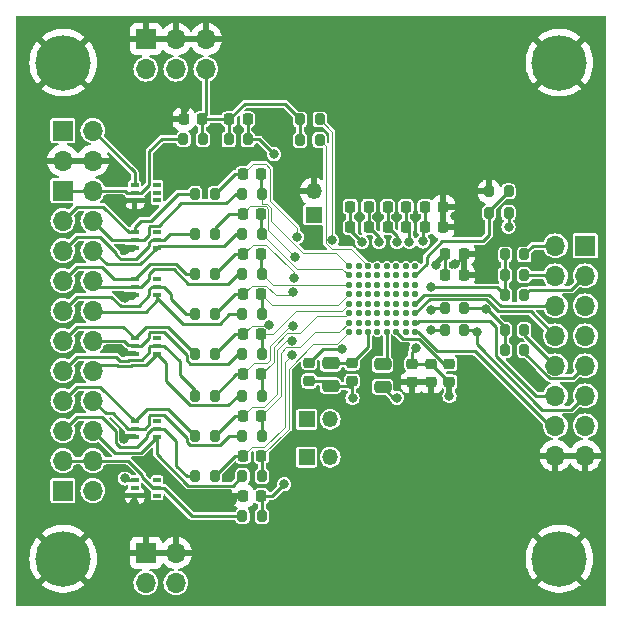
<source format=gbr>
%TF.GenerationSoftware,KiCad,Pcbnew,(7.0.0)*%
%TF.CreationDate,2023-04-27T19:26:50+01:00*%
%TF.ProjectId,OpenBCI_ESP32_ADS1298,4f70656e-4243-4495-9f45-535033325f41,rev?*%
%TF.SameCoordinates,Original*%
%TF.FileFunction,Copper,L1,Top*%
%TF.FilePolarity,Positive*%
%FSLAX46Y46*%
G04 Gerber Fmt 4.6, Leading zero omitted, Abs format (unit mm)*
G04 Created by KiCad (PCBNEW (7.0.0)) date 2023-04-27 19:26:50*
%MOMM*%
%LPD*%
G01*
G04 APERTURE LIST*
G04 Aperture macros list*
%AMRoundRect*
0 Rectangle with rounded corners*
0 $1 Rounding radius*
0 $2 $3 $4 $5 $6 $7 $8 $9 X,Y pos of 4 corners*
0 Add a 4 corners polygon primitive as box body*
4,1,4,$2,$3,$4,$5,$6,$7,$8,$9,$2,$3,0*
0 Add four circle primitives for the rounded corners*
1,1,$1+$1,$2,$3*
1,1,$1+$1,$4,$5*
1,1,$1+$1,$6,$7*
1,1,$1+$1,$8,$9*
0 Add four rect primitives between the rounded corners*
20,1,$1+$1,$2,$3,$4,$5,0*
20,1,$1+$1,$4,$5,$6,$7,0*
20,1,$1+$1,$6,$7,$8,$9,0*
20,1,$1+$1,$8,$9,$2,$3,0*%
G04 Aperture macros list end*
%TA.AperFunction,SMDPad,CuDef*%
%ADD10RoundRect,0.225000X-0.225000X-0.250000X0.225000X-0.250000X0.225000X0.250000X-0.225000X0.250000X0*%
%TD*%
%TA.AperFunction,SMDPad,CuDef*%
%ADD11RoundRect,0.250000X-0.475000X0.250000X-0.475000X-0.250000X0.475000X-0.250000X0.475000X0.250000X0*%
%TD*%
%TA.AperFunction,SMDPad,CuDef*%
%ADD12RoundRect,0.225000X-0.250000X0.225000X-0.250000X-0.225000X0.250000X-0.225000X0.250000X0.225000X0*%
%TD*%
%TA.AperFunction,ComponentPad*%
%ADD13R,1.700000X1.700000*%
%TD*%
%TA.AperFunction,ComponentPad*%
%ADD14O,1.700000X1.700000*%
%TD*%
%TA.AperFunction,SMDPad,CuDef*%
%ADD15RoundRect,0.200000X0.200000X0.275000X-0.200000X0.275000X-0.200000X-0.275000X0.200000X-0.275000X0*%
%TD*%
%TA.AperFunction,SMDPad,CuDef*%
%ADD16R,0.650000X0.400000*%
%TD*%
%TA.AperFunction,SMDPad,CuDef*%
%ADD17C,0.554000*%
%TD*%
%TA.AperFunction,SMDPad,CuDef*%
%ADD18RoundRect,0.225000X0.225000X0.250000X-0.225000X0.250000X-0.225000X-0.250000X0.225000X-0.250000X0*%
%TD*%
%TA.AperFunction,SMDPad,CuDef*%
%ADD19RoundRect,0.200000X-0.200000X-0.275000X0.200000X-0.275000X0.200000X0.275000X-0.200000X0.275000X0*%
%TD*%
%TA.AperFunction,ComponentPad*%
%ADD20C,3.100000*%
%TD*%
%TA.AperFunction,ConnectorPad*%
%ADD21C,4.700000*%
%TD*%
%TA.AperFunction,ComponentPad*%
%ADD22R,1.350000X1.350000*%
%TD*%
%TA.AperFunction,ComponentPad*%
%ADD23O,1.350000X1.350000*%
%TD*%
%TA.AperFunction,ViaPad*%
%ADD24C,0.800000*%
%TD*%
%TA.AperFunction,ViaPad*%
%ADD25C,0.450000*%
%TD*%
%TA.AperFunction,Conductor*%
%ADD26C,0.250000*%
%TD*%
%TA.AperFunction,Conductor*%
%ADD27C,0.500000*%
%TD*%
%TA.AperFunction,Conductor*%
%ADD28C,0.120000*%
%TD*%
%TA.AperFunction,Conductor*%
%ADD29C,0.200000*%
%TD*%
G04 APERTURE END LIST*
D10*
%TO.P,C1,1*%
%TO.N,/ADS1298/IN1N*%
X119225000Y-87300000D03*
%TO.P,C1,2*%
%TO.N,/ADS1298/IN1P*%
X120775000Y-87300000D03*
%TD*%
%TO.P,C2,1*%
%TO.N,/ADS1298/IN2N*%
X119225000Y-83900000D03*
%TO.P,C2,2*%
%TO.N,/ADS1298/IN2P*%
X120775000Y-83900000D03*
%TD*%
%TO.P,C3,1*%
%TO.N,/ADS1298/IN3N*%
X119225000Y-80400000D03*
%TO.P,C3,2*%
%TO.N,/ADS1298/IN3P*%
X120775000Y-80400000D03*
%TD*%
%TO.P,C4,1*%
%TO.N,/ADS1298/IN4N*%
X119225000Y-77000000D03*
%TO.P,C4,2*%
%TO.N,/ADS1298/IN4P*%
X120775000Y-77000000D03*
%TD*%
%TO.P,C5,1*%
%TO.N,/ADS1298/IN5N*%
X119225000Y-73600000D03*
%TO.P,C5,2*%
%TO.N,/ADS1298/IN5P*%
X120775000Y-73600000D03*
%TD*%
%TO.P,C6,1*%
%TO.N,/ADS1298/IN6N*%
X119225000Y-70200000D03*
%TO.P,C6,2*%
%TO.N,/ADS1298/IN6P*%
X120775000Y-70200000D03*
%TD*%
%TO.P,C7,1*%
%TO.N,/ADS1298/IN7N*%
X119225000Y-66800000D03*
%TO.P,C7,2*%
%TO.N,/ADS1298/IN7P*%
X120775000Y-66800000D03*
%TD*%
%TO.P,C8,1*%
%TO.N,/ADS1298/IN8N*%
X119225000Y-63400000D03*
%TO.P,C8,2*%
%TO.N,/ADS1298/IN8P*%
X120775000Y-63400000D03*
%TD*%
D11*
%TO.P,C17,1*%
%TO.N,Net-(U7-VCAP1)*%
X131030000Y-79540000D03*
%TO.P,C17,2*%
%TO.N,-2V5*%
X131030000Y-81440000D03*
%TD*%
D12*
%TO.P,C18,1*%
%TO.N,Net-(U7-VCAP2)*%
X136700000Y-79490000D03*
%TO.P,C18,2*%
%TO.N,-2V5*%
X136700000Y-81040000D03*
%TD*%
D10*
%TO.P,C19,1*%
%TO.N,Net-(U7-VCAP3)*%
X131465000Y-66190000D03*
%TO.P,C19,2*%
%TO.N,-2V5*%
X133015000Y-66190000D03*
%TD*%
%TO.P,C20,1*%
%TO.N,Net-(U7-VCAP3)*%
X131465000Y-67890000D03*
%TO.P,C20,2*%
%TO.N,-2V5*%
X133015000Y-67890000D03*
%TD*%
D12*
%TO.P,C21,1*%
%TO.N,Net-(U7-VCAP4)*%
X124830000Y-79400000D03*
%TO.P,C21,2*%
%TO.N,-2V5*%
X124830000Y-80950000D03*
%TD*%
D11*
%TO.P,C22,1*%
%TO.N,Net-(U7-VREFP)*%
X126630000Y-79450000D03*
%TO.P,C22,2*%
%TO.N,-2V5*%
X126630000Y-81350000D03*
%TD*%
D12*
%TO.P,C23,1*%
%TO.N,Net-(U7-VREFP)*%
X128430000Y-79420000D03*
%TO.P,C23,2*%
%TO.N,-2V5*%
X128430000Y-80970000D03*
%TD*%
D10*
%TO.P,C25,1*%
%TO.N,+3.3V*%
X136350000Y-71995000D03*
%TO.P,C25,2*%
%TO.N,GND*%
X137900000Y-71995000D03*
%TD*%
%TO.P,C26,1*%
%TO.N,+3.3V*%
X136355000Y-70195000D03*
%TO.P,C26,2*%
%TO.N,GND*%
X137905000Y-70195000D03*
%TD*%
%TO.P,C27,1*%
%TO.N,+2V5*%
X134615000Y-67910000D03*
%TO.P,C27,2*%
%TO.N,GND*%
X136165000Y-67910000D03*
%TD*%
%TO.P,C28,1*%
%TO.N,+2V5*%
X134635000Y-66200000D03*
%TO.P,C28,2*%
%TO.N,GND*%
X136185000Y-66200000D03*
%TD*%
D12*
%TO.P,C29,1*%
%TO.N,-2V5*%
X133550000Y-79490000D03*
%TO.P,C29,2*%
%TO.N,GND*%
X133550000Y-81040000D03*
%TD*%
%TO.P,C30,1*%
%TO.N,-2V5*%
X135130000Y-79490000D03*
%TO.P,C30,2*%
%TO.N,GND*%
X135130000Y-81040000D03*
%TD*%
D10*
%TO.P,C31,1*%
%TO.N,+2V5*%
X128305000Y-67910000D03*
%TO.P,C31,2*%
%TO.N,-2V5*%
X129855000Y-67910000D03*
%TD*%
%TO.P,C32,1*%
%TO.N,+2V5*%
X128295000Y-66180000D03*
%TO.P,C32,2*%
%TO.N,-2V5*%
X129845000Y-66180000D03*
%TD*%
D13*
%TO.P,J1,1,Pin_1*%
%TO.N,+2V5*%
X103969999Y-59749999D03*
D14*
%TO.P,J1,2,Pin_2*%
X106509999Y-59749999D03*
%TO.P,J1,3,Pin_3*%
%TO.N,GND*%
X103969999Y-62289999D03*
%TO.P,J1,4,Pin_4*%
X106509999Y-62289999D03*
D13*
%TO.P,J1,5,Pin_5*%
%TO.N,/Analog_Input/BIAS*%
X103969999Y-64829999D03*
D14*
%TO.P,J1,6,Pin_6*%
X106509999Y-64829999D03*
%TO.P,J1,7,Pin_7*%
%TO.N,/Analog_Input/8N*%
X103969999Y-67369999D03*
%TO.P,J1,8,Pin_8*%
%TO.N,/Analog_Input/8P*%
X106509999Y-67369999D03*
%TO.P,J1,9,Pin_9*%
%TO.N,/Analog_Input/7N*%
X103969999Y-69909999D03*
%TO.P,J1,10,Pin_10*%
%TO.N,/Analog_Input/7P*%
X106509999Y-69909999D03*
%TO.P,J1,11,Pin_11*%
%TO.N,/Analog_Input/6N*%
X103969999Y-72449999D03*
%TO.P,J1,12,Pin_12*%
%TO.N,/Analog_Input/6P*%
X106509999Y-72449999D03*
%TO.P,J1,13,Pin_13*%
%TO.N,/Analog_Input/5N*%
X103969999Y-74989999D03*
%TO.P,J1,14,Pin_14*%
%TO.N,/Analog_Input/5P*%
X106509999Y-74989999D03*
%TO.P,J1,15,Pin_15*%
%TO.N,/Analog_Input/4N*%
X103969999Y-77529999D03*
%TO.P,J1,16,Pin_16*%
%TO.N,/Analog_Input/4P*%
X106509999Y-77529999D03*
%TO.P,J1,17,Pin_17*%
%TO.N,/Analog_Input/3N*%
X103969999Y-80069999D03*
%TO.P,J1,18,Pin_18*%
%TO.N,/Analog_Input/3P*%
X106509999Y-80069999D03*
%TO.P,J1,19,Pin_19*%
%TO.N,/Analog_Input/2N*%
X103969999Y-82609999D03*
%TO.P,J1,20,Pin_20*%
%TO.N,/Analog_Input/2P*%
X106509999Y-82609999D03*
%TO.P,J1,21,Pin_21*%
%TO.N,/Analog_Input/1N*%
X103969999Y-85149999D03*
%TO.P,J1,22,Pin_22*%
%TO.N,/Analog_Input/1P*%
X106509999Y-85149999D03*
%TO.P,J1,23,Pin_23*%
%TO.N,/Analog_Input/WCT_OUT*%
X103969999Y-87689999D03*
%TO.P,J1,24,Pin_24*%
X106509999Y-87689999D03*
D13*
%TO.P,J1,25,Pin_25*%
%TO.N,-2V5*%
X103969999Y-90229999D03*
D14*
%TO.P,J1,26,Pin_26*%
X106509999Y-90229999D03*
%TD*%
D15*
%TO.P,R1,1*%
%TO.N,/ADS1298/IN1P*%
X120825000Y-89000000D03*
%TO.P,R1,2*%
%TO.N,/Analog_Input/1P*%
X119175000Y-89000000D03*
%TD*%
%TO.P,R2,1*%
%TO.N,/ADS1298/IN2P*%
X120825000Y-85600000D03*
%TO.P,R2,2*%
%TO.N,/Analog_Input/2P*%
X119175000Y-85600000D03*
%TD*%
%TO.P,R3,1*%
%TO.N,/ADS1298/IN3P*%
X120825000Y-82200000D03*
%TO.P,R3,2*%
%TO.N,/Analog_Input/3P*%
X119175000Y-82200000D03*
%TD*%
%TO.P,R4,1*%
%TO.N,/ADS1298/IN4P*%
X120825000Y-78700000D03*
%TO.P,R4,2*%
%TO.N,/Analog_Input/4P*%
X119175000Y-78700000D03*
%TD*%
%TO.P,R5,1*%
%TO.N,/ADS1298/IN5P*%
X120825000Y-75300000D03*
%TO.P,R5,2*%
%TO.N,/Analog_Input/5P*%
X119175000Y-75300000D03*
%TD*%
%TO.P,R6,1*%
%TO.N,/ADS1298/IN6P*%
X120825000Y-71900000D03*
%TO.P,R6,2*%
%TO.N,/Analog_Input/6P*%
X119175000Y-71900000D03*
%TD*%
%TO.P,R7,1*%
%TO.N,/ADS1298/IN7P*%
X120825000Y-68500000D03*
%TO.P,R7,2*%
%TO.N,/Analog_Input/7P*%
X119175000Y-68500000D03*
%TD*%
%TO.P,R8,1*%
%TO.N,/ADS1298/IN8P*%
X120825000Y-65100000D03*
%TO.P,R8,2*%
%TO.N,/Analog_Input/8P*%
X119175000Y-65100000D03*
%TD*%
%TO.P,R9,1*%
%TO.N,/ADS1298/IN1N*%
X116825000Y-89000000D03*
%TO.P,R9,2*%
%TO.N,/Analog_Input/1N*%
X115175000Y-89000000D03*
%TD*%
%TO.P,R10,1*%
%TO.N,/ADS1298/IN2N*%
X116825000Y-85600000D03*
%TO.P,R10,2*%
%TO.N,/Analog_Input/2N*%
X115175000Y-85600000D03*
%TD*%
%TO.P,R11,1*%
%TO.N,/ADS1298/IN3N*%
X116825000Y-82200000D03*
%TO.P,R11,2*%
%TO.N,/Analog_Input/3N*%
X115175000Y-82200000D03*
%TD*%
%TO.P,R12,1*%
%TO.N,/ADS1298/IN4N*%
X116825000Y-78700000D03*
%TO.P,R12,2*%
%TO.N,/Analog_Input/4N*%
X115175000Y-78700000D03*
%TD*%
%TO.P,R13,1*%
%TO.N,/ADS1298/IN5N*%
X116825000Y-75300000D03*
%TO.P,R13,2*%
%TO.N,/Analog_Input/5N*%
X115175000Y-75300000D03*
%TD*%
%TO.P,R14,1*%
%TO.N,/ADS1298/IN6N*%
X116825000Y-71900000D03*
%TO.P,R14,2*%
%TO.N,/Analog_Input/6N*%
X115175000Y-71900000D03*
%TD*%
%TO.P,R15,1*%
%TO.N,/ADS1298/IN7N*%
X116825000Y-68500000D03*
%TO.P,R15,2*%
%TO.N,/Analog_Input/7N*%
X115175000Y-68500000D03*
%TD*%
%TO.P,R16,1*%
%TO.N,/ADS1298/IN8N*%
X116825000Y-65100000D03*
%TO.P,R16,2*%
%TO.N,/Analog_Input/8N*%
X115175000Y-65100000D03*
%TD*%
D16*
%TO.P,U1,1,IO1*%
%TO.N,-2V5*%
X110049999Y-89349999D03*
%TO.P,U1,2,IO2*%
%TO.N,unconnected-(U1-IO2-Pad2)*%
X110049999Y-89999999D03*
%TO.P,U1,3,G*%
%TO.N,GND*%
X110049999Y-90649999D03*
%TO.P,U1,4,IO3*%
%TO.N,unconnected-(U1-IO3-Pad4)*%
X111949999Y-90649999D03*
%TO.P,U1,5,IO4*%
%TO.N,/Analog_Input/WCT_OUT*%
X111949999Y-89999999D03*
%TO.P,U1,6*%
%TO.N,N/C*%
X111949999Y-89349999D03*
%TD*%
%TO.P,U2,1,IO1*%
%TO.N,/Analog_Input/2N*%
X110049999Y-84349999D03*
%TO.P,U2,2,IO2*%
%TO.N,/Analog_Input/2P*%
X110049999Y-84999999D03*
%TO.P,U2,3,G*%
%TO.N,GND*%
X110049999Y-85649999D03*
%TO.P,U2,4,IO3*%
%TO.N,/Analog_Input/1P*%
X111949999Y-85649999D03*
%TO.P,U2,5,IO4*%
%TO.N,/Analog_Input/1N*%
X111949999Y-84999999D03*
%TO.P,U2,6*%
%TO.N,N/C*%
X111949999Y-84349999D03*
%TD*%
%TO.P,U3,1,IO1*%
%TO.N,/Analog_Input/4N*%
X110049999Y-77349999D03*
%TO.P,U3,2,IO2*%
%TO.N,/Analog_Input/4P*%
X110049999Y-77999999D03*
%TO.P,U3,3,G*%
%TO.N,GND*%
X110049999Y-78649999D03*
%TO.P,U3,4,IO3*%
%TO.N,/Analog_Input/3P*%
X111949999Y-78649999D03*
%TO.P,U3,5,IO4*%
%TO.N,/Analog_Input/3N*%
X111949999Y-77999999D03*
%TO.P,U3,6*%
%TO.N,N/C*%
X111949999Y-77349999D03*
%TD*%
%TO.P,U4,1,IO1*%
%TO.N,/Analog_Input/6N*%
X110049999Y-72349999D03*
%TO.P,U4,2,IO2*%
%TO.N,/Analog_Input/6P*%
X110049999Y-72999999D03*
%TO.P,U4,3,G*%
%TO.N,GND*%
X110049999Y-73649999D03*
%TO.P,U4,4,IO3*%
%TO.N,/Analog_Input/5P*%
X111949999Y-73649999D03*
%TO.P,U4,5,IO4*%
%TO.N,/Analog_Input/5N*%
X111949999Y-72999999D03*
%TO.P,U4,6*%
%TO.N,N/C*%
X111949999Y-72349999D03*
%TD*%
%TO.P,U5,1,IO1*%
%TO.N,/Analog_Input/8N*%
X110049999Y-68349999D03*
%TO.P,U5,2,IO2*%
%TO.N,/Analog_Input/8P*%
X110049999Y-68999999D03*
%TO.P,U5,3,G*%
%TO.N,GND*%
X110049999Y-69649999D03*
%TO.P,U5,4,IO3*%
%TO.N,/Analog_Input/7P*%
X111949999Y-69649999D03*
%TO.P,U5,5,IO4*%
%TO.N,/Analog_Input/7N*%
X111949999Y-68999999D03*
%TO.P,U5,6*%
%TO.N,N/C*%
X111949999Y-68349999D03*
%TD*%
%TO.P,U6,1,IO1*%
%TO.N,+2V5*%
X110049999Y-64349999D03*
%TO.P,U6,2,IO2*%
%TO.N,/Analog_Input/BIAS*%
X110049999Y-64999999D03*
%TO.P,U6,3,G*%
%TO.N,GND*%
X110049999Y-65649999D03*
%TO.P,U6,4,IO3*%
%TO.N,unconnected-(U6-IO3-Pad4)*%
X111949999Y-65649999D03*
%TO.P,U6,5,IO4*%
%TO.N,unconnected-(U6-IO4-Pad5)*%
X111949999Y-64999999D03*
%TO.P,U6,6*%
%TO.N,N/C*%
X111949999Y-64349999D03*
%TD*%
D17*
%TO.P,U7,A1,IN8P*%
%TO.N,/ADS1298/IN8P*%
X128200000Y-71200000D03*
%TO.P,U7,A2,IN8N*%
%TO.N,/ADS1298/IN8N*%
X129000000Y-71200000D03*
%TO.P,U7,A3,RLDIN*%
%TO.N,Net-(U7-RLDIN)*%
X129800000Y-71200000D03*
%TO.P,U7,A4,AVDD*%
%TO.N,+2V5*%
X130600000Y-71200000D03*
%TO.P,U7,A5,AVSS*%
%TO.N,-2V5*%
X131400000Y-71200000D03*
%TO.P,U7,A6,AVDD*%
%TO.N,+2V5*%
X132200000Y-71200000D03*
%TO.P,U7,A7,AVDD1*%
X133000000Y-71200000D03*
%TO.P,U7,A8,AVSS1*%
%TO.N,-2V5*%
X133800000Y-71200000D03*
%TO.P,U7,B1,IN7P*%
%TO.N,/ADS1298/IN7P*%
X128200000Y-72000000D03*
%TO.P,U7,B2,IN7N*%
%TO.N,/ADS1298/IN7N*%
X129000000Y-72000000D03*
%TO.P,U7,B3,RLDOUT*%
%TO.N,Net-(U7-RLDOUT)*%
X129800000Y-72000000D03*
%TO.P,U7,B4,AVDD*%
%TO.N,+2V5*%
X130600000Y-72000000D03*
%TO.P,U7,B5,AVSS*%
%TO.N,-2V5*%
X131400000Y-72000000D03*
%TO.P,U7,B6,AVDD*%
%TO.N,+2V5*%
X132200000Y-72000000D03*
%TO.P,U7,B7,VCAP3*%
%TO.N,Net-(U7-VCAP3)*%
X133000000Y-72000000D03*
%TO.P,U7,B8,CLKSEL*%
%TO.N,Net-(U7-CLKSEL)*%
X133800000Y-72000000D03*
%TO.P,U7,C1,IN6P*%
%TO.N,/ADS1298/IN6P*%
X128200000Y-72800000D03*
%TO.P,U7,C2,IN6N*%
%TO.N,/ADS1298/IN6N*%
X129000000Y-72800000D03*
%TO.P,U7,C3,RLDINV*%
%TO.N,Net-(U7-RLDINV)*%
X129800000Y-72800000D03*
%TO.P,U7,C4,RLDREF*%
%TO.N,Net-(J7-Pin_1)*%
X130600000Y-72800000D03*
%TO.P,U7,C5,AVSS*%
%TO.N,-2V5*%
X131400000Y-72800000D03*
%TO.P,U7,C6,AVDD*%
%TO.N,+2V5*%
X132200000Y-72800000D03*
%TO.P,U7,C7,DGND*%
%TO.N,GND*%
X133000000Y-72800000D03*
%TO.P,U7,C8,DVDD*%
%TO.N,+3.3V*%
X133800000Y-72800000D03*
%TO.P,U7,D1,IN5P*%
%TO.N,/ADS1298/IN5P*%
X128200000Y-73600000D03*
%TO.P,U7,D2,IN5N*%
%TO.N,/ADS1298/IN5N*%
X129000000Y-73600000D03*
%TO.P,U7,D3,WCT*%
%TO.N,/ADS1298/WCT*%
X129800000Y-73600000D03*
%TO.P,U7,D4,AVSS*%
%TO.N,-2V5*%
X130600000Y-73600000D03*
%TO.P,U7,D5,AVSS*%
X131400000Y-73600000D03*
%TO.P,U7,D6,~{DRDY}*%
%TO.N,/ADS1298/DRDY*%
X132200000Y-73600000D03*
%TO.P,U7,D7,DGND*%
%TO.N,GND*%
X133000000Y-73600000D03*
%TO.P,U7,D8,DVDD*%
%TO.N,+3.3V*%
X133800000Y-73600000D03*
%TO.P,U7,E1,IN4P*%
%TO.N,/ADS1298/IN4P*%
X128200000Y-74400000D03*
%TO.P,U7,E2,IN4N*%
%TO.N,/ADS1298/IN4N*%
X129000000Y-74400000D03*
%TO.P,U7,E3,TESTP*%
%TO.N,Net-(J5-Pin_1)*%
X129800000Y-74400000D03*
%TO.P,U7,E4,RESV1*%
%TO.N,GND*%
X130600000Y-74400000D03*
%TO.P,U7,E5,GPIO4*%
%TO.N,unconnected-(U7-GPIO4-PadE5)*%
X131400000Y-74400000D03*
%TO.P,U7,E6,GPIO3*%
%TO.N,unconnected-(U7-GPIO3-PadE6)*%
X132200000Y-74400000D03*
%TO.P,U7,E7,GPIO2*%
%TO.N,unconnected-(U7-GPIO2-PadE7)*%
X133000000Y-74400000D03*
%TO.P,U7,E8,DOUT*%
%TO.N,/ADS1298/DOUT*%
X133800000Y-74400000D03*
%TO.P,U7,F1,IN3P*%
%TO.N,/ADS1298/IN3P*%
X128200000Y-75200000D03*
%TO.P,U7,F2,IN3N*%
%TO.N,/ADS1298/IN3N*%
X129000000Y-75200000D03*
%TO.P,U7,F3,TESTN*%
%TO.N,Net-(J5-Pin_2)*%
X129800000Y-75200000D03*
%TO.P,U7,F4,MODN*%
%TO.N,Net-(J6-Pin_1)*%
X130600000Y-75200000D03*
%TO.P,U7,F5,GPIO1*%
%TO.N,unconnected-(U7-GPIO1-PadF5)*%
X131400000Y-75200000D03*
%TO.P,U7,F6,DAISY_IN*%
%TO.N,GND*%
X132200000Y-75200000D03*
%TO.P,U7,F7,~{CS}*%
%TO.N,/ADS1298/CS*%
X133000000Y-75200000D03*
%TO.P,U7,F8,SCLK*%
%TO.N,/ADS1298/SCLK*%
X133800000Y-75200000D03*
%TO.P,U7,G1,IN2P*%
%TO.N,/ADS1298/IN2P*%
X128200000Y-76000000D03*
%TO.P,U7,G2,IN2N*%
%TO.N,/ADS1298/IN2N*%
X129000000Y-76000000D03*
%TO.P,U7,G3,VCAP4*%
%TO.N,Net-(U7-VCAP4)*%
X129800000Y-76000000D03*
%TO.P,U7,G4,MODP*%
%TO.N,Net-(J6-Pin_2)*%
X130600000Y-76000000D03*
%TO.P,U7,G5,~{PWDN}*%
%TO.N,+3.3V*%
X131400000Y-76000000D03*
%TO.P,U7,G6,~{RESET}*%
%TO.N,/ADS1298/RESET*%
X132200000Y-76000000D03*
%TO.P,U7,G7,START*%
%TO.N,unconnected-(U7-START-PadG7)*%
X133000000Y-76000000D03*
%TO.P,U7,G8,CLK*%
%TO.N,/ADS1298/CLK*%
X133800000Y-76000000D03*
%TO.P,U7,H1,IN1P*%
%TO.N,/ADS1298/IN1P*%
X128200000Y-76800000D03*
%TO.P,U7,H2,IN1N*%
%TO.N,/ADS1298/IN1N*%
X129000000Y-76800000D03*
%TO.P,U7,H3,VREFP*%
%TO.N,Net-(U7-VREFP)*%
X129800000Y-76800000D03*
%TO.P,U7,H4,VREFN*%
%TO.N,-2V5*%
X130600000Y-76800000D03*
%TO.P,U7,H5,VCAP1*%
%TO.N,Net-(U7-VCAP1)*%
X131400000Y-76800000D03*
%TO.P,U7,H6,VCAP2*%
%TO.N,Net-(U7-VCAP2)*%
X132200000Y-76800000D03*
%TO.P,U7,H7,DGND*%
%TO.N,GND*%
X133000000Y-76800000D03*
%TO.P,U7,H8,DIN*%
%TO.N,/ADS1298/DIN*%
X133800000Y-76800000D03*
%TD*%
D13*
%TO.P,J2,1,Pin_1*%
%TO.N,+3.3V*%
X148199999Y-69499999D03*
D14*
%TO.P,J2,2,Pin_2*%
X145659999Y-69499999D03*
%TO.P,J2,3,Pin_3*%
%TO.N,/ADS1298/DRDY2*%
X148199999Y-72039999D03*
%TO.P,J2,4,Pin_4*%
%TO.N,/ADS1298/DRDY1*%
X145659999Y-72039999D03*
%TO.P,J2,5,Pin_5*%
%TO.N,unconnected-(J2-Pin_5-Pad5)*%
X148199999Y-74579999D03*
%TO.P,J2,6,Pin_6*%
%TO.N,/ADS1298/DOUT*%
X145659999Y-74579999D03*
%TO.P,J2,7,Pin_7*%
%TO.N,unconnected-(J2-Pin_7-Pad7)*%
X148199999Y-77119999D03*
%TO.P,J2,8,Pin_8*%
%TO.N,/ADS1298/SCLK*%
X145659999Y-77119999D03*
%TO.P,J2,9,Pin_9*%
%TO.N,/ADS1298/CS2*%
X148199999Y-79659999D03*
%TO.P,J2,10,Pin_10*%
%TO.N,/ADS1298/CS1*%
X145659999Y-79659999D03*
%TO.P,J2,11,Pin_11*%
%TO.N,/ADS1298/RESET*%
X148199999Y-82199999D03*
%TO.P,J2,12,Pin_12*%
%TO.N,/ADS1298/CLK*%
X145659999Y-82199999D03*
%TO.P,J2,13,Pin_13*%
%TO.N,unconnected-(J2-Pin_13-Pad13)*%
X148199999Y-84739999D03*
%TO.P,J2,14,Pin_14*%
%TO.N,/ADS1298/DIN*%
X145659999Y-84739999D03*
%TO.P,J2,15,Pin_15*%
%TO.N,GND*%
X148199999Y-87279999D03*
%TO.P,J2,16,Pin_16*%
X145659999Y-87279999D03*
%TD*%
D15*
%TO.P,R18,1*%
%TO.N,/ADS1298/CS1*%
X143035000Y-76640000D03*
%TO.P,R18,2*%
%TO.N,/ADS1298/CS*%
X141385000Y-76640000D03*
%TD*%
%TO.P,R19,1*%
%TO.N,/ADS1298/CS2*%
X143035000Y-78340000D03*
%TO.P,R19,2*%
%TO.N,/ADS1298/CS*%
X141385000Y-78340000D03*
%TD*%
%TO.P,R20,1*%
%TO.N,/ADS1298/DRDY1*%
X143025000Y-72000000D03*
%TO.P,R20,2*%
%TO.N,/ADS1298/DRDY*%
X141375000Y-72000000D03*
%TD*%
%TO.P,R21,1*%
%TO.N,/ADS1298/DRDY2*%
X143025000Y-73700000D03*
%TO.P,R21,2*%
%TO.N,/ADS1298/DRDY*%
X141375000Y-73700000D03*
%TD*%
D18*
%TO.P,C33,1*%
%TO.N,/ADS1298/RL_OUT*%
X115775000Y-58775000D03*
%TO.P,C33,2*%
%TO.N,GND*%
X114225000Y-58775000D03*
%TD*%
%TO.P,C34,1*%
%TO.N,/ADS1298/WCT*%
X120775000Y-90700000D03*
%TO.P,C34,2*%
%TO.N,GND*%
X119225000Y-90700000D03*
%TD*%
D15*
%TO.P,R22,1*%
%TO.N,/ADS1298/RL_OUT*%
X115825000Y-60475000D03*
%TO.P,R22,2*%
%TO.N,/Analog_Input/BIAS*%
X114175000Y-60475000D03*
%TD*%
%TO.P,R23,1*%
%TO.N,/ADS1298/WCT*%
X120825000Y-92400000D03*
%TO.P,R23,2*%
%TO.N,/Analog_Input/WCT_OUT*%
X119175000Y-92400000D03*
%TD*%
D19*
%TO.P,R24,1*%
%TO.N,/ADS1298/RL_OUT*%
X118000000Y-60500000D03*
%TO.P,R24,2*%
%TO.N,Net-(U7-RLDINV)*%
X119650000Y-60500000D03*
%TD*%
D13*
%TO.P,J3,1,Pin_1*%
%TO.N,GND*%
X110999999Y-51999999D03*
D14*
%TO.P,J3,2,Pin_2*%
%TO.N,+2V5*%
X110999999Y-54539999D03*
%TO.P,J3,3,Pin_3*%
%TO.N,GND*%
X113539999Y-51999999D03*
%TO.P,J3,4,Pin_4*%
%TO.N,+2V5*%
X113539999Y-54539999D03*
%TO.P,J3,5,Pin_5*%
%TO.N,GND*%
X116079999Y-51999999D03*
%TO.P,J3,6,Pin_6*%
%TO.N,/ADS1298/RL_OUT*%
X116079999Y-54539999D03*
%TD*%
D13*
%TO.P,J4,1,Pin_1*%
%TO.N,GND*%
X110999999Y-95499999D03*
D14*
%TO.P,J4,2,Pin_2*%
%TO.N,-2V5*%
X110999999Y-98039999D03*
%TO.P,J4,3,Pin_3*%
%TO.N,GND*%
X113539999Y-95499999D03*
%TO.P,J4,4,Pin_4*%
%TO.N,-2V5*%
X113539999Y-98039999D03*
%TD*%
D20*
%TO.P,H1,1,1*%
%TO.N,GND*%
X104000000Y-54000000D03*
D21*
X104000000Y-54000000D03*
%TD*%
D20*
%TO.P,H2,1,1*%
%TO.N,GND*%
X104000000Y-96000000D03*
D21*
X104000000Y-96000000D03*
%TD*%
D20*
%TO.P,H3,1,1*%
%TO.N,GND*%
X146000000Y-54000000D03*
D21*
X146000000Y-54000000D03*
%TD*%
D20*
%TO.P,H4,1,1*%
%TO.N,GND*%
X146000000Y-96000000D03*
D21*
X146000000Y-96000000D03*
%TD*%
D15*
%TO.P,R25,1*%
%TO.N,+3.3V*%
X143040000Y-70240000D03*
%TO.P,R25,2*%
%TO.N,/ADS1298/DRDY*%
X141390000Y-70240000D03*
%TD*%
D22*
%TO.P,J5,1,Pin_1*%
%TO.N,Net-(J5-Pin_1)*%
X124599999Y-84199999D03*
D23*
%TO.P,J5,2,Pin_2*%
%TO.N,Net-(J5-Pin_2)*%
X126599999Y-84199999D03*
%TD*%
D22*
%TO.P,J6,1,Pin_1*%
%TO.N,Net-(J6-Pin_1)*%
X124599999Y-87399999D03*
D23*
%TO.P,J6,2,Pin_2*%
%TO.N,Net-(J6-Pin_2)*%
X126599999Y-87399999D03*
%TD*%
D22*
%TO.P,J7,1,Pin_1*%
%TO.N,Net-(J7-Pin_1)*%
X125199999Y-66899999D03*
D23*
%TO.P,J7,2,Pin_2*%
%TO.N,GND*%
X125199999Y-64899999D03*
%TD*%
D19*
%TO.P,R26,1*%
%TO.N,+3.3V*%
X136315000Y-76640000D03*
%TO.P,R26,2*%
%TO.N,/ADS1298/RESET*%
X137965000Y-76640000D03*
%TD*%
%TO.P,R17,1*%
%TO.N,+3.3V*%
X136315000Y-74800000D03*
%TO.P,R17,2*%
%TO.N,/ADS1298/CS*%
X137965000Y-74800000D03*
%TD*%
D18*
%TO.P,C9,1*%
%TO.N,Net-(U7-RLDINV)*%
X119600000Y-58800000D03*
%TO.P,C9,2*%
%TO.N,/ADS1298/RL_OUT*%
X118050000Y-58800000D03*
%TD*%
D19*
%TO.P,R29,1*%
%TO.N,Net-(U7-CLKSEL)*%
X140050000Y-66700000D03*
%TO.P,R29,2*%
%TO.N,+3.3V*%
X141700000Y-66700000D03*
%TD*%
D15*
%TO.P,R30,1*%
%TO.N,Net-(U7-RLDOUT)*%
X125715000Y-58810000D03*
%TO.P,R30,2*%
%TO.N,/ADS1298/RL_OUT*%
X124065000Y-58810000D03*
%TD*%
D19*
%TO.P,R28,1*%
%TO.N,GND*%
X140050000Y-64900000D03*
%TO.P,R28,2*%
%TO.N,Net-(U7-CLKSEL)*%
X141700000Y-64900000D03*
%TD*%
D15*
%TO.P,R27,1*%
%TO.N,Net-(U7-RLDIN)*%
X125700000Y-60530000D03*
%TO.P,R27,2*%
%TO.N,/ADS1298/RL_OUT*%
X124050000Y-60530000D03*
%TD*%
D24*
%TO.N,GND*%
X124230000Y-82320000D03*
X134360000Y-82290000D03*
X127360000Y-89580000D03*
X109200000Y-69900000D03*
X138730000Y-80350000D03*
X132620000Y-78090000D03*
X114200000Y-63400000D03*
X114300000Y-57800000D03*
X137130000Y-66950000D03*
X124640000Y-85790000D03*
X110000000Y-91300000D03*
D25*
X133000000Y-72800000D03*
D24*
X112200000Y-93300000D03*
X109200000Y-73900000D03*
X137190000Y-71060000D03*
X118300000Y-91100000D03*
X138900000Y-64900000D03*
D25*
X132200000Y-75200000D03*
X133000000Y-73600000D03*
D24*
X109100000Y-65700000D03*
X130550000Y-78130000D03*
X109157667Y-85834189D03*
X109166432Y-78535681D03*
D25*
X133000000Y-76810000D03*
X130600000Y-74400000D03*
%TO.N,-2V5*%
X131400000Y-71200000D03*
X130600000Y-76800000D03*
X131400000Y-72000000D03*
D24*
X109200000Y-89200000D03*
X133310000Y-69190000D03*
X136700000Y-82240000D03*
D25*
X131400000Y-72800000D03*
D24*
X130740000Y-69180000D03*
X133900000Y-78150000D03*
D25*
X130600000Y-73600000D03*
X131400000Y-73600000D03*
D24*
X132240000Y-82360000D03*
D25*
X133800000Y-71200000D03*
D24*
X128490000Y-82400000D03*
D25*
%TO.N,+2V5*%
X132200000Y-72800000D03*
X130600000Y-72000000D03*
X132200000Y-72000000D03*
X130600000Y-71200000D03*
D24*
X134440000Y-69130000D03*
X129290000Y-69200000D03*
D25*
X132200000Y-71200000D03*
X133000000Y-71200000D03*
%TO.N,/ADS1298/IN1N*%
X129000000Y-76800000D03*
D24*
X123360000Y-78780000D03*
D25*
%TO.N,/ADS1298/IN2N*%
X129000000Y-76000000D03*
D24*
X123380000Y-77540000D03*
%TO.N,/ADS1298/IN3N*%
X123420000Y-76260000D03*
D25*
X129000000Y-75200000D03*
D24*
%TO.N,/ADS1298/IN4N*%
X121450000Y-76190000D03*
D25*
X129000000Y-74400000D03*
D24*
%TO.N,/ADS1298/IN5N*%
X123490000Y-73380000D03*
D25*
X129000000Y-73600000D03*
%TO.N,/ADS1298/IN6N*%
X129000000Y-72800000D03*
D24*
X123550000Y-72190000D03*
D25*
%TO.N,/ADS1298/IN7N*%
X129000000Y-72000000D03*
D24*
X123660000Y-70450000D03*
%TO.N,/ADS1298/IN8N*%
X123790000Y-68760000D03*
D25*
X129000000Y-71200000D03*
D24*
%TO.N,Net-(U7-VCAP3)*%
X132260000Y-69190000D03*
D25*
X133000000Y-72000000D03*
%TO.N,Net-(U7-VCAP4)*%
X129800000Y-76000000D03*
D24*
X127580000Y-78220000D03*
D25*
%TO.N,+3.3V*%
X133800000Y-72800000D03*
D24*
X135160000Y-74940000D03*
X135160000Y-76640000D03*
D25*
X133800000Y-73600000D03*
D24*
X135520000Y-71140000D03*
D25*
X131400000Y-76000000D03*
D24*
X141700000Y-67900000D03*
D25*
%TO.N,/ADS1298/RESET*%
X132200000Y-76000000D03*
D24*
X139050000Y-76760000D03*
%TO.N,/ADS1298/CS*%
X139780000Y-74840000D03*
D25*
X133000000Y-75200000D03*
D24*
%TO.N,/ADS1298/DRDY*%
X135100000Y-73030000D03*
D25*
X132200000Y-73600000D03*
%TO.N,Net-(J5-Pin_1)*%
X129800000Y-74400000D03*
%TO.N,Net-(J5-Pin_2)*%
X129800000Y-75200000D03*
%TO.N,Net-(J6-Pin_1)*%
X130600000Y-75199998D03*
%TO.N,Net-(J6-Pin_2)*%
X130600000Y-76000000D03*
D24*
%TO.N,/ADS1298/WCT*%
X122700000Y-89700000D03*
D25*
X129800000Y-73600000D03*
%TO.N,Net-(J7-Pin_1)*%
X130600000Y-72800000D03*
D24*
%TO.N,Net-(U7-RLDOUT)*%
X126780000Y-69040000D03*
D25*
X129800000Y-72000000D03*
D24*
%TO.N,Net-(U7-RLDINV)*%
X121860000Y-61760000D03*
D25*
X129800000Y-72800000D03*
%TD*%
D26*
%TO.N,GND*%
X119225000Y-90700000D02*
X118700000Y-90700000D01*
X110050000Y-91250000D02*
X110000000Y-91300000D01*
X109200000Y-73900000D02*
X109800000Y-73900000D01*
X118700000Y-90700000D02*
X118300000Y-91100000D01*
X137900000Y-71995000D02*
X137900000Y-70200000D01*
X137200000Y-71060000D02*
X137190000Y-71060000D01*
X140050000Y-64900000D02*
X138900000Y-64900000D01*
X137905000Y-70355000D02*
X137200000Y-71060000D01*
X110050000Y-65650000D02*
X109150000Y-65650000D01*
X109341856Y-85650000D02*
X109157667Y-85834189D01*
X109800000Y-69900000D02*
X110050000Y-69650000D01*
X114225000Y-58775000D02*
X114225000Y-57875000D01*
X137905000Y-70195000D02*
X137905000Y-70205000D01*
X109800000Y-73900000D02*
X110050000Y-73650000D01*
X114225000Y-57875000D02*
X114300000Y-57800000D01*
X109200000Y-69900000D02*
X109800000Y-69900000D01*
X110050000Y-78650000D02*
X109280751Y-78650000D01*
X109150000Y-65650000D02*
X109100000Y-65700000D01*
X110050000Y-90650000D02*
X110050000Y-91250000D01*
X137905000Y-70195000D02*
X137905000Y-70395000D01*
X110050000Y-85650000D02*
X109341856Y-85650000D01*
X137900000Y-71995000D02*
X137900000Y-72150000D01*
X115225000Y-63400000D02*
X114200000Y-63400000D01*
X109280751Y-78650000D02*
X109166432Y-78535681D01*
X137900000Y-70200000D02*
X137905000Y-70195000D01*
X137905000Y-70195000D02*
X137905000Y-70355000D01*
%TO.N,-2V5*%
X128420000Y-82330000D02*
X128490000Y-82400000D01*
X133550000Y-78500000D02*
X133900000Y-78150000D01*
X133550000Y-78610000D02*
X133550000Y-78500000D01*
X109350000Y-89350000D02*
X109200000Y-89200000D01*
X133310000Y-68185000D02*
X133310000Y-69190000D01*
X131950000Y-82360000D02*
X132240000Y-82360000D01*
X129855000Y-67910000D02*
X130740000Y-68795000D01*
X133015000Y-67890000D02*
X133310000Y-68185000D01*
X128352500Y-81285000D02*
X128165000Y-81472500D01*
X124830000Y-80950000D02*
X126230000Y-80950000D01*
X128430000Y-80970000D02*
X128420000Y-80980000D01*
X126230000Y-80950000D02*
X126630000Y-81350000D01*
X130740000Y-68795000D02*
X130740000Y-69180000D01*
X131030000Y-81440000D02*
X131950000Y-82360000D01*
X133015000Y-66190000D02*
X133015000Y-67890000D01*
D27*
X136700000Y-81040000D02*
X136700000Y-82240000D01*
D26*
X110050000Y-89350000D02*
X109350000Y-89350000D01*
X135130000Y-79490000D02*
X135150000Y-79490000D01*
X135150000Y-79490000D02*
X136700000Y-81040000D01*
X128050000Y-81350000D02*
X128430000Y-80970000D01*
X128420000Y-80980000D02*
X128420000Y-82330000D01*
X133550000Y-79490000D02*
X133550000Y-78610000D01*
X135130000Y-79490000D02*
X133550000Y-79490000D01*
X129845000Y-66180000D02*
X129845000Y-67900000D01*
X126630000Y-81350000D02*
X128050000Y-81350000D01*
%TO.N,+2V5*%
X129290000Y-69190000D02*
X129290000Y-69200000D01*
X128295000Y-66180000D02*
X128295000Y-67900000D01*
X134615000Y-67910000D02*
X134470000Y-68055000D01*
X110050000Y-64350000D02*
X110050000Y-63290000D01*
X128305000Y-67910000D02*
X128305000Y-68205000D01*
X134635000Y-67890000D02*
X134615000Y-67910000D01*
X128305000Y-68205000D02*
X129290000Y-69190000D01*
X110050000Y-63290000D02*
X106510000Y-59750000D01*
X134635000Y-66200000D02*
X134635000Y-67890000D01*
X128295000Y-67900000D02*
X128305000Y-67910000D01*
X134470000Y-68055000D02*
X134470000Y-69100000D01*
X134470000Y-69100000D02*
X134440000Y-69130000D01*
%TO.N,/Analog_Input/1P*%
X108369200Y-87009200D02*
X110590800Y-87009200D01*
X111950000Y-87150000D02*
X111950000Y-85650000D01*
X110590800Y-87009200D02*
X111950000Y-85650000D01*
X106510000Y-85150000D02*
X108369200Y-87009200D01*
X119175000Y-89000000D02*
X118374990Y-89800010D01*
X118374990Y-89800010D02*
X114600010Y-89800010D01*
X114600010Y-89800010D02*
X111950000Y-87150000D01*
%TO.N,/Analog_Input/1N*%
X113574999Y-88138589D02*
X113574999Y-86049999D01*
X111536410Y-85000000D02*
X111950000Y-85000000D01*
X110250812Y-86559190D02*
X111086401Y-85723601D01*
X111086401Y-85450009D02*
X111536410Y-85000000D01*
X112525000Y-85000000D02*
X111950000Y-85000000D01*
X105145001Y-83974999D02*
X107238589Y-83974999D01*
X107238589Y-83974999D02*
X108432666Y-85169076D01*
X113574999Y-86049999D02*
X112525000Y-85000000D01*
X114436410Y-89000000D02*
X113574999Y-88138589D01*
X115175000Y-89000000D02*
X114436410Y-89000000D01*
X108432666Y-86182190D02*
X108809666Y-86559190D01*
X108809666Y-86559190D02*
X110250812Y-86559190D01*
X108432666Y-85169076D02*
X108432666Y-86182190D01*
X103970000Y-85150000D02*
X105145001Y-83974999D01*
X111086401Y-85723601D02*
X111086401Y-85450009D01*
%TO.N,/Analog_Input/2P*%
X109500000Y-85000000D02*
X110050000Y-85000000D01*
X114449990Y-86092468D02*
X114757532Y-86400010D01*
X111364999Y-83824999D02*
X112535001Y-83824999D01*
X106510000Y-82610000D02*
X107600000Y-83700000D01*
X114449990Y-85739988D02*
X114449990Y-86092468D01*
X111299999Y-84600001D02*
X111299999Y-83889999D01*
X110050000Y-85000000D02*
X110900000Y-85000000D01*
X112535001Y-83824999D02*
X114449990Y-85739988D01*
X118042478Y-85600000D02*
X117242468Y-86400010D01*
X107600000Y-83700000D02*
X108200000Y-83700000D01*
X111299999Y-83889999D02*
X111364999Y-83824999D01*
X110900000Y-85000000D02*
X111299999Y-84600001D01*
X108200000Y-83700000D02*
X109500000Y-85000000D01*
X117242468Y-86400010D02*
X114757532Y-86400010D01*
X119175000Y-85600000D02*
X118042478Y-85600000D01*
%TO.N,/Analog_Input/2N*%
X110050000Y-84350000D02*
X111090000Y-83310000D01*
X112910000Y-83310000D02*
X115175000Y-85575000D01*
X105145001Y-81434999D02*
X107134999Y-81434999D01*
X103970000Y-82610000D02*
X105145001Y-81434999D01*
X111090000Y-83310000D02*
X112910000Y-83310000D01*
X107134999Y-81434999D02*
X110050000Y-84350000D01*
%TO.N,/Analog_Input/3P*%
X111036410Y-79600000D02*
X111950000Y-78686410D01*
X110821401Y-79625012D02*
X110846413Y-79600000D01*
X108521338Y-79600000D02*
X108632031Y-79710693D01*
X108632031Y-79710693D02*
X109700833Y-79710693D01*
X112700000Y-79400000D02*
X112700000Y-80942478D01*
X109786514Y-79625012D02*
X110821401Y-79625012D01*
X118775000Y-82200000D02*
X119175000Y-82200000D01*
X110846413Y-79600000D02*
X111036410Y-79600000D01*
X114757532Y-83000010D02*
X117974990Y-83000010D01*
X106980000Y-79600000D02*
X108521338Y-79600000D01*
X109700833Y-79710693D02*
X109786514Y-79625012D01*
X112700000Y-80942478D02*
X114757532Y-83000010D01*
X111950000Y-78686410D02*
X111950000Y-78650000D01*
X106510000Y-80070000D02*
X106980000Y-79600000D01*
X111950000Y-78650000D02*
X112700000Y-79400000D01*
X117974990Y-83000010D02*
X118775000Y-82200000D01*
%TO.N,/Analog_Input/3N*%
X111299999Y-78510003D02*
X111299999Y-78075001D01*
X105145001Y-78894999D02*
X108452746Y-78894999D01*
X108452746Y-78894999D02*
X108818431Y-79260682D01*
X108818431Y-79260682D02*
X109514433Y-79260682D01*
X111299999Y-78075001D02*
X111375000Y-78000000D01*
X109514433Y-79260682D02*
X109600114Y-79175001D01*
X103970000Y-80070000D02*
X105145001Y-78894999D01*
X113860000Y-79296401D02*
X113860000Y-80410000D01*
X109600114Y-79175001D02*
X110635001Y-79175001D01*
X113860000Y-80410000D02*
X115175000Y-81725000D01*
X110635001Y-79175001D02*
X111299999Y-78510003D01*
X111950000Y-78000000D02*
X112563599Y-78000000D01*
X115175000Y-81725000D02*
X115175000Y-82200000D01*
X112563599Y-78000000D02*
X113860000Y-79296401D01*
X111375000Y-78000000D02*
X111950000Y-78000000D01*
%TO.N,/Analog_Input/4P*%
X114449990Y-78739988D02*
X114449990Y-79192468D01*
X110050000Y-78000000D02*
X110625000Y-78000000D01*
X117974990Y-79500010D02*
X118775000Y-78700000D01*
X106510000Y-77530000D02*
X109119998Y-77530000D01*
X111299999Y-77325001D02*
X111299999Y-76889999D01*
X109925001Y-77875001D02*
X110050000Y-78000000D01*
X109464999Y-77875001D02*
X109925001Y-77875001D01*
X114449990Y-79192468D02*
X114757532Y-79500010D01*
X110625000Y-78000000D02*
X111299999Y-77325001D01*
X111364999Y-76824999D02*
X112535001Y-76824999D01*
X112535001Y-76824999D02*
X114449990Y-78739988D01*
X111299999Y-76889999D02*
X111364999Y-76824999D01*
X118775000Y-78700000D02*
X119175000Y-78700000D01*
X114757532Y-79500010D02*
X117974990Y-79500010D01*
X109119998Y-77530000D02*
X109464999Y-77875001D01*
%TO.N,/Analog_Input/4N*%
X111040000Y-76360000D02*
X112835000Y-76360000D01*
X103970000Y-77530000D02*
X105145001Y-76354999D01*
X109054999Y-76354999D02*
X110050000Y-77350000D01*
X112835000Y-76360000D02*
X115175000Y-78700000D01*
X105145001Y-76354999D02*
X109054999Y-76354999D01*
X110050000Y-77350000D02*
X111040000Y-76360000D01*
%TO.N,/Analog_Input/5P*%
X119175000Y-75300000D02*
X118042478Y-75300000D01*
X106510000Y-74990000D02*
X106595011Y-75075011D01*
X111950000Y-73950000D02*
X111950000Y-73650000D01*
X117242468Y-76100010D02*
X114100010Y-76100010D01*
X118042478Y-75300000D02*
X117242468Y-76100010D01*
X111950000Y-74100000D02*
X111950000Y-73950000D01*
X114100010Y-76100010D02*
X111950000Y-73950000D01*
X106595011Y-75075011D02*
X110974990Y-75075010D01*
X110974990Y-75075010D02*
X111950000Y-74100000D01*
%TO.N,/Analog_Input/5N*%
X108851999Y-74625001D02*
X110374999Y-74625001D01*
X111950000Y-73000000D02*
X112525000Y-73000000D01*
X103970000Y-74990000D02*
X105145001Y-73814999D01*
X110374999Y-74625001D02*
X111299999Y-73700001D01*
X113100000Y-73575000D02*
X113100000Y-74000000D01*
X113100000Y-74000000D02*
X114400000Y-75300000D01*
X108041997Y-73814999D02*
X108851999Y-74625001D01*
X111299999Y-73700001D02*
X111299999Y-73189999D01*
X112525000Y-73000000D02*
X113100000Y-73575000D01*
X105145001Y-73814999D02*
X108041997Y-73814999D01*
X111299999Y-73189999D02*
X111489998Y-73000000D01*
X114400000Y-75300000D02*
X115175000Y-75300000D01*
X111489998Y-73000000D02*
X111950000Y-73000000D01*
%TO.N,/Analog_Input/6P*%
X113390586Y-71500000D02*
X114590596Y-72700010D01*
X117963580Y-72700010D02*
X118763590Y-71900000D01*
X111299999Y-71889999D02*
X111689998Y-71500000D01*
X110050000Y-73000000D02*
X110625000Y-73000000D01*
X111299999Y-72325001D02*
X111299999Y-71889999D01*
X110625000Y-73000000D02*
X111299999Y-72325001D01*
X114590596Y-72700010D02*
X117963580Y-72700010D01*
X118763590Y-71900000D02*
X119175000Y-71900000D01*
X111689998Y-71500000D02*
X113390586Y-71500000D01*
X107060000Y-73000000D02*
X106510000Y-72450000D01*
X110050000Y-73000000D02*
X107060000Y-73000000D01*
%TO.N,/Analog_Input/6N*%
X108313590Y-72350000D02*
X110050000Y-72350000D01*
X107238589Y-71274999D02*
X108313590Y-72350000D01*
X111351998Y-71048002D02*
X113574998Y-71048002D01*
X105145001Y-71274999D02*
X107238589Y-71274999D01*
X103970000Y-72450000D02*
X105145001Y-71274999D01*
X110050000Y-72350000D02*
X111351998Y-71048002D01*
X113574998Y-71048002D02*
X114426996Y-71900000D01*
X114426996Y-71900000D02*
X115175000Y-71900000D01*
%TO.N,/Analog_Input/7P*%
X110524990Y-71075010D02*
X111950000Y-69650000D01*
X112535001Y-69525001D02*
X112560002Y-69500000D01*
X106510000Y-69910000D02*
X107675010Y-71075010D01*
X117600000Y-69500000D02*
X118600000Y-68500000D01*
X112074999Y-69525001D02*
X112535001Y-69525001D01*
X112560002Y-69500000D02*
X117600000Y-69500000D01*
X111950000Y-69650000D02*
X112074999Y-69525001D01*
X118600000Y-68500000D02*
X119175000Y-68500000D01*
X107675010Y-71075010D02*
X110524990Y-71075010D01*
%TO.N,/Analog_Input/7N*%
X105145001Y-68734999D02*
X107134999Y-68734999D01*
X108474999Y-70248001D02*
X108851999Y-70625001D01*
X108474999Y-70074999D02*
X108474999Y-70248001D01*
X110174999Y-70625001D02*
X111299999Y-69500001D01*
X112525000Y-69000000D02*
X113025000Y-68500000D01*
X111299999Y-69189999D02*
X111489998Y-69000000D01*
X111299999Y-69500001D02*
X111299999Y-69189999D01*
X107134999Y-68734999D02*
X108474999Y-70074999D01*
X111950000Y-69000000D02*
X112525000Y-69000000D01*
X103970000Y-69910000D02*
X105145001Y-68734999D01*
X113025000Y-68500000D02*
X115175000Y-68500000D01*
X108851999Y-70625001D02*
X110174999Y-70625001D01*
X111489998Y-69000000D02*
X111950000Y-69000000D01*
%TO.N,/Analog_Input/8P*%
X110050000Y-69000000D02*
X110853588Y-69000000D01*
X113999990Y-65900010D02*
X117799990Y-65900010D01*
X111364999Y-67824999D02*
X112075001Y-67824999D01*
X111299999Y-67889999D02*
X111364999Y-67824999D01*
X111299999Y-68553589D02*
X111299999Y-67889999D01*
X106510000Y-67370000D02*
X108140000Y-69000000D01*
X118600000Y-65100000D02*
X119175000Y-65100000D01*
X112075001Y-67824999D02*
X113999990Y-65900010D01*
X108140000Y-69000000D02*
X110050000Y-69000000D01*
X110853588Y-69000000D02*
X111299999Y-68553589D01*
X117799990Y-65900010D02*
X118600000Y-65100000D01*
%TO.N,/Analog_Input/8N*%
X109550000Y-68350000D02*
X110050000Y-68350000D01*
X107394999Y-66194999D02*
X109550000Y-68350000D01*
X110050000Y-67900000D02*
X110575012Y-67374988D01*
X110050000Y-68350000D02*
X110050000Y-67900000D01*
X113700000Y-65100000D02*
X115175000Y-65100000D01*
X111425012Y-67374988D02*
X113700000Y-65100000D01*
X103970000Y-67370000D02*
X105145001Y-66194999D01*
X105145001Y-66194999D02*
X107394999Y-66194999D01*
X110575012Y-67374988D02*
X111425012Y-67374988D01*
%TO.N,/Analog_Input/BIAS*%
X109424598Y-65000000D02*
X110050000Y-65000000D01*
X110050000Y-65000000D02*
X110625000Y-65000000D01*
X106510000Y-64830000D02*
X109254598Y-64830000D01*
X112325000Y-60475000D02*
X114175000Y-60475000D01*
X109254598Y-64830000D02*
X109424598Y-65000000D01*
X103970000Y-64830000D02*
X106510000Y-64830000D01*
X111300000Y-64325000D02*
X111300000Y-61500000D01*
X111300000Y-61500000D02*
X112325000Y-60475000D01*
X110625000Y-65000000D02*
X111300000Y-64325000D01*
D28*
%TO.N,/ADS1298/IN1P*%
X128200000Y-76800000D02*
X127140000Y-77860000D01*
D26*
X120825000Y-87350000D02*
X120775000Y-87300000D01*
D28*
X123082506Y-84992494D02*
X120775000Y-87300000D01*
X125130000Y-77860000D02*
X123082506Y-79907494D01*
X127140000Y-77860000D02*
X125130000Y-77860000D01*
D26*
X120825000Y-89000000D02*
X120825000Y-87350000D01*
D28*
X123082506Y-79907494D02*
X123082506Y-84992494D01*
%TO.N,/ADS1298/IN2P*%
X125314318Y-76830000D02*
X124054318Y-78090000D01*
X124054318Y-78090000D02*
X122900000Y-78090000D01*
X122900000Y-78090000D02*
X122443503Y-78546497D01*
X122443503Y-82231497D02*
X120775000Y-83900000D01*
X122443503Y-78546497D02*
X122443503Y-82231497D01*
X128200000Y-76000000D02*
X127370000Y-76830000D01*
D26*
X120825000Y-85600000D02*
X120825000Y-83950000D01*
D28*
X127370000Y-76830000D02*
X125314318Y-76830000D01*
%TO.N,/ADS1298/IN3P*%
X121804501Y-79370499D02*
X120775000Y-80400000D01*
X121804501Y-78085499D02*
X121804501Y-79370499D01*
D26*
X120825000Y-82200000D02*
X120825000Y-80450000D01*
D28*
X124066444Y-76923556D02*
X122966444Y-76923556D01*
X128200000Y-75200000D02*
X127923000Y-75477000D01*
X127923000Y-75477000D02*
X125513000Y-75477000D01*
X122966444Y-76923556D02*
X121804501Y-78085499D01*
X125513000Y-75477000D02*
X124066444Y-76923556D01*
D26*
%TO.N,/ADS1298/IN4P*%
X120825000Y-77050000D02*
X120775000Y-77000000D01*
D28*
X123680000Y-75040000D02*
X121720000Y-77000000D01*
X127560000Y-75040000D02*
X123680000Y-75040000D01*
D26*
X120825000Y-78700000D02*
X120825000Y-77050000D01*
D28*
X121720000Y-77000000D02*
X120775000Y-77000000D01*
X128200000Y-74400000D02*
X127560000Y-75040000D01*
D26*
%TO.N,/ADS1298/IN5P*%
X120825000Y-73650000D02*
X120775000Y-73600000D01*
X120825000Y-75300000D02*
X120825000Y-73650000D01*
D28*
X127290000Y-74510000D02*
X121685000Y-74510000D01*
X121685000Y-74510000D02*
X120775000Y-73600000D01*
X128200000Y-73600000D02*
X127290000Y-74510000D01*
D26*
%TO.N,/ADS1298/IN6P*%
X120775000Y-70200000D02*
X120775000Y-71850000D01*
X120775000Y-71850000D02*
X120825000Y-71900000D01*
D28*
X128200000Y-72800000D02*
X121725000Y-72800000D01*
X121725000Y-72800000D02*
X120825000Y-71900000D01*
%TO.N,/ADS1298/IN7P*%
X123755000Y-71430000D02*
X120825000Y-68500000D01*
D26*
X120775000Y-66800000D02*
X120775000Y-68450000D01*
D28*
X128200000Y-72000000D02*
X127630000Y-71430000D01*
D29*
X120775000Y-68450000D02*
X120825000Y-68500000D01*
D28*
X127630000Y-71430000D02*
X123755000Y-71430000D01*
%TO.N,/ADS1298/IN8P*%
X127110000Y-70110000D02*
X124280000Y-70110000D01*
X124280000Y-70110000D02*
X121584501Y-67414501D01*
D26*
X120775000Y-63400000D02*
X120775000Y-65050000D01*
D28*
X121584501Y-66307891D02*
X121242108Y-65965499D01*
X121242108Y-65965499D02*
X120825000Y-65965499D01*
X121584501Y-67414501D02*
X121584501Y-66307891D01*
X120825000Y-65965499D02*
X120825000Y-65100000D01*
X128200000Y-71200000D02*
X127110000Y-70110000D01*
%TO.N,/ADS1298/IN1N*%
X122763004Y-84836996D02*
X122763004Y-79376996D01*
D26*
X118525000Y-87300000D02*
X116825000Y-89000000D01*
D28*
X119225000Y-87300000D02*
X119960000Y-86565000D01*
X122763004Y-79376996D02*
X123360000Y-78780000D01*
D26*
X119225000Y-87300000D02*
X118525000Y-87300000D01*
D28*
X119960000Y-86565000D02*
X121035000Y-86565000D01*
X121035000Y-86565000D02*
X122763004Y-84836996D01*
%TO.N,/ADS1298/IN2N*%
X122886281Y-77540000D02*
X122124003Y-78302278D01*
D26*
X119225000Y-83900000D02*
X118525000Y-83900000D01*
D28*
X121000000Y-83165000D02*
X119960000Y-83165000D01*
X122124003Y-82040997D02*
X121000000Y-83165000D01*
D26*
X118525000Y-83900000D02*
X116825000Y-85600000D01*
D28*
X119960000Y-83165000D02*
X119225000Y-83900000D01*
X122124003Y-78302278D02*
X122124003Y-82040997D01*
X123380000Y-77540000D02*
X122886281Y-77540000D01*
%TO.N,/ADS1298/IN3N*%
X121491706Y-77958294D02*
X123190000Y-76260000D01*
X121485000Y-79165538D02*
X121485000Y-77958294D01*
D26*
X119225000Y-80400000D02*
X118625000Y-80400000D01*
D28*
X121215538Y-79435000D02*
X121485000Y-79165538D01*
X121485000Y-77958294D02*
X121491706Y-77958294D01*
D26*
X118625000Y-80400000D02*
X116825000Y-82200000D01*
D28*
X123190000Y-76260000D02*
X123420000Y-76260000D01*
X119225000Y-80400000D02*
X120190000Y-79435000D01*
X120190000Y-79435000D02*
X121215538Y-79435000D01*
D26*
%TO.N,/ADS1298/IN4N*%
X119225000Y-77000000D02*
X118525000Y-77000000D01*
D28*
X121035000Y-76265000D02*
X119960000Y-76265000D01*
X121035000Y-76265000D02*
X121110000Y-76190000D01*
X121110000Y-76190000D02*
X121450000Y-76190000D01*
X119960000Y-76265000D02*
X119225000Y-77000000D01*
D26*
X118525000Y-77000000D02*
X116825000Y-78700000D01*
D28*
%TO.N,/ADS1298/IN5N*%
X121200894Y-72865000D02*
X119960000Y-72865000D01*
X119960000Y-72865000D02*
X119225000Y-73600000D01*
X122015894Y-73680000D02*
X121200894Y-72865000D01*
X123490000Y-73380000D02*
X123190000Y-73680000D01*
D26*
X118525000Y-73600000D02*
X116825000Y-75300000D01*
D28*
X123190000Y-73680000D02*
X122015894Y-73680000D01*
D26*
X119225000Y-73600000D02*
X118525000Y-73600000D01*
D28*
%TO.N,/ADS1298/IN6N*%
X123550000Y-71750000D02*
X121200000Y-69400000D01*
X123550000Y-72190000D02*
X123550000Y-71750000D01*
X121200000Y-69400000D02*
X120025000Y-69400000D01*
D26*
X118525000Y-70200000D02*
X116825000Y-71900000D01*
D28*
X120025000Y-69400000D02*
X119225000Y-70200000D01*
D26*
X119225000Y-70200000D02*
X118525000Y-70200000D01*
D28*
%TO.N,/ADS1298/IN7N*%
X121375000Y-68165000D02*
X121375000Y-66394670D01*
D26*
X116825000Y-68500000D02*
X116825000Y-67975000D01*
D28*
X119850000Y-66175000D02*
X119225000Y-66800000D01*
X123660000Y-70450000D02*
X121375000Y-68165000D01*
X121155330Y-66175000D02*
X119850000Y-66175000D01*
D26*
X118000000Y-66800000D02*
X119225000Y-66800000D01*
X116825000Y-67975000D02*
X118000000Y-66800000D01*
D28*
X121375000Y-66394670D02*
X121155330Y-66175000D01*
%TO.N,/ADS1298/IN8N*%
X121530499Y-62994605D02*
X121135894Y-62600000D01*
X121135894Y-62600000D02*
X120025000Y-62600000D01*
X123790000Y-68760000D02*
X123790000Y-67986279D01*
X123790000Y-67986279D02*
X121530499Y-65726778D01*
D26*
X119225000Y-63400000D02*
X118525000Y-63400000D01*
D28*
X121530499Y-65726778D02*
X121530499Y-62994605D01*
X120025000Y-62600000D02*
X119225000Y-63400000D01*
D26*
X118525000Y-63400000D02*
X116825000Y-65100000D01*
%TO.N,Net-(U7-VCAP1)*%
X131400000Y-76800000D02*
X131400000Y-79170000D01*
X131400000Y-79170000D02*
X131030000Y-79540000D01*
%TO.N,Net-(U7-VCAP2)*%
X134140000Y-77360000D02*
X136270000Y-79490000D01*
X132760000Y-77360000D02*
X134140000Y-77360000D01*
X132200000Y-76800000D02*
X132760000Y-77360000D01*
X136270000Y-79490000D02*
X136700000Y-79490000D01*
%TO.N,Net-(U7-VCAP3)*%
X131465000Y-66190000D02*
X131465000Y-67890000D01*
X131465000Y-67890000D02*
X132260000Y-68685000D01*
X132260000Y-68685000D02*
X132260000Y-69190000D01*
%TO.N,Net-(U7-VCAP4)*%
X124830000Y-79400000D02*
X126010000Y-78220000D01*
X126010000Y-78220000D02*
X127580000Y-78220000D01*
%TO.N,Net-(U7-VREFP)*%
X129800000Y-78050000D02*
X128430000Y-79420000D01*
X126630000Y-79450000D02*
X128400000Y-79450000D01*
X129800000Y-76800000D02*
X129800000Y-78050000D01*
X128400000Y-79450000D02*
X128430000Y-79420000D01*
%TO.N,+3.3V*%
X143780000Y-69500000D02*
X145660000Y-69500000D01*
X141700000Y-67700000D02*
X141700000Y-67900000D01*
X136350000Y-71995000D02*
X136350000Y-70200000D01*
X141700000Y-66700000D02*
X141700000Y-67700000D01*
D27*
X135520000Y-71030000D02*
X136355000Y-70195000D01*
X135520000Y-71140000D02*
X135520000Y-71030000D01*
D26*
X136315000Y-76640000D02*
X135160000Y-76640000D01*
X143040000Y-70240000D02*
X143780000Y-69500000D01*
X136315000Y-74800000D02*
X135220000Y-74800000D01*
X136350000Y-70200000D02*
X136355000Y-70195000D01*
%TO.N,/ADS1298/DRDY2*%
X143509999Y-73215001D02*
X147024999Y-73215001D01*
X147024999Y-73215001D02*
X148200000Y-72040000D01*
X143025000Y-73700000D02*
X143509999Y-73215001D01*
%TO.N,/ADS1298/DRDY1*%
X143025000Y-72000000D02*
X145620000Y-72000000D01*
X145620000Y-72000000D02*
X145660000Y-72040000D01*
%TO.N,/ADS1298/DOUT*%
X134555500Y-73644500D02*
X140087723Y-73644500D01*
X133800000Y-74400000D02*
X134555500Y-73644500D01*
X140087723Y-73644500D02*
X141023223Y-74580000D01*
X141023223Y-74580000D02*
X145660000Y-74580000D01*
%TO.N,/ADS1298/SCLK*%
X139793036Y-73984001D02*
X140840033Y-75030998D01*
X143570998Y-75030998D02*
X145660000Y-77120000D01*
X140840033Y-75030998D02*
X143570998Y-75030998D01*
X135015999Y-73984001D02*
X139793036Y-73984001D01*
X133800000Y-75200000D02*
X135015999Y-73984001D01*
%TO.N,/ADS1298/CS2*%
X143035000Y-78340000D02*
X143035000Y-78541138D01*
X147135000Y-80725000D02*
X148200000Y-79660000D01*
X145218862Y-80725000D02*
X147135000Y-80725000D01*
X143035000Y-78541138D02*
X145218862Y-80725000D01*
%TO.N,/ADS1298/CS1*%
X143035000Y-77035000D02*
X145660000Y-79660000D01*
X143035000Y-76640000D02*
X143035000Y-77035000D01*
%TO.N,/ADS1298/RESET*%
X138930000Y-76640000D02*
X139050000Y-76760000D01*
X139050000Y-77858152D02*
X139050000Y-76760000D01*
X137965000Y-76640000D02*
X138930000Y-76640000D01*
X147025000Y-83375000D02*
X148200000Y-82200000D01*
X144566848Y-83375000D02*
X147025000Y-83375000D01*
X144566848Y-83375000D02*
X139050000Y-77858152D01*
%TO.N,/ADS1298/CLK*%
X134103890Y-75850000D02*
X133953890Y-76000000D01*
X133953890Y-76000000D02*
X133800000Y-76000000D01*
X144027538Y-82200000D02*
X140660000Y-78832462D01*
X140660000Y-78832462D02*
X140660000Y-76393100D01*
X145660000Y-82200000D02*
X144027538Y-82200000D01*
X140116900Y-75850000D02*
X134103890Y-75850000D01*
X140660000Y-76393100D02*
X140116900Y-75850000D01*
%TO.N,/ADS1298/DIN*%
X134061796Y-76800000D02*
X135651796Y-78390000D01*
X133800000Y-76800000D02*
X134061796Y-76800000D01*
X135651796Y-78390000D02*
X138840000Y-78390000D01*
X145190000Y-84740000D02*
X145660000Y-84740000D01*
X138840000Y-78390000D02*
X145190000Y-84740000D01*
%TO.N,/ADS1298/CS*%
X141385000Y-78340000D02*
X141385000Y-76640000D01*
X139790000Y-74800000D02*
X141385000Y-76395000D01*
X141385000Y-76395000D02*
X141385000Y-76640000D01*
X137965000Y-74800000D02*
X139790000Y-74800000D01*
%TO.N,/ADS1298/DRDY*%
X135100000Y-73030000D02*
X140705000Y-73030000D01*
X141375000Y-72000000D02*
X141375000Y-73700000D01*
X141390000Y-70240000D02*
X141390000Y-71985000D01*
X141390000Y-71985000D02*
X141375000Y-72000000D01*
X140705000Y-73030000D02*
X141375000Y-73700000D01*
%TO.N,Net-(U7-CLKSEL)*%
X134760000Y-71040000D02*
X134760000Y-70440000D01*
X139500000Y-69100000D02*
X140050000Y-68550000D01*
X140050000Y-66700000D02*
X140050000Y-66550000D01*
X133800000Y-72000000D02*
X134760000Y-71040000D01*
X140050000Y-66550000D02*
X141700000Y-64900000D01*
X134760000Y-70440000D02*
X136100000Y-69100000D01*
X140050000Y-68550000D02*
X140050000Y-66700000D01*
X136100000Y-69100000D02*
X139500000Y-69100000D01*
%TO.N,/ADS1298/RL_OUT*%
X115775000Y-58775000D02*
X118025000Y-58775000D01*
X124065000Y-58765000D02*
X124065000Y-58810000D01*
X118050000Y-58800000D02*
X118050000Y-60450000D01*
X115775000Y-58775000D02*
X115775000Y-60425000D01*
X124065000Y-60515000D02*
X124050000Y-60530000D01*
X116080000Y-58470000D02*
X115775000Y-58775000D01*
X122800000Y-57500000D02*
X119350000Y-57500000D01*
X118050000Y-60450000D02*
X118000000Y-60500000D01*
X124065000Y-58810000D02*
X124065000Y-60515000D01*
X118025000Y-58775000D02*
X118050000Y-58800000D01*
X115775000Y-60425000D02*
X115825000Y-60475000D01*
X119350000Y-57500000D02*
X118050000Y-58800000D01*
X124075000Y-58825000D02*
X124100000Y-58800000D01*
X116080000Y-54540000D02*
X116080000Y-58470000D01*
X122800000Y-57500000D02*
X124065000Y-58765000D01*
%TO.N,/ADS1298/WCT*%
X120825000Y-92400000D02*
X120825000Y-90750000D01*
X120775000Y-90700000D02*
X121700000Y-90700000D01*
X120825000Y-90750000D02*
X120775000Y-90700000D01*
X121700000Y-90700000D02*
X122700000Y-89700000D01*
%TO.N,/Analog_Input/WCT_OUT*%
X106510000Y-87690000D02*
X109500002Y-87690000D01*
X109500002Y-87690000D02*
X110700000Y-88889998D01*
X106510000Y-87690000D02*
X103970000Y-87690000D01*
X112525000Y-90000000D02*
X114925000Y-92400000D01*
X114925000Y-92400000D02*
X119175000Y-92400000D01*
X111600000Y-90000000D02*
X111950000Y-90000000D01*
X110700000Y-88889998D02*
X110700000Y-89100000D01*
X110700000Y-89100000D02*
X111600000Y-90000000D01*
X111950000Y-90000000D02*
X112525000Y-90000000D01*
D28*
%TO.N,Net-(U7-RLDIN)*%
X126230000Y-61060000D02*
X125700000Y-60530000D01*
X128350000Y-69750000D02*
X126712182Y-69750000D01*
X129800000Y-71200000D02*
X128350000Y-69750000D01*
X126230000Y-69267818D02*
X126230000Y-61060000D01*
X126712182Y-69750000D02*
X126230000Y-69267818D01*
%TO.N,Net-(U7-RLDOUT)*%
X125715000Y-58810000D02*
X126780000Y-59875000D01*
X126780000Y-59875000D02*
X126780000Y-69040000D01*
D26*
%TO.N,Net-(U7-RLDINV)*%
X119600000Y-60450000D02*
X119650000Y-60500000D01*
X120600000Y-60500000D02*
X121860000Y-61760000D01*
X119600000Y-58800000D02*
X119600000Y-60450000D01*
X119650000Y-60500000D02*
X120600000Y-60500000D01*
%TD*%
%TA.AperFunction,Conductor*%
%TO.N,GND*%
G36*
X111563386Y-86583370D02*
G01*
X111607816Y-86619833D01*
X111624500Y-86674834D01*
X111624500Y-87131466D01*
X111624123Y-87140094D01*
X111620736Y-87178807D01*
X111622977Y-87187170D01*
X111630795Y-87216349D01*
X111632664Y-87224778D01*
X111637907Y-87254515D01*
X111637908Y-87254519D01*
X111639412Y-87263045D01*
X111643741Y-87270544D01*
X111645739Y-87276031D01*
X111648204Y-87281317D01*
X111650446Y-87289684D01*
X111655414Y-87296779D01*
X111655415Y-87296781D01*
X111672732Y-87321512D01*
X111677371Y-87328793D01*
X111696806Y-87362455D01*
X111703443Y-87368024D01*
X111726570Y-87387430D01*
X111732938Y-87393264D01*
X114356740Y-90017066D01*
X114362574Y-90023434D01*
X114381985Y-90046567D01*
X114381988Y-90046569D01*
X114387555Y-90053204D01*
X114421225Y-90072643D01*
X114428487Y-90077270D01*
X114440246Y-90085504D01*
X114453229Y-90094595D01*
X114453230Y-90094595D01*
X114460326Y-90099564D01*
X114468692Y-90101805D01*
X114473974Y-90104268D01*
X114479460Y-90106264D01*
X114486965Y-90110598D01*
X114520508Y-90116512D01*
X114525230Y-90117345D01*
X114533662Y-90119214D01*
X114571203Y-90129274D01*
X114579832Y-90128519D01*
X114596840Y-90127031D01*
X114609915Y-90125886D01*
X114618544Y-90125510D01*
X118198231Y-90125510D01*
X118243305Y-90136366D01*
X118278493Y-90166553D01*
X118296079Y-90209451D01*
X118292206Y-90255651D01*
X118278956Y-90295635D01*
X118276706Y-90306145D01*
X118267257Y-90398635D01*
X118267000Y-90403686D01*
X118267000Y-90432967D01*
X118269754Y-90443245D01*
X118280033Y-90446000D01*
X119380000Y-90446000D01*
X119429500Y-90459263D01*
X119465737Y-90495500D01*
X119479000Y-90545000D01*
X119479000Y-90855000D01*
X119465737Y-90904500D01*
X119429500Y-90940737D01*
X119380000Y-90954000D01*
X118280033Y-90954000D01*
X118269754Y-90956754D01*
X118267000Y-90967033D01*
X118267000Y-90996314D01*
X118267257Y-91001364D01*
X118276706Y-91093854D01*
X118278956Y-91104367D01*
X118329339Y-91256411D01*
X118334182Y-91266797D01*
X118418082Y-91402821D01*
X118425183Y-91411802D01*
X118538197Y-91524816D01*
X118547178Y-91531917D01*
X118683202Y-91615817D01*
X118693587Y-91620660D01*
X118708110Y-91625472D01*
X118752531Y-91655479D01*
X118774798Y-91704242D01*
X118768384Y-91757463D01*
X118737583Y-91796478D01*
X118736658Y-91796950D01*
X118731154Y-91802453D01*
X118731151Y-91802456D01*
X118652456Y-91881151D01*
X118652453Y-91881154D01*
X118646950Y-91886658D01*
X118643415Y-91893595D01*
X118643414Y-91893597D01*
X118592892Y-91992751D01*
X118592890Y-91992754D01*
X118589354Y-91999696D01*
X118588258Y-92006609D01*
X118567976Y-92041742D01*
X118534671Y-92065941D01*
X118494403Y-92074500D01*
X115100834Y-92074500D01*
X115062948Y-92066964D01*
X115030830Y-92045504D01*
X112768268Y-89782942D01*
X112762433Y-89776573D01*
X112743025Y-89753443D01*
X112743021Y-89753440D01*
X112737455Y-89746806D01*
X112703793Y-89727371D01*
X112696512Y-89722732D01*
X112671781Y-89705415D01*
X112671779Y-89705414D01*
X112664684Y-89700446D01*
X112656317Y-89698204D01*
X112651031Y-89695739D01*
X112645544Y-89693741D01*
X112638045Y-89689412D01*
X112629519Y-89687908D01*
X112629515Y-89687907D01*
X112599778Y-89682664D01*
X112591349Y-89680795D01*
X112553807Y-89670736D01*
X112554225Y-89669173D01*
X112516930Y-89655517D01*
X112483986Y-89615809D01*
X112476302Y-89569748D01*
X112475500Y-89569748D01*
X112475500Y-89564942D01*
X112475500Y-89130252D01*
X112463867Y-89071769D01*
X112419552Y-89005448D01*
X112411441Y-89000028D01*
X112361340Y-88966551D01*
X112361338Y-88966550D01*
X112353231Y-88961133D01*
X112343667Y-88959230D01*
X112343666Y-88959230D01*
X112299511Y-88950447D01*
X112299506Y-88950446D01*
X112294748Y-88949500D01*
X111605252Y-88949500D01*
X111600494Y-88950446D01*
X111600488Y-88950447D01*
X111556333Y-88959230D01*
X111556330Y-88959231D01*
X111546769Y-88961133D01*
X111538663Y-88966549D01*
X111538659Y-88966551D01*
X111488558Y-89000028D01*
X111488555Y-89000030D01*
X111480448Y-89005448D01*
X111475030Y-89013555D01*
X111475028Y-89013558D01*
X111441551Y-89063659D01*
X111441549Y-89063663D01*
X111436133Y-89071769D01*
X111434231Y-89081330D01*
X111434230Y-89081333D01*
X111427048Y-89117440D01*
X111424500Y-89130252D01*
X111424500Y-89135108D01*
X111424478Y-89135331D01*
X111403999Y-89186533D01*
X111359305Y-89218836D01*
X111304263Y-89222216D01*
X111255954Y-89195627D01*
X111054493Y-88994167D01*
X111033036Y-88962053D01*
X111025500Y-88924167D01*
X111025500Y-88908520D01*
X111025877Y-88899891D01*
X111028508Y-88869820D01*
X111029263Y-88861191D01*
X111019206Y-88823661D01*
X111017337Y-88815230D01*
X111010588Y-88776953D01*
X111006255Y-88769449D01*
X111004266Y-88763982D01*
X111001796Y-88758685D01*
X110999553Y-88750314D01*
X110977261Y-88718478D01*
X110972625Y-88711199D01*
X110962396Y-88693481D01*
X110953194Y-88677543D01*
X110923424Y-88652562D01*
X110917066Y-88646737D01*
X109774032Y-87503704D01*
X109746938Y-87453014D01*
X109752572Y-87395814D01*
X109789035Y-87351385D01*
X109844036Y-87334700D01*
X110572266Y-87334700D01*
X110580895Y-87335077D01*
X110610977Y-87337709D01*
X110610977Y-87337708D01*
X110619607Y-87338464D01*
X110657154Y-87328402D01*
X110665577Y-87326535D01*
X110703845Y-87319788D01*
X110711348Y-87315455D01*
X110716827Y-87313461D01*
X110722111Y-87310996D01*
X110730484Y-87308754D01*
X110762333Y-87286451D01*
X110769579Y-87281835D01*
X110803255Y-87262394D01*
X110828242Y-87232614D01*
X110834066Y-87226259D01*
X111455497Y-86604830D01*
X111506186Y-86577736D01*
X111563386Y-86583370D01*
G37*
%TD.AperFunction*%
%TA.AperFunction,Conductor*%
G36*
X108062052Y-84033036D02*
G01*
X108094170Y-84054496D01*
X109221187Y-85181513D01*
X109247920Y-85230473D01*
X109243941Y-85286113D01*
X109225669Y-85335101D01*
X109222843Y-85347060D01*
X109217282Y-85398782D01*
X109217000Y-85404056D01*
X109217000Y-85436967D01*
X109219754Y-85447245D01*
X109230033Y-85450000D01*
X110151000Y-85450000D01*
X110200500Y-85463263D01*
X110236737Y-85499500D01*
X110250000Y-85549000D01*
X110250000Y-85751000D01*
X110236737Y-85800500D01*
X110200500Y-85836737D01*
X110151000Y-85850000D01*
X109230033Y-85850000D01*
X109219754Y-85852754D01*
X109217000Y-85863033D01*
X109217000Y-85895944D01*
X109217282Y-85901217D01*
X109222843Y-85952939D01*
X109225668Y-85964895D01*
X109274554Y-86095962D01*
X109273207Y-86096464D01*
X109283036Y-86136453D01*
X109269195Y-86185204D01*
X109233042Y-86220719D01*
X109184052Y-86233690D01*
X108985500Y-86233690D01*
X108947614Y-86226154D01*
X108915496Y-86204694D01*
X108787162Y-86076360D01*
X108765702Y-86044242D01*
X108758166Y-86006356D01*
X108758166Y-85187610D01*
X108758543Y-85178981D01*
X108761175Y-85148898D01*
X108761930Y-85140269D01*
X108751870Y-85102728D01*
X108750001Y-85094296D01*
X108748654Y-85086658D01*
X108743254Y-85056031D01*
X108738920Y-85048526D01*
X108736924Y-85043040D01*
X108734461Y-85037758D01*
X108732220Y-85029392D01*
X108709926Y-84997553D01*
X108705299Y-84990291D01*
X108685860Y-84956621D01*
X108656084Y-84931635D01*
X108649726Y-84925810D01*
X107918420Y-84194504D01*
X107891326Y-84143814D01*
X107896960Y-84086614D01*
X107933423Y-84042185D01*
X107988424Y-84025500D01*
X108024166Y-84025500D01*
X108062052Y-84033036D01*
G37*
%TD.AperFunction*%
%TA.AperFunction,Conductor*%
G36*
X108982050Y-77863036D02*
G01*
X109014168Y-77884496D01*
X109221729Y-78092057D01*
X109227563Y-78098425D01*
X109250286Y-78125505D01*
X109272011Y-78172336D01*
X109267206Y-78223738D01*
X109225668Y-78335104D01*
X109222843Y-78347060D01*
X109217282Y-78398782D01*
X109217000Y-78404056D01*
X109217000Y-78436967D01*
X109219754Y-78447245D01*
X109230033Y-78450000D01*
X110151000Y-78450000D01*
X110200500Y-78463263D01*
X110236737Y-78499500D01*
X110250000Y-78549000D01*
X110250000Y-78750501D01*
X110236737Y-78800001D01*
X110200500Y-78836238D01*
X110151000Y-78849501D01*
X109618640Y-78849501D01*
X109610012Y-78849124D01*
X109579934Y-78846492D01*
X109579929Y-78846492D01*
X109571307Y-78845738D01*
X109562944Y-78847978D01*
X109554312Y-78848734D01*
X109554285Y-78848430D01*
X109542367Y-78850000D01*
X109230033Y-78850000D01*
X109219754Y-78852754D01*
X109217329Y-78861805D01*
X109197540Y-78899818D01*
X109163541Y-78925906D01*
X109121702Y-78935182D01*
X108994264Y-78935182D01*
X108956378Y-78927646D01*
X108924261Y-78906186D01*
X108696015Y-78677941D01*
X108690179Y-78671572D01*
X108670770Y-78648441D01*
X108670767Y-78648438D01*
X108665201Y-78641805D01*
X108631530Y-78622365D01*
X108624266Y-78617737D01*
X108624260Y-78617733D01*
X108592429Y-78595445D01*
X108584067Y-78593204D01*
X108578777Y-78590737D01*
X108573289Y-78588739D01*
X108565791Y-78584411D01*
X108557262Y-78582907D01*
X108527529Y-78577664D01*
X108519100Y-78575795D01*
X108489917Y-78567975D01*
X108489909Y-78567974D01*
X108481552Y-78565735D01*
X108472929Y-78566489D01*
X108472925Y-78566489D01*
X108442840Y-78569122D01*
X108434211Y-78569499D01*
X107175966Y-78569499D01*
X107118961Y-78551440D01*
X107082753Y-78503851D01*
X107080552Y-78444094D01*
X107113161Y-78393971D01*
X107164646Y-78351718D01*
X107256410Y-78276410D01*
X107387685Y-78116450D01*
X107485232Y-77933954D01*
X107487717Y-77925759D01*
X107508023Y-77889223D01*
X107541597Y-77864324D01*
X107582454Y-77855500D01*
X108944164Y-77855500D01*
X108982050Y-77863036D01*
G37*
%TD.AperFunction*%
%TA.AperFunction,Conductor*%
G36*
X109167500Y-73338763D02*
G01*
X109203737Y-73375000D01*
X109217000Y-73424500D01*
X109217000Y-73436967D01*
X109219754Y-73447245D01*
X109230033Y-73450000D01*
X110151000Y-73450000D01*
X110200500Y-73463263D01*
X110236737Y-73499500D01*
X110250000Y-73549000D01*
X110250000Y-73751000D01*
X110236737Y-73800500D01*
X110200500Y-73836737D01*
X110151000Y-73850000D01*
X109230033Y-73850000D01*
X109219754Y-73852754D01*
X109217000Y-73863033D01*
X109217000Y-73895944D01*
X109217282Y-73901217D01*
X109222843Y-73952939D01*
X109225668Y-73964895D01*
X109272079Y-74089327D01*
X109278797Y-74101631D01*
X109308398Y-74141172D01*
X109327751Y-74191677D01*
X109317673Y-74244815D01*
X109281173Y-74284727D01*
X109229145Y-74299501D01*
X109027833Y-74299501D01*
X108989947Y-74291965D01*
X108957829Y-74270505D01*
X108285265Y-73597941D01*
X108279430Y-73591572D01*
X108260022Y-73568442D01*
X108260018Y-73568439D01*
X108254452Y-73561805D01*
X108246945Y-73557471D01*
X108227412Y-73546193D01*
X108220787Y-73542368D01*
X108213509Y-73537731D01*
X108188775Y-73520412D01*
X108188774Y-73520411D01*
X108181681Y-73515445D01*
X108174763Y-73513591D01*
X108135269Y-73479860D01*
X108118480Y-73429681D01*
X108129932Y-73378022D01*
X108166355Y-73339640D01*
X108217344Y-73325500D01*
X109118000Y-73325500D01*
X109167500Y-73338763D01*
G37*
%TD.AperFunction*%
%TA.AperFunction,Conductor*%
G36*
X136978811Y-70737516D02*
G01*
X137022981Y-70776062D01*
X137098085Y-70897824D01*
X137105183Y-70906802D01*
X137221298Y-71022917D01*
X137247842Y-71071022D01*
X137244650Y-71125871D01*
X137216468Y-71165305D01*
X137217272Y-71166109D01*
X137100183Y-71283197D01*
X137093080Y-71292181D01*
X137017980Y-71413937D01*
X136973811Y-71452483D01*
X136915584Y-71459289D01*
X136863716Y-71431968D01*
X136833726Y-71401978D01*
X136828220Y-71396472D01*
X136729554Y-71346199D01*
X136690089Y-71309717D01*
X136675500Y-71257990D01*
X136675500Y-70934558D01*
X136690089Y-70882831D01*
X136729555Y-70846348D01*
X136736028Y-70843050D01*
X136833220Y-70793528D01*
X136868717Y-70758030D01*
X136920583Y-70730710D01*
X136978811Y-70737516D01*
G37*
%TD.AperFunction*%
%TA.AperFunction,Conductor*%
G36*
X109167500Y-69338763D02*
G01*
X109203737Y-69375000D01*
X109217000Y-69424500D01*
X109217000Y-69436967D01*
X109219754Y-69447245D01*
X109230033Y-69450000D01*
X110151000Y-69450000D01*
X110200500Y-69463263D01*
X110236737Y-69499500D01*
X110250000Y-69549000D01*
X110250000Y-69751000D01*
X110236737Y-69800500D01*
X110200500Y-69836737D01*
X110151000Y-69850000D01*
X109230033Y-69850000D01*
X109219754Y-69852754D01*
X109217000Y-69863033D01*
X109217000Y-69895944D01*
X109217282Y-69901217D01*
X109222843Y-69952939D01*
X109225668Y-69964895D01*
X109272079Y-70089327D01*
X109278797Y-70101631D01*
X109308398Y-70141172D01*
X109327751Y-70191677D01*
X109317673Y-70244815D01*
X109281173Y-70284727D01*
X109229145Y-70299501D01*
X109027833Y-70299501D01*
X108989947Y-70291965D01*
X108957829Y-70270505D01*
X108831213Y-70143889D01*
X108808187Y-70107745D01*
X108802594Y-70065256D01*
X108803507Y-70054820D01*
X108804262Y-70046192D01*
X108794200Y-70008641D01*
X108792334Y-70000223D01*
X108791334Y-69994552D01*
X108785587Y-69961954D01*
X108781254Y-69954449D01*
X108779258Y-69948966D01*
X108776795Y-69943684D01*
X108774553Y-69935315D01*
X108752263Y-69903482D01*
X108747625Y-69896201D01*
X108732523Y-69870043D01*
X108732521Y-69870041D01*
X108728193Y-69862544D01*
X108698423Y-69837563D01*
X108692065Y-69831738D01*
X108354831Y-69494504D01*
X108327737Y-69443814D01*
X108333371Y-69386614D01*
X108369834Y-69342185D01*
X108424835Y-69325500D01*
X109118000Y-69325500D01*
X109167500Y-69338763D01*
G37*
%TD.AperFunction*%
%TA.AperFunction,Conductor*%
G36*
X111363386Y-64808370D02*
G01*
X111407816Y-64844833D01*
X111424500Y-64899834D01*
X111424500Y-65219748D01*
X111425446Y-65224506D01*
X111425447Y-65224511D01*
X111434230Y-65268668D01*
X111434231Y-65268671D01*
X111436133Y-65278231D01*
X111441549Y-65286337D01*
X111441871Y-65287113D01*
X111449407Y-65324998D01*
X111441872Y-65362883D01*
X111441548Y-65363663D01*
X111436133Y-65371769D01*
X111434231Y-65381326D01*
X111434230Y-65381331D01*
X111425447Y-65425488D01*
X111425446Y-65425494D01*
X111424500Y-65430252D01*
X111424500Y-65869748D01*
X111425446Y-65874506D01*
X111425447Y-65874511D01*
X111433802Y-65916512D01*
X111436133Y-65928231D01*
X111441550Y-65936338D01*
X111441551Y-65936340D01*
X111471909Y-65981773D01*
X111480448Y-65994552D01*
X111546769Y-66038867D01*
X111605252Y-66050500D01*
X112050166Y-66050500D01*
X112105167Y-66067185D01*
X112141630Y-66111614D01*
X112147264Y-66168814D01*
X112120170Y-66219504D01*
X111319182Y-67020492D01*
X111287064Y-67041952D01*
X111249178Y-67049488D01*
X110593546Y-67049488D01*
X110584917Y-67049111D01*
X110554831Y-67046478D01*
X110554826Y-67046478D01*
X110546205Y-67045724D01*
X110537846Y-67047963D01*
X110537842Y-67047964D01*
X110508661Y-67055783D01*
X110500236Y-67057650D01*
X110470497Y-67062894D01*
X110470487Y-67062897D01*
X110461967Y-67064400D01*
X110454471Y-67068727D01*
X110448983Y-67070725D01*
X110443690Y-67073193D01*
X110435328Y-67075434D01*
X110428235Y-67080399D01*
X110428231Y-67080402D01*
X110403495Y-67097722D01*
X110396218Y-67102358D01*
X110370057Y-67117463D01*
X110370054Y-67117465D01*
X110362557Y-67121794D01*
X110356991Y-67128426D01*
X110356991Y-67128427D01*
X110337580Y-67151559D01*
X110331748Y-67157924D01*
X109832940Y-67656732D01*
X109826574Y-67662564D01*
X109803442Y-67681974D01*
X109803434Y-67681982D01*
X109796806Y-67687545D01*
X109792477Y-67695042D01*
X109792475Y-67695045D01*
X109777370Y-67721206D01*
X109772734Y-67728483D01*
X109755414Y-67753219D01*
X109755411Y-67753223D01*
X109750446Y-67760316D01*
X109748205Y-67768678D01*
X109745737Y-67773971D01*
X109743739Y-67779459D01*
X109739412Y-67786955D01*
X109737909Y-67795475D01*
X109737906Y-67795485D01*
X109732662Y-67825224D01*
X109730794Y-67833650D01*
X109725130Y-67854790D01*
X109699508Y-67899172D01*
X109655127Y-67924795D01*
X109603880Y-67924796D01*
X109559499Y-67899173D01*
X107638267Y-65977941D01*
X107632432Y-65971572D01*
X107613024Y-65948442D01*
X107613020Y-65948439D01*
X107607454Y-65941805D01*
X107573792Y-65922370D01*
X107566511Y-65917731D01*
X107541780Y-65900414D01*
X107541778Y-65900413D01*
X107535396Y-65895944D01*
X109217000Y-65895944D01*
X109217282Y-65901217D01*
X109222843Y-65952939D01*
X109225668Y-65964895D01*
X109272079Y-66089327D01*
X109278797Y-66101631D01*
X109357849Y-66207231D01*
X109367768Y-66217150D01*
X109473368Y-66296202D01*
X109485672Y-66302920D01*
X109610104Y-66349331D01*
X109622060Y-66352156D01*
X109673782Y-66357717D01*
X109679056Y-66358000D01*
X109836967Y-66358000D01*
X109847245Y-66355245D01*
X109850000Y-66344967D01*
X110250000Y-66344967D01*
X110252754Y-66355245D01*
X110263033Y-66358000D01*
X110420944Y-66358000D01*
X110426217Y-66357717D01*
X110477939Y-66352156D01*
X110489895Y-66349331D01*
X110614327Y-66302920D01*
X110626631Y-66296202D01*
X110732231Y-66217150D01*
X110742150Y-66207231D01*
X110821202Y-66101631D01*
X110827920Y-66089327D01*
X110874331Y-65964895D01*
X110877156Y-65952939D01*
X110882717Y-65901217D01*
X110883000Y-65895944D01*
X110883000Y-65863033D01*
X110880245Y-65852754D01*
X110869967Y-65850000D01*
X110263033Y-65850000D01*
X110252754Y-65852754D01*
X110250000Y-65863033D01*
X110250000Y-66344967D01*
X109850000Y-66344967D01*
X109850000Y-65863033D01*
X109847245Y-65852754D01*
X109836967Y-65850000D01*
X109230033Y-65850000D01*
X109219754Y-65852754D01*
X109217000Y-65863033D01*
X109217000Y-65895944D01*
X107535396Y-65895944D01*
X107534683Y-65895445D01*
X107526316Y-65893203D01*
X107521030Y-65890738D01*
X107515543Y-65888740D01*
X107508044Y-65884411D01*
X107499518Y-65882907D01*
X107499514Y-65882906D01*
X107469777Y-65877663D01*
X107461348Y-65875794D01*
X107453472Y-65873683D01*
X107423806Y-65865735D01*
X107415183Y-65866489D01*
X107415179Y-65866489D01*
X107385094Y-65869122D01*
X107376465Y-65869499D01*
X107175966Y-65869499D01*
X107118961Y-65851440D01*
X107082753Y-65803851D01*
X107080552Y-65744094D01*
X107113161Y-65693971D01*
X107169333Y-65647872D01*
X107256410Y-65576410D01*
X107387685Y-65416450D01*
X107485232Y-65233954D01*
X107487717Y-65225759D01*
X107508023Y-65189223D01*
X107541597Y-65164324D01*
X107582454Y-65155500D01*
X109078763Y-65155500D01*
X109116649Y-65163036D01*
X109148767Y-65184496D01*
X109181338Y-65217067D01*
X109187173Y-65223436D01*
X109205867Y-65245715D01*
X109226352Y-65286487D01*
X109226375Y-65332117D01*
X109222842Y-65347064D01*
X109217282Y-65398782D01*
X109217000Y-65404056D01*
X109217000Y-65436967D01*
X109219754Y-65447245D01*
X109230033Y-65450000D01*
X110869967Y-65450000D01*
X110880245Y-65447245D01*
X110883000Y-65436967D01*
X110883000Y-65404056D01*
X110882717Y-65398782D01*
X110877156Y-65347060D01*
X110874331Y-65335103D01*
X110862850Y-65304324D01*
X110858869Y-65248682D01*
X110885604Y-65199721D01*
X111255497Y-64829830D01*
X111306186Y-64802736D01*
X111363386Y-64808370D01*
G37*
%TD.AperFunction*%
%TA.AperFunction,Conductor*%
G36*
X149925000Y-50038763D02*
G01*
X149961237Y-50075000D01*
X149974500Y-50124500D01*
X149974500Y-99875500D01*
X149961237Y-99925000D01*
X149925000Y-99961237D01*
X149875500Y-99974500D01*
X100124500Y-99974500D01*
X100075000Y-99961237D01*
X100038763Y-99925000D01*
X100025500Y-99875500D01*
X100025500Y-98192329D01*
X102171096Y-98192329D01*
X102177234Y-98201371D01*
X102288214Y-98294495D01*
X102292845Y-98297942D01*
X102566175Y-98477714D01*
X102571142Y-98480582D01*
X102863515Y-98627418D01*
X102868788Y-98629692D01*
X103176222Y-98741589D01*
X103181734Y-98743239D01*
X103500062Y-98818683D01*
X103505735Y-98819684D01*
X103830678Y-98857665D01*
X103836424Y-98858000D01*
X104163576Y-98858000D01*
X104169321Y-98857665D01*
X104494264Y-98819684D01*
X104499937Y-98818683D01*
X104818265Y-98743239D01*
X104823777Y-98741589D01*
X105131211Y-98629692D01*
X105136484Y-98627418D01*
X105428857Y-98480582D01*
X105433824Y-98477714D01*
X105707154Y-98297942D01*
X105711785Y-98294495D01*
X105822764Y-98201371D01*
X105828902Y-98192329D01*
X105823578Y-98182789D01*
X104009214Y-96368424D01*
X104000000Y-96363104D01*
X103990785Y-96368424D01*
X102176420Y-98182789D01*
X102171096Y-98192329D01*
X100025500Y-98192329D01*
X100025500Y-96002884D01*
X101137325Y-96002884D01*
X101156347Y-96329476D01*
X101157014Y-96335191D01*
X101213823Y-96657375D01*
X101215152Y-96662979D01*
X101308982Y-96976393D01*
X101310949Y-96981796D01*
X101440527Y-97282194D01*
X101443112Y-97287340D01*
X101606690Y-97570664D01*
X101609846Y-97575464D01*
X101795714Y-97825128D01*
X101804572Y-97831790D01*
X101814307Y-97826480D01*
X103631574Y-96009214D01*
X103636894Y-96000000D01*
X104363104Y-96000000D01*
X104368424Y-96009214D01*
X106185691Y-97826480D01*
X106195425Y-97831790D01*
X106204286Y-97825126D01*
X106390153Y-97575464D01*
X106393309Y-97570664D01*
X106556887Y-97287340D01*
X106559472Y-97282194D01*
X106689050Y-96981796D01*
X106691017Y-96976393D01*
X106784847Y-96662979D01*
X106786176Y-96657375D01*
X106832273Y-96395944D01*
X109642000Y-96395944D01*
X109642282Y-96401217D01*
X109647843Y-96452939D01*
X109650668Y-96464895D01*
X109697079Y-96589327D01*
X109703797Y-96601631D01*
X109782849Y-96707231D01*
X109792768Y-96717150D01*
X109898368Y-96796202D01*
X109910672Y-96802920D01*
X110035104Y-96849331D01*
X110047060Y-96852156D01*
X110098782Y-96857717D01*
X110104056Y-96858000D01*
X110610266Y-96858000D01*
X110663641Y-96873621D01*
X110700172Y-96915553D01*
X110708332Y-96970564D01*
X110685546Y-97021296D01*
X110639004Y-97051737D01*
X110600706Y-97063354D01*
X110600702Y-97063355D01*
X110596046Y-97064768D01*
X110591757Y-97067060D01*
X110591751Y-97067063D01*
X110417836Y-97160023D01*
X110417828Y-97160028D01*
X110413550Y-97162315D01*
X110409796Y-97165394D01*
X110409791Y-97165399D01*
X110257354Y-97290500D01*
X110257348Y-97290505D01*
X110253590Y-97293590D01*
X110250505Y-97297348D01*
X110250500Y-97297354D01*
X110125399Y-97449791D01*
X110125394Y-97449796D01*
X110122315Y-97453550D01*
X110120028Y-97457828D01*
X110120023Y-97457836D01*
X110027063Y-97631751D01*
X110027060Y-97631757D01*
X110024768Y-97636046D01*
X110023355Y-97640702D01*
X110023354Y-97640706D01*
X109966112Y-97829409D01*
X109966110Y-97829415D01*
X109964700Y-97834066D01*
X109944417Y-98040000D01*
X109964700Y-98245934D01*
X109966111Y-98250586D01*
X109966112Y-98250590D01*
X109980476Y-98297942D01*
X110024768Y-98443954D01*
X110027062Y-98448246D01*
X110027063Y-98448248D01*
X110120023Y-98622163D01*
X110120025Y-98622166D01*
X110122315Y-98626450D01*
X110125398Y-98630207D01*
X110125399Y-98630208D01*
X110216806Y-98741589D01*
X110253590Y-98786410D01*
X110413550Y-98917685D01*
X110596046Y-99015232D01*
X110794066Y-99075300D01*
X111000000Y-99095583D01*
X111205934Y-99075300D01*
X111403954Y-99015232D01*
X111586450Y-98917685D01*
X111746410Y-98786410D01*
X111877685Y-98626450D01*
X111975232Y-98443954D01*
X112035300Y-98245934D01*
X112055583Y-98040000D01*
X112035300Y-97834066D01*
X111975232Y-97636046D01*
X111877685Y-97453550D01*
X111746410Y-97293590D01*
X111738794Y-97287340D01*
X111590208Y-97165399D01*
X111590207Y-97165398D01*
X111586450Y-97162315D01*
X111582166Y-97160025D01*
X111582163Y-97160023D01*
X111408248Y-97067063D01*
X111408246Y-97067062D01*
X111403954Y-97064768D01*
X111360995Y-97051736D01*
X111314454Y-97021296D01*
X111291668Y-96970564D01*
X111299828Y-96915553D01*
X111336359Y-96873621D01*
X111389734Y-96858000D01*
X111895944Y-96858000D01*
X111901217Y-96857717D01*
X111952939Y-96852156D01*
X111964895Y-96849331D01*
X112089327Y-96802920D01*
X112101631Y-96796202D01*
X112207231Y-96717150D01*
X112217150Y-96707231D01*
X112296202Y-96601631D01*
X112302920Y-96589327D01*
X112349331Y-96464895D01*
X112353582Y-96446908D01*
X112355651Y-96447397D01*
X112373157Y-96405176D01*
X112419155Y-96373365D01*
X112475053Y-96371557D01*
X112523011Y-96400329D01*
X112614325Y-96499523D01*
X112620334Y-96505054D01*
X112791466Y-96638252D01*
X112798300Y-96642717D01*
X112989027Y-96745933D01*
X112996501Y-96749211D01*
X113201620Y-96819629D01*
X113209521Y-96821630D01*
X113262024Y-96830391D01*
X113309635Y-96852429D01*
X113339299Y-96895702D01*
X113342686Y-96948057D01*
X113318843Y-96994790D01*
X113274468Y-97022778D01*
X113140706Y-97063354D01*
X113140702Y-97063355D01*
X113136046Y-97064768D01*
X113131757Y-97067060D01*
X113131751Y-97067063D01*
X112957836Y-97160023D01*
X112957828Y-97160028D01*
X112953550Y-97162315D01*
X112949796Y-97165394D01*
X112949791Y-97165399D01*
X112797354Y-97290500D01*
X112797348Y-97290505D01*
X112793590Y-97293590D01*
X112790505Y-97297348D01*
X112790500Y-97297354D01*
X112665399Y-97449791D01*
X112665394Y-97449796D01*
X112662315Y-97453550D01*
X112660028Y-97457828D01*
X112660023Y-97457836D01*
X112567063Y-97631751D01*
X112567060Y-97631757D01*
X112564768Y-97636046D01*
X112563355Y-97640702D01*
X112563354Y-97640706D01*
X112506112Y-97829409D01*
X112506110Y-97829415D01*
X112504700Y-97834066D01*
X112484417Y-98040000D01*
X112504700Y-98245934D01*
X112506111Y-98250586D01*
X112506112Y-98250590D01*
X112520476Y-98297942D01*
X112564768Y-98443954D01*
X112567062Y-98448246D01*
X112567063Y-98448248D01*
X112660023Y-98622163D01*
X112660025Y-98622166D01*
X112662315Y-98626450D01*
X112665398Y-98630207D01*
X112665399Y-98630208D01*
X112756806Y-98741589D01*
X112793590Y-98786410D01*
X112953550Y-98917685D01*
X113136046Y-99015232D01*
X113334066Y-99075300D01*
X113540000Y-99095583D01*
X113745934Y-99075300D01*
X113943954Y-99015232D01*
X114126450Y-98917685D01*
X114286410Y-98786410D01*
X114417685Y-98626450D01*
X114515232Y-98443954D01*
X114575300Y-98245934D01*
X114580580Y-98192329D01*
X144171096Y-98192329D01*
X144177234Y-98201371D01*
X144288214Y-98294495D01*
X144292845Y-98297942D01*
X144566175Y-98477714D01*
X144571142Y-98480582D01*
X144863515Y-98627418D01*
X144868788Y-98629692D01*
X145176222Y-98741589D01*
X145181734Y-98743239D01*
X145500062Y-98818683D01*
X145505735Y-98819684D01*
X145830678Y-98857665D01*
X145836424Y-98858000D01*
X146163576Y-98858000D01*
X146169321Y-98857665D01*
X146494264Y-98819684D01*
X146499937Y-98818683D01*
X146818265Y-98743239D01*
X146823777Y-98741589D01*
X147131211Y-98629692D01*
X147136484Y-98627418D01*
X147428857Y-98480582D01*
X147433824Y-98477714D01*
X147707154Y-98297942D01*
X147711785Y-98294495D01*
X147822764Y-98201371D01*
X147828902Y-98192329D01*
X147823578Y-98182789D01*
X146009214Y-96368424D01*
X146000000Y-96363104D01*
X145990785Y-96368424D01*
X144176420Y-98182789D01*
X144171096Y-98192329D01*
X114580580Y-98192329D01*
X114595583Y-98040000D01*
X114575300Y-97834066D01*
X114515232Y-97636046D01*
X114417685Y-97453550D01*
X114286410Y-97293590D01*
X114278794Y-97287340D01*
X114130208Y-97165399D01*
X114130207Y-97165398D01*
X114126450Y-97162315D01*
X114122166Y-97160025D01*
X114122163Y-97160023D01*
X113948248Y-97067063D01*
X113948246Y-97067062D01*
X113943954Y-97064768D01*
X113939293Y-97063354D01*
X113805531Y-97022778D01*
X113761156Y-96994790D01*
X113737313Y-96948057D01*
X113740700Y-96895702D01*
X113770364Y-96852429D01*
X113817975Y-96830391D01*
X113870478Y-96821630D01*
X113878379Y-96819629D01*
X114083498Y-96749211D01*
X114090972Y-96745933D01*
X114281699Y-96642717D01*
X114288533Y-96638252D01*
X114459665Y-96505054D01*
X114465674Y-96499523D01*
X114612555Y-96339967D01*
X114617564Y-96333531D01*
X114736177Y-96151980D01*
X114740063Y-96144800D01*
X114802314Y-96002884D01*
X143137325Y-96002884D01*
X143156347Y-96329476D01*
X143157014Y-96335191D01*
X143213823Y-96657375D01*
X143215152Y-96662979D01*
X143308982Y-96976393D01*
X143310949Y-96981796D01*
X143440527Y-97282194D01*
X143443112Y-97287340D01*
X143606690Y-97570664D01*
X143609846Y-97575464D01*
X143795714Y-97825128D01*
X143804572Y-97831790D01*
X143814307Y-97826480D01*
X145631574Y-96009214D01*
X145636894Y-96000000D01*
X146363104Y-96000000D01*
X146368424Y-96009214D01*
X148185691Y-97826480D01*
X148195425Y-97831790D01*
X148204286Y-97825126D01*
X148390153Y-97575464D01*
X148393309Y-97570664D01*
X148556887Y-97287340D01*
X148559472Y-97282194D01*
X148689050Y-96981796D01*
X148691017Y-96976393D01*
X148784847Y-96662979D01*
X148786176Y-96657375D01*
X148842985Y-96335191D01*
X148843652Y-96329476D01*
X148862675Y-96002884D01*
X148862675Y-95997116D01*
X148843652Y-95670523D01*
X148842985Y-95664808D01*
X148786176Y-95342624D01*
X148784847Y-95337020D01*
X148691017Y-95023606D01*
X148689050Y-95018203D01*
X148559472Y-94717805D01*
X148556887Y-94712659D01*
X148393309Y-94429335D01*
X148390153Y-94424535D01*
X148204284Y-94174870D01*
X148195426Y-94168208D01*
X148185691Y-94173518D01*
X146368424Y-95990785D01*
X146363104Y-96000000D01*
X145636894Y-96000000D01*
X145631574Y-95990785D01*
X143814307Y-94173518D01*
X143804573Y-94168208D01*
X143795712Y-94174872D01*
X143609856Y-94424522D01*
X143606684Y-94429344D01*
X143443112Y-94712659D01*
X143440527Y-94717805D01*
X143310949Y-95018203D01*
X143308982Y-95023606D01*
X143215152Y-95337020D01*
X143213823Y-95342624D01*
X143157014Y-95664808D01*
X143156347Y-95670523D01*
X143137325Y-95997116D01*
X143137325Y-96002884D01*
X114802314Y-96002884D01*
X114827177Y-95946202D01*
X114829825Y-95938488D01*
X114872831Y-95768658D01*
X114872209Y-95757373D01*
X114861423Y-95754000D01*
X109655033Y-95754000D01*
X109644754Y-95756754D01*
X109642000Y-95767033D01*
X109642000Y-96395944D01*
X106832273Y-96395944D01*
X106842985Y-96335191D01*
X106843652Y-96329476D01*
X106862675Y-96002884D01*
X106862675Y-95997116D01*
X106843652Y-95670523D01*
X106842985Y-95664808D01*
X106786176Y-95342624D01*
X106784847Y-95337020D01*
X106753696Y-95232967D01*
X109642000Y-95232967D01*
X109644754Y-95243245D01*
X109655033Y-95246000D01*
X110732967Y-95246000D01*
X110743245Y-95243245D01*
X110746000Y-95232967D01*
X111254000Y-95232967D01*
X111256754Y-95243245D01*
X111267033Y-95246000D01*
X113272967Y-95246000D01*
X113283245Y-95243245D01*
X113286000Y-95232967D01*
X113794000Y-95232967D01*
X113796754Y-95243245D01*
X113807033Y-95246000D01*
X114861423Y-95246000D01*
X114872209Y-95242626D01*
X114872831Y-95231341D01*
X114829825Y-95061511D01*
X114827177Y-95053797D01*
X114740063Y-94855199D01*
X114736177Y-94848019D01*
X114617564Y-94666468D01*
X114612555Y-94660032D01*
X114465674Y-94500476D01*
X114459665Y-94494945D01*
X114288533Y-94361747D01*
X114281699Y-94357282D01*
X114090972Y-94254066D01*
X114083498Y-94250788D01*
X113878379Y-94180370D01*
X113870480Y-94178370D01*
X113808226Y-94167982D01*
X113797177Y-94169359D01*
X113794000Y-94180032D01*
X113794000Y-95232967D01*
X113286000Y-95232967D01*
X113286000Y-94180032D01*
X113282822Y-94169359D01*
X113271773Y-94167982D01*
X113209519Y-94178370D01*
X113201620Y-94180370D01*
X112996501Y-94250788D01*
X112989027Y-94254066D01*
X112798300Y-94357282D01*
X112791466Y-94361747D01*
X112620334Y-94494945D01*
X112614318Y-94500483D01*
X112523010Y-94599670D01*
X112475054Y-94628442D01*
X112419157Y-94626635D01*
X112373159Y-94594826D01*
X112355650Y-94552603D01*
X112353582Y-94553092D01*
X112349331Y-94535104D01*
X112302920Y-94410672D01*
X112296202Y-94398368D01*
X112217150Y-94292768D01*
X112207231Y-94282849D01*
X112101631Y-94203797D01*
X112089327Y-94197079D01*
X111964895Y-94150668D01*
X111952939Y-94147843D01*
X111901217Y-94142282D01*
X111895944Y-94142000D01*
X111267033Y-94142000D01*
X111256754Y-94144754D01*
X111254000Y-94155033D01*
X111254000Y-95232967D01*
X110746000Y-95232967D01*
X110746000Y-94155033D01*
X110743245Y-94144754D01*
X110732967Y-94142000D01*
X110104056Y-94142000D01*
X110098782Y-94142282D01*
X110047060Y-94147843D01*
X110035104Y-94150668D01*
X109910672Y-94197079D01*
X109898368Y-94203797D01*
X109792768Y-94282849D01*
X109782849Y-94292768D01*
X109703797Y-94398368D01*
X109697079Y-94410672D01*
X109650668Y-94535104D01*
X109647843Y-94547060D01*
X109642282Y-94598782D01*
X109642000Y-94604056D01*
X109642000Y-95232967D01*
X106753696Y-95232967D01*
X106691017Y-95023606D01*
X106689050Y-95018203D01*
X106559472Y-94717805D01*
X106556887Y-94712659D01*
X106393309Y-94429335D01*
X106390153Y-94424535D01*
X106204284Y-94174870D01*
X106195426Y-94168208D01*
X106185691Y-94173518D01*
X104368424Y-95990785D01*
X104363104Y-96000000D01*
X103636894Y-96000000D01*
X103631574Y-95990785D01*
X101814307Y-94173518D01*
X101804573Y-94168208D01*
X101795712Y-94174872D01*
X101609856Y-94424522D01*
X101606684Y-94429344D01*
X101443112Y-94712659D01*
X101440527Y-94717805D01*
X101310949Y-95018203D01*
X101308982Y-95023606D01*
X101215152Y-95337020D01*
X101213823Y-95342624D01*
X101157014Y-95664808D01*
X101156347Y-95670523D01*
X101137325Y-95997116D01*
X101137325Y-96002884D01*
X100025500Y-96002884D01*
X100025500Y-93807669D01*
X102171096Y-93807669D01*
X102176420Y-93817209D01*
X103990785Y-95631574D01*
X104000000Y-95636894D01*
X104009214Y-95631574D01*
X105823578Y-93817209D01*
X105828902Y-93807669D01*
X144171096Y-93807669D01*
X144176420Y-93817209D01*
X145990785Y-95631574D01*
X146000000Y-95636894D01*
X146009214Y-95631574D01*
X147823578Y-93817209D01*
X147828902Y-93807669D01*
X147822764Y-93798627D01*
X147711785Y-93705504D01*
X147707154Y-93702057D01*
X147433824Y-93522285D01*
X147428857Y-93519417D01*
X147136484Y-93372581D01*
X147131211Y-93370307D01*
X146823777Y-93258410D01*
X146818265Y-93256760D01*
X146499937Y-93181316D01*
X146494264Y-93180315D01*
X146169321Y-93142334D01*
X146163576Y-93142000D01*
X145836424Y-93142000D01*
X145830678Y-93142334D01*
X145505735Y-93180315D01*
X145500062Y-93181316D01*
X145181734Y-93256760D01*
X145176222Y-93258410D01*
X144868788Y-93370307D01*
X144863515Y-93372581D01*
X144571142Y-93519417D01*
X144566175Y-93522285D01*
X144292836Y-93702063D01*
X144288227Y-93705494D01*
X144177233Y-93798628D01*
X144171096Y-93807669D01*
X105828902Y-93807669D01*
X105822764Y-93798627D01*
X105711785Y-93705504D01*
X105707154Y-93702057D01*
X105433824Y-93522285D01*
X105428857Y-93519417D01*
X105136484Y-93372581D01*
X105131211Y-93370307D01*
X104823777Y-93258410D01*
X104818265Y-93256760D01*
X104499937Y-93181316D01*
X104494264Y-93180315D01*
X104169321Y-93142334D01*
X104163576Y-93142000D01*
X103836424Y-93142000D01*
X103830678Y-93142334D01*
X103505735Y-93180315D01*
X103500062Y-93181316D01*
X103181734Y-93256760D01*
X103176222Y-93258410D01*
X102868788Y-93370307D01*
X102863515Y-93372581D01*
X102571142Y-93519417D01*
X102566175Y-93522285D01*
X102292836Y-93702063D01*
X102288227Y-93705494D01*
X102177233Y-93798628D01*
X102171096Y-93807669D01*
X100025500Y-93807669D01*
X100025500Y-91099748D01*
X102919500Y-91099748D01*
X102920446Y-91104506D01*
X102920447Y-91104511D01*
X102921534Y-91109976D01*
X102931133Y-91158231D01*
X102936550Y-91166338D01*
X102936551Y-91166340D01*
X102963874Y-91207231D01*
X102975448Y-91224552D01*
X103041769Y-91268867D01*
X103100252Y-91280500D01*
X104834890Y-91280500D01*
X104839748Y-91280500D01*
X104898231Y-91268867D01*
X104964552Y-91224552D01*
X105008867Y-91158231D01*
X105020500Y-91099748D01*
X105020500Y-90230000D01*
X105454417Y-90230000D01*
X105474700Y-90435934D01*
X105476111Y-90440586D01*
X105476112Y-90440590D01*
X105492769Y-90495500D01*
X105534768Y-90633954D01*
X105537062Y-90638246D01*
X105537063Y-90638248D01*
X105630023Y-90812163D01*
X105630025Y-90812166D01*
X105632315Y-90816450D01*
X105635398Y-90820207D01*
X105635399Y-90820208D01*
X105755894Y-90967033D01*
X105763590Y-90976410D01*
X105923550Y-91107685D01*
X106106046Y-91205232D01*
X106304066Y-91265300D01*
X106510000Y-91285583D01*
X106715934Y-91265300D01*
X106913954Y-91205232D01*
X107096450Y-91107685D01*
X107256410Y-90976410D01*
X107322446Y-90895944D01*
X109217000Y-90895944D01*
X109217282Y-90901217D01*
X109222843Y-90952939D01*
X109225668Y-90964895D01*
X109272079Y-91089327D01*
X109278797Y-91101631D01*
X109357849Y-91207231D01*
X109367768Y-91217150D01*
X109473368Y-91296202D01*
X109485672Y-91302920D01*
X109610104Y-91349331D01*
X109622060Y-91352156D01*
X109673782Y-91357717D01*
X109679056Y-91358000D01*
X109836967Y-91358000D01*
X109847245Y-91355245D01*
X109850000Y-91344967D01*
X110250000Y-91344967D01*
X110252754Y-91355245D01*
X110263033Y-91358000D01*
X110420944Y-91358000D01*
X110426217Y-91357717D01*
X110477939Y-91352156D01*
X110489895Y-91349331D01*
X110614327Y-91302920D01*
X110626631Y-91296202D01*
X110732231Y-91217150D01*
X110742150Y-91207231D01*
X110821202Y-91101631D01*
X110827920Y-91089327D01*
X110874331Y-90964895D01*
X110877156Y-90952939D01*
X110882717Y-90901217D01*
X110883000Y-90895944D01*
X110883000Y-90863033D01*
X110880245Y-90852754D01*
X110869967Y-90850000D01*
X110263033Y-90850000D01*
X110252754Y-90852754D01*
X110250000Y-90863033D01*
X110250000Y-91344967D01*
X109850000Y-91344967D01*
X109850000Y-90863033D01*
X109847245Y-90852754D01*
X109836967Y-90850000D01*
X109230033Y-90850000D01*
X109219754Y-90852754D01*
X109217000Y-90863033D01*
X109217000Y-90895944D01*
X107322446Y-90895944D01*
X107387685Y-90816450D01*
X107485232Y-90633954D01*
X107545300Y-90435934D01*
X107565583Y-90230000D01*
X107545300Y-90024066D01*
X107485232Y-89826046D01*
X107387685Y-89643550D01*
X107256410Y-89483590D01*
X107105843Y-89360024D01*
X107100208Y-89355399D01*
X107100207Y-89355398D01*
X107096450Y-89352315D01*
X107092166Y-89350025D01*
X107092163Y-89350023D01*
X106918248Y-89257063D01*
X106918246Y-89257062D01*
X106913954Y-89254768D01*
X106909293Y-89253354D01*
X106720590Y-89196112D01*
X106720586Y-89196111D01*
X106715934Y-89194700D01*
X106510000Y-89174417D01*
X106505157Y-89174894D01*
X106308908Y-89194223D01*
X106308907Y-89194223D01*
X106304066Y-89194700D01*
X106299415Y-89196110D01*
X106299409Y-89196112D01*
X106110706Y-89253354D01*
X106110702Y-89253355D01*
X106106046Y-89254768D01*
X106101757Y-89257060D01*
X106101751Y-89257063D01*
X105927836Y-89350023D01*
X105927828Y-89350028D01*
X105923550Y-89352315D01*
X105919796Y-89355394D01*
X105919791Y-89355399D01*
X105767354Y-89480500D01*
X105767348Y-89480505D01*
X105763590Y-89483590D01*
X105760505Y-89487348D01*
X105760500Y-89487354D01*
X105635399Y-89639791D01*
X105635394Y-89639796D01*
X105632315Y-89643550D01*
X105630028Y-89647828D01*
X105630023Y-89647836D01*
X105537063Y-89821751D01*
X105537060Y-89821757D01*
X105534768Y-89826046D01*
X105533355Y-89830702D01*
X105533354Y-89830706D01*
X105476112Y-90019409D01*
X105476110Y-90019415D01*
X105474700Y-90024066D01*
X105474223Y-90028907D01*
X105474223Y-90028908D01*
X105464671Y-90125887D01*
X105454417Y-90230000D01*
X105020500Y-90230000D01*
X105020500Y-89360252D01*
X105008867Y-89301769D01*
X104964552Y-89235448D01*
X104956441Y-89230028D01*
X104906340Y-89196551D01*
X104906338Y-89196550D01*
X104898231Y-89191133D01*
X104888667Y-89189230D01*
X104888666Y-89189230D01*
X104844511Y-89180447D01*
X104844506Y-89180446D01*
X104839748Y-89179500D01*
X103100252Y-89179500D01*
X103095494Y-89180446D01*
X103095488Y-89180447D01*
X103051333Y-89189230D01*
X103051330Y-89189231D01*
X103041769Y-89191133D01*
X103033663Y-89196549D01*
X103033659Y-89196551D01*
X102983558Y-89230028D01*
X102983555Y-89230030D01*
X102975448Y-89235448D01*
X102970030Y-89243555D01*
X102970028Y-89243558D01*
X102936551Y-89293659D01*
X102936549Y-89293663D01*
X102931133Y-89301769D01*
X102929231Y-89311330D01*
X102929230Y-89311333D01*
X102920447Y-89355488D01*
X102920446Y-89355494D01*
X102919500Y-89360252D01*
X102919500Y-91099748D01*
X100025500Y-91099748D01*
X100025500Y-62558658D01*
X102637168Y-62558658D01*
X102680174Y-62728488D01*
X102682822Y-62736202D01*
X102769936Y-62934800D01*
X102773822Y-62941980D01*
X102892435Y-63123531D01*
X102897444Y-63129967D01*
X103044325Y-63289523D01*
X103050334Y-63295054D01*
X103221466Y-63428252D01*
X103228300Y-63432717D01*
X103419027Y-63535933D01*
X103426501Y-63539211D01*
X103565308Y-63586864D01*
X103610272Y-63618409D01*
X103631501Y-63669067D01*
X103622460Y-63723244D01*
X103585933Y-63764263D01*
X103533163Y-63779500D01*
X103100252Y-63779500D01*
X103095494Y-63780446D01*
X103095488Y-63780447D01*
X103051333Y-63789230D01*
X103051330Y-63789231D01*
X103041769Y-63791133D01*
X103033663Y-63796549D01*
X103033659Y-63796551D01*
X102983558Y-63830028D01*
X102983555Y-63830030D01*
X102975448Y-63835448D01*
X102970030Y-63843555D01*
X102970028Y-63843558D01*
X102936551Y-63893659D01*
X102936549Y-63893663D01*
X102931133Y-63901769D01*
X102929231Y-63911330D01*
X102929230Y-63911333D01*
X102920447Y-63955488D01*
X102920446Y-63955494D01*
X102919500Y-63960252D01*
X102919500Y-65699748D01*
X102920446Y-65704506D01*
X102920447Y-65704511D01*
X102927410Y-65739516D01*
X102931133Y-65758231D01*
X102936550Y-65766338D01*
X102936551Y-65766340D01*
X102970028Y-65816441D01*
X102975448Y-65824552D01*
X103041769Y-65868867D01*
X103100252Y-65880500D01*
X103105110Y-65880500D01*
X104760164Y-65880500D01*
X104815165Y-65897185D01*
X104851628Y-65941614D01*
X104857262Y-65998814D01*
X104830167Y-66049504D01*
X104498174Y-66381496D01*
X104463045Y-66404146D01*
X104421699Y-66410280D01*
X104381507Y-66398805D01*
X104378248Y-66397063D01*
X104378246Y-66397062D01*
X104373954Y-66394768D01*
X104369293Y-66393354D01*
X104180590Y-66336112D01*
X104180586Y-66336111D01*
X104175934Y-66334700D01*
X103970000Y-66314417D01*
X103965157Y-66314894D01*
X103768908Y-66334223D01*
X103768907Y-66334223D01*
X103764066Y-66334700D01*
X103759415Y-66336110D01*
X103759409Y-66336112D01*
X103570706Y-66393354D01*
X103570702Y-66393355D01*
X103566046Y-66394768D01*
X103561757Y-66397060D01*
X103561751Y-66397063D01*
X103387836Y-66490023D01*
X103387828Y-66490028D01*
X103383550Y-66492315D01*
X103379796Y-66495394D01*
X103379791Y-66495399D01*
X103227354Y-66620500D01*
X103227348Y-66620505D01*
X103223590Y-66623590D01*
X103220505Y-66627348D01*
X103220500Y-66627354D01*
X103095399Y-66779791D01*
X103095394Y-66779796D01*
X103092315Y-66783550D01*
X103090028Y-66787828D01*
X103090023Y-66787836D01*
X102997063Y-66961751D01*
X102997060Y-66961757D01*
X102994768Y-66966046D01*
X102993355Y-66970702D01*
X102993354Y-66970706D01*
X102936112Y-67159409D01*
X102936110Y-67159415D01*
X102934700Y-67164066D01*
X102934223Y-67168907D01*
X102934223Y-67168908D01*
X102924631Y-67266295D01*
X102914417Y-67370000D01*
X102934700Y-67575934D01*
X102936111Y-67580586D01*
X102936112Y-67580590D01*
X102988478Y-67753219D01*
X102994768Y-67773954D01*
X102997062Y-67778246D01*
X102997063Y-67778248D01*
X103090023Y-67952163D01*
X103090025Y-67952166D01*
X103092315Y-67956450D01*
X103095398Y-67960207D01*
X103095399Y-67960208D01*
X103216187Y-68107390D01*
X103223590Y-68116410D01*
X103383550Y-68247685D01*
X103566046Y-68345232D01*
X103764066Y-68405300D01*
X103970000Y-68425583D01*
X104175934Y-68405300D01*
X104373954Y-68345232D01*
X104556450Y-68247685D01*
X104716410Y-68116410D01*
X104847685Y-67956450D01*
X104945232Y-67773954D01*
X105005300Y-67575934D01*
X105025583Y-67370000D01*
X105005300Y-67164066D01*
X104945232Y-66966046D01*
X104941195Y-66958493D01*
X104929718Y-66918300D01*
X104935852Y-66876953D01*
X104958500Y-66841825D01*
X105250831Y-66549495D01*
X105282949Y-66528035D01*
X105320835Y-66520499D01*
X105638877Y-66520499D01*
X105691842Y-66535858D01*
X105728372Y-66577171D01*
X105737132Y-66631617D01*
X105715405Y-66682304D01*
X105635399Y-66779791D01*
X105635394Y-66779796D01*
X105632315Y-66783550D01*
X105630028Y-66787828D01*
X105630023Y-66787836D01*
X105537063Y-66961751D01*
X105537060Y-66961757D01*
X105534768Y-66966046D01*
X105533355Y-66970702D01*
X105533354Y-66970706D01*
X105476112Y-67159409D01*
X105476110Y-67159415D01*
X105474700Y-67164066D01*
X105474223Y-67168907D01*
X105474223Y-67168908D01*
X105464631Y-67266295D01*
X105454417Y-67370000D01*
X105474700Y-67575934D01*
X105476111Y-67580586D01*
X105476112Y-67580590D01*
X105528478Y-67753219D01*
X105534768Y-67773954D01*
X105537062Y-67778246D01*
X105537063Y-67778248D01*
X105630023Y-67952163D01*
X105630025Y-67952166D01*
X105632315Y-67956450D01*
X105635398Y-67960207D01*
X105635399Y-67960208D01*
X105756187Y-68107390D01*
X105763590Y-68116410D01*
X105767354Y-68119499D01*
X105906839Y-68233971D01*
X105939448Y-68284094D01*
X105937247Y-68343851D01*
X105901039Y-68391440D01*
X105844034Y-68409499D01*
X105163524Y-68409499D01*
X105154895Y-68409122D01*
X105124821Y-68406490D01*
X105124816Y-68406490D01*
X105116194Y-68405736D01*
X105107831Y-68407976D01*
X105107827Y-68407977D01*
X105078656Y-68415793D01*
X105070228Y-68417662D01*
X105040486Y-68422906D01*
X105040481Y-68422907D01*
X105031956Y-68424411D01*
X105024456Y-68428740D01*
X105018966Y-68430739D01*
X105013680Y-68433203D01*
X105005317Y-68435445D01*
X104998222Y-68440412D01*
X104998221Y-68440413D01*
X104973484Y-68457733D01*
X104966208Y-68462368D01*
X104940050Y-68477471D01*
X104940044Y-68477475D01*
X104932546Y-68481805D01*
X104926979Y-68488438D01*
X104926978Y-68488440D01*
X104907574Y-68511564D01*
X104901742Y-68517929D01*
X104498175Y-68921496D01*
X104463045Y-68944146D01*
X104421699Y-68950280D01*
X104381507Y-68938805D01*
X104378248Y-68937063D01*
X104378246Y-68937062D01*
X104373954Y-68934768D01*
X104369293Y-68933354D01*
X104180590Y-68876112D01*
X104180586Y-68876111D01*
X104175934Y-68874700D01*
X103970000Y-68854417D01*
X103965157Y-68854894D01*
X103768908Y-68874223D01*
X103768907Y-68874223D01*
X103764066Y-68874700D01*
X103759415Y-68876110D01*
X103759409Y-68876112D01*
X103570706Y-68933354D01*
X103570702Y-68933355D01*
X103566046Y-68934768D01*
X103561757Y-68937060D01*
X103561751Y-68937063D01*
X103387836Y-69030023D01*
X103387828Y-69030028D01*
X103383550Y-69032315D01*
X103379796Y-69035394D01*
X103379791Y-69035399D01*
X103227354Y-69160500D01*
X103227348Y-69160505D01*
X103223590Y-69163590D01*
X103220505Y-69167348D01*
X103220500Y-69167354D01*
X103095399Y-69319791D01*
X103095394Y-69319796D01*
X103092315Y-69323550D01*
X103090028Y-69327828D01*
X103090023Y-69327836D01*
X102997063Y-69501751D01*
X102997060Y-69501757D01*
X102994768Y-69506046D01*
X102993355Y-69510702D01*
X102993354Y-69510706D01*
X102936112Y-69699409D01*
X102936110Y-69699415D01*
X102934700Y-69704066D01*
X102934223Y-69708907D01*
X102934223Y-69708908D01*
X102918382Y-69869748D01*
X102914417Y-69910000D01*
X102934700Y-70115934D01*
X102936111Y-70120586D01*
X102936112Y-70120590D01*
X102968556Y-70227545D01*
X102994768Y-70313954D01*
X102997062Y-70318246D01*
X102997063Y-70318248D01*
X103090023Y-70492163D01*
X103090025Y-70492166D01*
X103092315Y-70496450D01*
X103095398Y-70500207D01*
X103095399Y-70500208D01*
X103202897Y-70631196D01*
X103223590Y-70656410D01*
X103383550Y-70787685D01*
X103387835Y-70789975D01*
X103387836Y-70789976D01*
X103393533Y-70793021D01*
X103566046Y-70885232D01*
X103764066Y-70945300D01*
X103970000Y-70965583D01*
X104175934Y-70945300D01*
X104373954Y-70885232D01*
X104556450Y-70787685D01*
X104716410Y-70656410D01*
X104847685Y-70496450D01*
X104945232Y-70313954D01*
X105005300Y-70115934D01*
X105025583Y-69910000D01*
X105005300Y-69704066D01*
X104945232Y-69506046D01*
X104942000Y-69500000D01*
X104941195Y-69498493D01*
X104929718Y-69458300D01*
X104935852Y-69416953D01*
X104958500Y-69381825D01*
X105250831Y-69089495D01*
X105282949Y-69068035D01*
X105320835Y-69060499D01*
X105638877Y-69060499D01*
X105691842Y-69075858D01*
X105728372Y-69117171D01*
X105737132Y-69171617D01*
X105715405Y-69222304D01*
X105635399Y-69319791D01*
X105635394Y-69319796D01*
X105632315Y-69323550D01*
X105630028Y-69327828D01*
X105630023Y-69327836D01*
X105537063Y-69501751D01*
X105537060Y-69501757D01*
X105534768Y-69506046D01*
X105533355Y-69510702D01*
X105533354Y-69510706D01*
X105476112Y-69699409D01*
X105476110Y-69699415D01*
X105474700Y-69704066D01*
X105474223Y-69708907D01*
X105474223Y-69708908D01*
X105458382Y-69869748D01*
X105454417Y-69910000D01*
X105474700Y-70115934D01*
X105476111Y-70120586D01*
X105476112Y-70120590D01*
X105508556Y-70227545D01*
X105534768Y-70313954D01*
X105537062Y-70318246D01*
X105537063Y-70318248D01*
X105630023Y-70492163D01*
X105630025Y-70492166D01*
X105632315Y-70496450D01*
X105635398Y-70500207D01*
X105635399Y-70500208D01*
X105742897Y-70631196D01*
X105763590Y-70656410D01*
X105767354Y-70659499D01*
X105906839Y-70773971D01*
X105939448Y-70824094D01*
X105937247Y-70883851D01*
X105901039Y-70931440D01*
X105844034Y-70949499D01*
X105163524Y-70949499D01*
X105154895Y-70949122D01*
X105124821Y-70946490D01*
X105124816Y-70946490D01*
X105116194Y-70945736D01*
X105107831Y-70947976D01*
X105107827Y-70947977D01*
X105078656Y-70955793D01*
X105070228Y-70957662D01*
X105040486Y-70962906D01*
X105040481Y-70962907D01*
X105031956Y-70964411D01*
X105024456Y-70968740D01*
X105018966Y-70970739D01*
X105013680Y-70973203D01*
X105005317Y-70975445D01*
X104998222Y-70980412D01*
X104998221Y-70980413D01*
X104973484Y-70997733D01*
X104966208Y-71002368D01*
X104940050Y-71017471D01*
X104940044Y-71017475D01*
X104932546Y-71021805D01*
X104926979Y-71028438D01*
X104926978Y-71028440D01*
X104907574Y-71051564D01*
X104901742Y-71057929D01*
X104498175Y-71461496D01*
X104463045Y-71484146D01*
X104421699Y-71490280D01*
X104381507Y-71478805D01*
X104378248Y-71477063D01*
X104378246Y-71477062D01*
X104373954Y-71474768D01*
X104369293Y-71473354D01*
X104180590Y-71416112D01*
X104180586Y-71416111D01*
X104175934Y-71414700D01*
X103970000Y-71394417D01*
X103965157Y-71394894D01*
X103768908Y-71414223D01*
X103768907Y-71414223D01*
X103764066Y-71414700D01*
X103759415Y-71416110D01*
X103759409Y-71416112D01*
X103570706Y-71473354D01*
X103570702Y-71473355D01*
X103566046Y-71474768D01*
X103561757Y-71477060D01*
X103561751Y-71477063D01*
X103387836Y-71570023D01*
X103387828Y-71570028D01*
X103383550Y-71572315D01*
X103379796Y-71575394D01*
X103379791Y-71575399D01*
X103227354Y-71700500D01*
X103227348Y-71700505D01*
X103223590Y-71703590D01*
X103220505Y-71707348D01*
X103220500Y-71707354D01*
X103095399Y-71859791D01*
X103095394Y-71859796D01*
X103092315Y-71863550D01*
X103090028Y-71867828D01*
X103090023Y-71867836D01*
X102997063Y-72041751D01*
X102997060Y-72041757D01*
X102994768Y-72046046D01*
X102993355Y-72050702D01*
X102993354Y-72050706D01*
X102936112Y-72239409D01*
X102936110Y-72239415D01*
X102934700Y-72244066D01*
X102934223Y-72248907D01*
X102934223Y-72248908D01*
X102920439Y-72388854D01*
X102914417Y-72450000D01*
X102934700Y-72655934D01*
X102936111Y-72660586D01*
X102936112Y-72660590D01*
X102988360Y-72832829D01*
X102994768Y-72853954D01*
X102997062Y-72858246D01*
X102997063Y-72858248D01*
X103090023Y-73032163D01*
X103090025Y-73032166D01*
X103092315Y-73036450D01*
X103095398Y-73040207D01*
X103095399Y-73040208D01*
X103194687Y-73161192D01*
X103223590Y-73196410D01*
X103383550Y-73327685D01*
X103387835Y-73329975D01*
X103387836Y-73329976D01*
X103408801Y-73341182D01*
X103566046Y-73425232D01*
X103764066Y-73485300D01*
X103970000Y-73505583D01*
X104175934Y-73485300D01*
X104373954Y-73425232D01*
X104556450Y-73327685D01*
X104716410Y-73196410D01*
X104847685Y-73036450D01*
X104945232Y-72853954D01*
X105005300Y-72655934D01*
X105025583Y-72450000D01*
X105005300Y-72244066D01*
X104945232Y-72046046D01*
X104942000Y-72040000D01*
X104941195Y-72038493D01*
X104929718Y-71998300D01*
X104935852Y-71956953D01*
X104958500Y-71921825D01*
X105250831Y-71629495D01*
X105282949Y-71608035D01*
X105320835Y-71600499D01*
X105638877Y-71600499D01*
X105691842Y-71615858D01*
X105728372Y-71657171D01*
X105737132Y-71711617D01*
X105715405Y-71762304D01*
X105635399Y-71859791D01*
X105635394Y-71859796D01*
X105632315Y-71863550D01*
X105630028Y-71867828D01*
X105630023Y-71867836D01*
X105537063Y-72041751D01*
X105537060Y-72041757D01*
X105534768Y-72046046D01*
X105533355Y-72050702D01*
X105533354Y-72050706D01*
X105476112Y-72239409D01*
X105476110Y-72239415D01*
X105474700Y-72244066D01*
X105474223Y-72248907D01*
X105474223Y-72248908D01*
X105460439Y-72388854D01*
X105454417Y-72450000D01*
X105474700Y-72655934D01*
X105476111Y-72660586D01*
X105476112Y-72660590D01*
X105528360Y-72832829D01*
X105534768Y-72853954D01*
X105537062Y-72858246D01*
X105537063Y-72858248D01*
X105630023Y-73032163D01*
X105630025Y-73032166D01*
X105632315Y-73036450D01*
X105635398Y-73040207D01*
X105635399Y-73040208D01*
X105734687Y-73161192D01*
X105763590Y-73196410D01*
X105767354Y-73199499D01*
X105906839Y-73313971D01*
X105939448Y-73364094D01*
X105937247Y-73423851D01*
X105901039Y-73471440D01*
X105844034Y-73489499D01*
X105163524Y-73489499D01*
X105154895Y-73489122D01*
X105124821Y-73486490D01*
X105124816Y-73486490D01*
X105116194Y-73485736D01*
X105107831Y-73487976D01*
X105107827Y-73487977D01*
X105078656Y-73495793D01*
X105070228Y-73497662D01*
X105040486Y-73502906D01*
X105040481Y-73502907D01*
X105031956Y-73504411D01*
X105024456Y-73508740D01*
X105018966Y-73510739D01*
X105013680Y-73513203D01*
X105005317Y-73515445D01*
X104998222Y-73520412D01*
X104998221Y-73520413D01*
X104973484Y-73537733D01*
X104966208Y-73542368D01*
X104940050Y-73557471D01*
X104940044Y-73557475D01*
X104932546Y-73561805D01*
X104926979Y-73568438D01*
X104926978Y-73568440D01*
X104907574Y-73591564D01*
X104901742Y-73597929D01*
X104498175Y-74001496D01*
X104463045Y-74024146D01*
X104421699Y-74030280D01*
X104381507Y-74018805D01*
X104378248Y-74017063D01*
X104378246Y-74017062D01*
X104373954Y-74014768D01*
X104369293Y-74013354D01*
X104180590Y-73956112D01*
X104180586Y-73956111D01*
X104175934Y-73954700D01*
X103970000Y-73934417D01*
X103965157Y-73934894D01*
X103768908Y-73954223D01*
X103768907Y-73954223D01*
X103764066Y-73954700D01*
X103759415Y-73956110D01*
X103759409Y-73956112D01*
X103570706Y-74013354D01*
X103570702Y-74013355D01*
X103566046Y-74014768D01*
X103561757Y-74017060D01*
X103561751Y-74017063D01*
X103387836Y-74110023D01*
X103387828Y-74110028D01*
X103383550Y-74112315D01*
X103379796Y-74115394D01*
X103379791Y-74115399D01*
X103227354Y-74240500D01*
X103227348Y-74240505D01*
X103223590Y-74243590D01*
X103220505Y-74247348D01*
X103220500Y-74247354D01*
X103095399Y-74399791D01*
X103095394Y-74399796D01*
X103092315Y-74403550D01*
X103090028Y-74407828D01*
X103090023Y-74407836D01*
X102997063Y-74581751D01*
X102997060Y-74581757D01*
X102994768Y-74586046D01*
X102993355Y-74590702D01*
X102993354Y-74590706D01*
X102936112Y-74779409D01*
X102936110Y-74779415D01*
X102934700Y-74784066D01*
X102934223Y-74788907D01*
X102934223Y-74788908D01*
X102921627Y-74916798D01*
X102914417Y-74990000D01*
X102934700Y-75195934D01*
X102936111Y-75200586D01*
X102936112Y-75200590D01*
X102987379Y-75369596D01*
X102994768Y-75393954D01*
X102997062Y-75398246D01*
X102997063Y-75398248D01*
X103090023Y-75572163D01*
X103090025Y-75572166D01*
X103092315Y-75576450D01*
X103095398Y-75580207D01*
X103095399Y-75580208D01*
X103216891Y-75728248D01*
X103223590Y-75736410D01*
X103383550Y-75867685D01*
X103566046Y-75965232D01*
X103764066Y-76025300D01*
X103970000Y-76045583D01*
X104175934Y-76025300D01*
X104373954Y-75965232D01*
X104556450Y-75867685D01*
X104716410Y-75736410D01*
X104847685Y-75576450D01*
X104945232Y-75393954D01*
X105005300Y-75195934D01*
X105025583Y-74990000D01*
X105005300Y-74784066D01*
X104945232Y-74586046D01*
X104942000Y-74580000D01*
X104941195Y-74578493D01*
X104929718Y-74538300D01*
X104935852Y-74496953D01*
X104958500Y-74461825D01*
X105250831Y-74169495D01*
X105282949Y-74148035D01*
X105320835Y-74140499D01*
X105638877Y-74140499D01*
X105691842Y-74155858D01*
X105728372Y-74197171D01*
X105737132Y-74251617D01*
X105715405Y-74302304D01*
X105635399Y-74399791D01*
X105635394Y-74399796D01*
X105632315Y-74403550D01*
X105630028Y-74407828D01*
X105630023Y-74407836D01*
X105537063Y-74581751D01*
X105537060Y-74581757D01*
X105534768Y-74586046D01*
X105533355Y-74590702D01*
X105533354Y-74590706D01*
X105476112Y-74779409D01*
X105476110Y-74779415D01*
X105474700Y-74784066D01*
X105474223Y-74788907D01*
X105474223Y-74788908D01*
X105461627Y-74916798D01*
X105454417Y-74990000D01*
X105474700Y-75195934D01*
X105476111Y-75200586D01*
X105476112Y-75200590D01*
X105527379Y-75369596D01*
X105534768Y-75393954D01*
X105537062Y-75398246D01*
X105537063Y-75398248D01*
X105630023Y-75572163D01*
X105630025Y-75572166D01*
X105632315Y-75576450D01*
X105635398Y-75580207D01*
X105635399Y-75580208D01*
X105756891Y-75728248D01*
X105763590Y-75736410D01*
X105767354Y-75739499D01*
X105906839Y-75853971D01*
X105939448Y-75904094D01*
X105937247Y-75963851D01*
X105901039Y-76011440D01*
X105844034Y-76029499D01*
X105163524Y-76029499D01*
X105154895Y-76029122D01*
X105124821Y-76026490D01*
X105124816Y-76026490D01*
X105116194Y-76025736D01*
X105107831Y-76027976D01*
X105107827Y-76027977D01*
X105078656Y-76035793D01*
X105070228Y-76037662D01*
X105040486Y-76042906D01*
X105040481Y-76042907D01*
X105031956Y-76044411D01*
X105024456Y-76048740D01*
X105018966Y-76050739D01*
X105013680Y-76053203D01*
X105005317Y-76055445D01*
X104998222Y-76060412D01*
X104998221Y-76060413D01*
X104973484Y-76077733D01*
X104966208Y-76082368D01*
X104940050Y-76097471D01*
X104940044Y-76097475D01*
X104932546Y-76101805D01*
X104926979Y-76108438D01*
X104926978Y-76108440D01*
X104907574Y-76131564D01*
X104901742Y-76137929D01*
X104498175Y-76541496D01*
X104463045Y-76564146D01*
X104421699Y-76570280D01*
X104381507Y-76558805D01*
X104378248Y-76557063D01*
X104378246Y-76557062D01*
X104373954Y-76554768D01*
X104369293Y-76553354D01*
X104180590Y-76496112D01*
X104180586Y-76496111D01*
X104175934Y-76494700D01*
X103970000Y-76474417D01*
X103965157Y-76474894D01*
X103768908Y-76494223D01*
X103768907Y-76494223D01*
X103764066Y-76494700D01*
X103759415Y-76496110D01*
X103759409Y-76496112D01*
X103570706Y-76553354D01*
X103570702Y-76553355D01*
X103566046Y-76554768D01*
X103561757Y-76557060D01*
X103561751Y-76557063D01*
X103387836Y-76650023D01*
X103387828Y-76650028D01*
X103383550Y-76652315D01*
X103379796Y-76655394D01*
X103379791Y-76655399D01*
X103227354Y-76780500D01*
X103227348Y-76780505D01*
X103223590Y-76783590D01*
X103220505Y-76787348D01*
X103220500Y-76787354D01*
X103095399Y-76939791D01*
X103095394Y-76939796D01*
X103092315Y-76943550D01*
X103090028Y-76947828D01*
X103090023Y-76947836D01*
X102997063Y-77121751D01*
X102997060Y-77121757D01*
X102994768Y-77126046D01*
X102993356Y-77130701D01*
X102993354Y-77130706D01*
X102936112Y-77319409D01*
X102936110Y-77319415D01*
X102934700Y-77324066D01*
X102934223Y-77328907D01*
X102934223Y-77328908D01*
X102917815Y-77495496D01*
X102914417Y-77530000D01*
X102934700Y-77735934D01*
X102936111Y-77740586D01*
X102936112Y-77740590D01*
X102973646Y-77864324D01*
X102994768Y-77933954D01*
X102997062Y-77938246D01*
X102997063Y-77938248D01*
X103090023Y-78112163D01*
X103090025Y-78112166D01*
X103092315Y-78116450D01*
X103095398Y-78120207D01*
X103095399Y-78120208D01*
X103205981Y-78254954D01*
X103223590Y-78276410D01*
X103383550Y-78407685D01*
X103566046Y-78505232D01*
X103764066Y-78565300D01*
X103970000Y-78585583D01*
X104175934Y-78565300D01*
X104373954Y-78505232D01*
X104556450Y-78407685D01*
X104716410Y-78276410D01*
X104847685Y-78116450D01*
X104945232Y-77933954D01*
X105005300Y-77735934D01*
X105025583Y-77530000D01*
X105005300Y-77324066D01*
X104945232Y-77126046D01*
X104942000Y-77120000D01*
X104941195Y-77118493D01*
X104929718Y-77078300D01*
X104935852Y-77036953D01*
X104958500Y-77001825D01*
X105250831Y-76709495D01*
X105282949Y-76688035D01*
X105320835Y-76680499D01*
X105638877Y-76680499D01*
X105691842Y-76695858D01*
X105728372Y-76737171D01*
X105737132Y-76791617D01*
X105715405Y-76842304D01*
X105635399Y-76939791D01*
X105635394Y-76939796D01*
X105632315Y-76943550D01*
X105630028Y-76947828D01*
X105630023Y-76947836D01*
X105537063Y-77121751D01*
X105537060Y-77121757D01*
X105534768Y-77126046D01*
X105533356Y-77130701D01*
X105533354Y-77130706D01*
X105476112Y-77319409D01*
X105476110Y-77319415D01*
X105474700Y-77324066D01*
X105474223Y-77328907D01*
X105474223Y-77328908D01*
X105457815Y-77495496D01*
X105454417Y-77530000D01*
X105474700Y-77735934D01*
X105476111Y-77740586D01*
X105476112Y-77740590D01*
X105513646Y-77864324D01*
X105534768Y-77933954D01*
X105537062Y-77938246D01*
X105537063Y-77938248D01*
X105630023Y-78112163D01*
X105630025Y-78112166D01*
X105632315Y-78116450D01*
X105635398Y-78120207D01*
X105635399Y-78120208D01*
X105745981Y-78254954D01*
X105763590Y-78276410D01*
X105767354Y-78279499D01*
X105906839Y-78393971D01*
X105939448Y-78444094D01*
X105937247Y-78503851D01*
X105901039Y-78551440D01*
X105844034Y-78569499D01*
X105163524Y-78569499D01*
X105154895Y-78569122D01*
X105124821Y-78566490D01*
X105124816Y-78566490D01*
X105116194Y-78565736D01*
X105107831Y-78567976D01*
X105107827Y-78567977D01*
X105078656Y-78575793D01*
X105070228Y-78577662D01*
X105040486Y-78582906D01*
X105040481Y-78582907D01*
X105031956Y-78584411D01*
X105024456Y-78588740D01*
X105018966Y-78590739D01*
X105013680Y-78593203D01*
X105005317Y-78595445D01*
X104998222Y-78600412D01*
X104998221Y-78600413D01*
X104973484Y-78617733D01*
X104966208Y-78622368D01*
X104940050Y-78637471D01*
X104940044Y-78637475D01*
X104932546Y-78641805D01*
X104926979Y-78648438D01*
X104926978Y-78648440D01*
X104907574Y-78671564D01*
X104901742Y-78677929D01*
X104498175Y-79081496D01*
X104463045Y-79104146D01*
X104421699Y-79110280D01*
X104381507Y-79098805D01*
X104378248Y-79097063D01*
X104378246Y-79097062D01*
X104373954Y-79094768D01*
X104338852Y-79084120D01*
X104180590Y-79036112D01*
X104180586Y-79036111D01*
X104175934Y-79034700D01*
X103970000Y-79014417D01*
X103965157Y-79014894D01*
X103768908Y-79034223D01*
X103768907Y-79034223D01*
X103764066Y-79034700D01*
X103759415Y-79036110D01*
X103759409Y-79036112D01*
X103570706Y-79093354D01*
X103570702Y-79093355D01*
X103566046Y-79094768D01*
X103561757Y-79097060D01*
X103561751Y-79097063D01*
X103387836Y-79190023D01*
X103387828Y-79190028D01*
X103383550Y-79192315D01*
X103379796Y-79195394D01*
X103379791Y-79195399D01*
X103227354Y-79320500D01*
X103227348Y-79320505D01*
X103223590Y-79323590D01*
X103220505Y-79327348D01*
X103220500Y-79327354D01*
X103095399Y-79479791D01*
X103095394Y-79479796D01*
X103092315Y-79483550D01*
X103090028Y-79487828D01*
X103090023Y-79487836D01*
X102997063Y-79661751D01*
X102997060Y-79661757D01*
X102994768Y-79666046D01*
X102993355Y-79670702D01*
X102993354Y-79670706D01*
X102936112Y-79859409D01*
X102936110Y-79859415D01*
X102934700Y-79864066D01*
X102934223Y-79868907D01*
X102934223Y-79868908D01*
X102919611Y-80017267D01*
X102914417Y-80070000D01*
X102934700Y-80275934D01*
X102936111Y-80280586D01*
X102936112Y-80280590D01*
X102974279Y-80406410D01*
X102994768Y-80473954D01*
X102997062Y-80478246D01*
X102997063Y-80478248D01*
X103090023Y-80652163D01*
X103090025Y-80652166D01*
X103092315Y-80656450D01*
X103095398Y-80660207D01*
X103095399Y-80660208D01*
X103216402Y-80807652D01*
X103223590Y-80816410D01*
X103383550Y-80947685D01*
X103387835Y-80949975D01*
X103387836Y-80949976D01*
X103423289Y-80968926D01*
X103566046Y-81045232D01*
X103764066Y-81105300D01*
X103970000Y-81125583D01*
X104175934Y-81105300D01*
X104373954Y-81045232D01*
X104556450Y-80947685D01*
X104716410Y-80816410D01*
X104847685Y-80656450D01*
X104945232Y-80473954D01*
X105005300Y-80275934D01*
X105025583Y-80070000D01*
X105005300Y-79864066D01*
X104945232Y-79666046D01*
X104942000Y-79660000D01*
X104941195Y-79658493D01*
X104929718Y-79618300D01*
X104935852Y-79576953D01*
X104958500Y-79541825D01*
X105250831Y-79249495D01*
X105282949Y-79228035D01*
X105320835Y-79220499D01*
X105638877Y-79220499D01*
X105691842Y-79235858D01*
X105728372Y-79277171D01*
X105737132Y-79331617D01*
X105715405Y-79382304D01*
X105635399Y-79479791D01*
X105635394Y-79479796D01*
X105632315Y-79483550D01*
X105630028Y-79487828D01*
X105630023Y-79487836D01*
X105537063Y-79661751D01*
X105537060Y-79661757D01*
X105534768Y-79666046D01*
X105533355Y-79670702D01*
X105533354Y-79670706D01*
X105476112Y-79859409D01*
X105476110Y-79859415D01*
X105474700Y-79864066D01*
X105474223Y-79868907D01*
X105474223Y-79868908D01*
X105459611Y-80017267D01*
X105454417Y-80070000D01*
X105474700Y-80275934D01*
X105476111Y-80280586D01*
X105476112Y-80280590D01*
X105514279Y-80406410D01*
X105534768Y-80473954D01*
X105537062Y-80478246D01*
X105537063Y-80478248D01*
X105630023Y-80652163D01*
X105630025Y-80652166D01*
X105632315Y-80656450D01*
X105635398Y-80660207D01*
X105635399Y-80660208D01*
X105756402Y-80807652D01*
X105763590Y-80816410D01*
X105767352Y-80819497D01*
X105767354Y-80819499D01*
X105906839Y-80933971D01*
X105939448Y-80984094D01*
X105937247Y-81043851D01*
X105901039Y-81091440D01*
X105844034Y-81109499D01*
X105163524Y-81109499D01*
X105154895Y-81109122D01*
X105124821Y-81106490D01*
X105124816Y-81106490D01*
X105116194Y-81105736D01*
X105107831Y-81107976D01*
X105107827Y-81107977D01*
X105078656Y-81115793D01*
X105070228Y-81117662D01*
X105040486Y-81122906D01*
X105040481Y-81122907D01*
X105031956Y-81124411D01*
X105024456Y-81128740D01*
X105018966Y-81130739D01*
X105013680Y-81133203D01*
X105005317Y-81135445D01*
X104998222Y-81140412D01*
X104998221Y-81140413D01*
X104973484Y-81157733D01*
X104966208Y-81162368D01*
X104940050Y-81177471D01*
X104940044Y-81177475D01*
X104932546Y-81181805D01*
X104926979Y-81188438D01*
X104926978Y-81188440D01*
X104907574Y-81211564D01*
X104901742Y-81217929D01*
X104498175Y-81621496D01*
X104463045Y-81644146D01*
X104421699Y-81650280D01*
X104381507Y-81638805D01*
X104378248Y-81637063D01*
X104378246Y-81637062D01*
X104373954Y-81634768D01*
X104330202Y-81621496D01*
X104180590Y-81576112D01*
X104180586Y-81576111D01*
X104175934Y-81574700D01*
X103970000Y-81554417D01*
X103965157Y-81554894D01*
X103768908Y-81574223D01*
X103768907Y-81574223D01*
X103764066Y-81574700D01*
X103759415Y-81576110D01*
X103759409Y-81576112D01*
X103570706Y-81633354D01*
X103570702Y-81633355D01*
X103566046Y-81634768D01*
X103561757Y-81637060D01*
X103561751Y-81637063D01*
X103387836Y-81730023D01*
X103387828Y-81730028D01*
X103383550Y-81732315D01*
X103379796Y-81735394D01*
X103379791Y-81735399D01*
X103227354Y-81860500D01*
X103227348Y-81860505D01*
X103223590Y-81863590D01*
X103220505Y-81867348D01*
X103220500Y-81867354D01*
X103095399Y-82019791D01*
X103095394Y-82019796D01*
X103092315Y-82023550D01*
X103090028Y-82027828D01*
X103090023Y-82027836D01*
X102997063Y-82201751D01*
X102997060Y-82201757D01*
X102994768Y-82206046D01*
X102993355Y-82210702D01*
X102993354Y-82210706D01*
X102936112Y-82399409D01*
X102936110Y-82399415D01*
X102934700Y-82404066D01*
X102934223Y-82408907D01*
X102934223Y-82408908D01*
X102921622Y-82536845D01*
X102914417Y-82610000D01*
X102934700Y-82815934D01*
X102936111Y-82820586D01*
X102936112Y-82820590D01*
X102989900Y-82997907D01*
X102994768Y-83013954D01*
X102997062Y-83018246D01*
X102997063Y-83018248D01*
X103090023Y-83192163D01*
X103090025Y-83192166D01*
X103092315Y-83196450D01*
X103095398Y-83200207D01*
X103095399Y-83200208D01*
X103211395Y-83341551D01*
X103223590Y-83356410D01*
X103383550Y-83487685D01*
X103387835Y-83489975D01*
X103387836Y-83489976D01*
X103416415Y-83505252D01*
X103566046Y-83585232D01*
X103764066Y-83645300D01*
X103970000Y-83665583D01*
X104175934Y-83645300D01*
X104373954Y-83585232D01*
X104556450Y-83487685D01*
X104716410Y-83356410D01*
X104847685Y-83196450D01*
X104945232Y-83013954D01*
X105005300Y-82815934D01*
X105025583Y-82610000D01*
X105005300Y-82404066D01*
X104945232Y-82206046D01*
X104942000Y-82200000D01*
X104941195Y-82198493D01*
X104929718Y-82158300D01*
X104935852Y-82116953D01*
X104958500Y-82081825D01*
X105250831Y-81789495D01*
X105282949Y-81768035D01*
X105320835Y-81760499D01*
X105638877Y-81760499D01*
X105691842Y-81775858D01*
X105728372Y-81817171D01*
X105737132Y-81871617D01*
X105715405Y-81922304D01*
X105635399Y-82019791D01*
X105635394Y-82019796D01*
X105632315Y-82023550D01*
X105630028Y-82027828D01*
X105630023Y-82027836D01*
X105537063Y-82201751D01*
X105537060Y-82201757D01*
X105534768Y-82206046D01*
X105533355Y-82210702D01*
X105533354Y-82210706D01*
X105476112Y-82399409D01*
X105476110Y-82399415D01*
X105474700Y-82404066D01*
X105474223Y-82408907D01*
X105474223Y-82408908D01*
X105461622Y-82536845D01*
X105454417Y-82610000D01*
X105474700Y-82815934D01*
X105476111Y-82820586D01*
X105476112Y-82820590D01*
X105529900Y-82997907D01*
X105534768Y-83013954D01*
X105537062Y-83018246D01*
X105537063Y-83018248D01*
X105630023Y-83192163D01*
X105630025Y-83192166D01*
X105632315Y-83196450D01*
X105635398Y-83200207D01*
X105635399Y-83200208D01*
X105751395Y-83341551D01*
X105763590Y-83356410D01*
X105767354Y-83359499D01*
X105906839Y-83473971D01*
X105939448Y-83524094D01*
X105937247Y-83583851D01*
X105901039Y-83631440D01*
X105844034Y-83649499D01*
X105163524Y-83649499D01*
X105154895Y-83649122D01*
X105124821Y-83646490D01*
X105124816Y-83646490D01*
X105116194Y-83645736D01*
X105107831Y-83647976D01*
X105107827Y-83647977D01*
X105078656Y-83655793D01*
X105070228Y-83657662D01*
X105040486Y-83662906D01*
X105040481Y-83662907D01*
X105031956Y-83664411D01*
X105024456Y-83668740D01*
X105018966Y-83670739D01*
X105013680Y-83673203D01*
X105005317Y-83675445D01*
X104998222Y-83680412D01*
X104998221Y-83680413D01*
X104973484Y-83697733D01*
X104966208Y-83702368D01*
X104940050Y-83717471D01*
X104940044Y-83717475D01*
X104932546Y-83721805D01*
X104926979Y-83728438D01*
X104926978Y-83728440D01*
X104907574Y-83751564D01*
X104901742Y-83757929D01*
X104498175Y-84161496D01*
X104463045Y-84184146D01*
X104421699Y-84190280D01*
X104381507Y-84178805D01*
X104378248Y-84177063D01*
X104378246Y-84177062D01*
X104373954Y-84174768D01*
X104330202Y-84161496D01*
X104180590Y-84116112D01*
X104180586Y-84116111D01*
X104175934Y-84114700D01*
X103970000Y-84094417D01*
X103965157Y-84094894D01*
X103768908Y-84114223D01*
X103768907Y-84114223D01*
X103764066Y-84114700D01*
X103759415Y-84116110D01*
X103759409Y-84116112D01*
X103570706Y-84173354D01*
X103570702Y-84173355D01*
X103566046Y-84174768D01*
X103561757Y-84177060D01*
X103561751Y-84177063D01*
X103387836Y-84270023D01*
X103387828Y-84270028D01*
X103383550Y-84272315D01*
X103379796Y-84275394D01*
X103379791Y-84275399D01*
X103227354Y-84400500D01*
X103227348Y-84400505D01*
X103223590Y-84403590D01*
X103220505Y-84407348D01*
X103220500Y-84407354D01*
X103095399Y-84559791D01*
X103095394Y-84559796D01*
X103092315Y-84563550D01*
X103090028Y-84567828D01*
X103090023Y-84567836D01*
X102997063Y-84741751D01*
X102997060Y-84741757D01*
X102994768Y-84746046D01*
X102993355Y-84750702D01*
X102993354Y-84750706D01*
X102936112Y-84939409D01*
X102936110Y-84939415D01*
X102934700Y-84944066D01*
X102934223Y-84948907D01*
X102934223Y-84948908D01*
X102932457Y-84966840D01*
X102914417Y-85150000D01*
X102934700Y-85355934D01*
X102936111Y-85360586D01*
X102936112Y-85360590D01*
X102993265Y-85549000D01*
X102994768Y-85553954D01*
X102997062Y-85558246D01*
X102997063Y-85558248D01*
X103090023Y-85732163D01*
X103090025Y-85732166D01*
X103092315Y-85736450D01*
X103095398Y-85740207D01*
X103095399Y-85740208D01*
X103205867Y-85874815D01*
X103223590Y-85896410D01*
X103383550Y-86027685D01*
X103387835Y-86029975D01*
X103387836Y-86029976D01*
X103395488Y-86034066D01*
X103566046Y-86125232D01*
X103764066Y-86185300D01*
X103970000Y-86205583D01*
X104175934Y-86185300D01*
X104373954Y-86125232D01*
X104556450Y-86027685D01*
X104716410Y-85896410D01*
X104847685Y-85736450D01*
X104945232Y-85553954D01*
X105005300Y-85355934D01*
X105025583Y-85150000D01*
X105005300Y-84944066D01*
X104945232Y-84746046D01*
X104942000Y-84740000D01*
X104941195Y-84738493D01*
X104929718Y-84698300D01*
X104935852Y-84656953D01*
X104958500Y-84621825D01*
X105250831Y-84329495D01*
X105282949Y-84308035D01*
X105320835Y-84300499D01*
X105638877Y-84300499D01*
X105691842Y-84315858D01*
X105728372Y-84357171D01*
X105737132Y-84411617D01*
X105715405Y-84462304D01*
X105635399Y-84559791D01*
X105635394Y-84559796D01*
X105632315Y-84563550D01*
X105630028Y-84567828D01*
X105630023Y-84567836D01*
X105537063Y-84741751D01*
X105537060Y-84741757D01*
X105534768Y-84746046D01*
X105533355Y-84750702D01*
X105533354Y-84750706D01*
X105476112Y-84939409D01*
X105476110Y-84939415D01*
X105474700Y-84944066D01*
X105474223Y-84948907D01*
X105474223Y-84948908D01*
X105472457Y-84966840D01*
X105454417Y-85150000D01*
X105474700Y-85355934D01*
X105476111Y-85360586D01*
X105476112Y-85360590D01*
X105533265Y-85549000D01*
X105534768Y-85553954D01*
X105537062Y-85558246D01*
X105537063Y-85558248D01*
X105630023Y-85732163D01*
X105630025Y-85732166D01*
X105632315Y-85736450D01*
X105635398Y-85740207D01*
X105635399Y-85740208D01*
X105745867Y-85874815D01*
X105763590Y-85896410D01*
X105923550Y-86027685D01*
X105927835Y-86029975D01*
X105927836Y-86029976D01*
X105935488Y-86034066D01*
X106106046Y-86125232D01*
X106304066Y-86185300D01*
X106510000Y-86205583D01*
X106715934Y-86185300D01*
X106913954Y-86125232D01*
X106921499Y-86121198D01*
X106961690Y-86109718D01*
X107003042Y-86115850D01*
X107038176Y-86138502D01*
X108095170Y-87195496D01*
X108122264Y-87246186D01*
X108116630Y-87303386D01*
X108080167Y-87347815D01*
X108025166Y-87364500D01*
X107582454Y-87364500D01*
X107541597Y-87355676D01*
X107508023Y-87330777D01*
X107487718Y-87294241D01*
X107486644Y-87290701D01*
X107485232Y-87286046D01*
X107387685Y-87103550D01*
X107256410Y-86943590D01*
X107215135Y-86909717D01*
X107100208Y-86815399D01*
X107100207Y-86815398D01*
X107096450Y-86812315D01*
X107092166Y-86810025D01*
X107092163Y-86810023D01*
X106918248Y-86717063D01*
X106918246Y-86717062D01*
X106913954Y-86714768D01*
X106909293Y-86713354D01*
X106720590Y-86656112D01*
X106720586Y-86656111D01*
X106715934Y-86654700D01*
X106510000Y-86634417D01*
X106505157Y-86634894D01*
X106308908Y-86654223D01*
X106308907Y-86654223D01*
X106304066Y-86654700D01*
X106299415Y-86656110D01*
X106299409Y-86656112D01*
X106110706Y-86713354D01*
X106110702Y-86713355D01*
X106106046Y-86714768D01*
X106101757Y-86717060D01*
X106101751Y-86717063D01*
X105927836Y-86810023D01*
X105927828Y-86810028D01*
X105923550Y-86812315D01*
X105919796Y-86815394D01*
X105919791Y-86815399D01*
X105767354Y-86940500D01*
X105767348Y-86940505D01*
X105763590Y-86943590D01*
X105760505Y-86947348D01*
X105760500Y-86947354D01*
X105635399Y-87099791D01*
X105635394Y-87099796D01*
X105632315Y-87103550D01*
X105630028Y-87107828D01*
X105630023Y-87107836D01*
X105537060Y-87281757D01*
X105537058Y-87281761D01*
X105534768Y-87286046D01*
X105533358Y-87290692D01*
X105533355Y-87290701D01*
X105532282Y-87294241D01*
X105511977Y-87330777D01*
X105478403Y-87355676D01*
X105437546Y-87364500D01*
X105042454Y-87364500D01*
X105001597Y-87355676D01*
X104968023Y-87330777D01*
X104947718Y-87294241D01*
X104946644Y-87290701D01*
X104945232Y-87286046D01*
X104847685Y-87103550D01*
X104716410Y-86943590D01*
X104675135Y-86909717D01*
X104560208Y-86815399D01*
X104560207Y-86815398D01*
X104556450Y-86812315D01*
X104552166Y-86810025D01*
X104552163Y-86810023D01*
X104378248Y-86717063D01*
X104378246Y-86717062D01*
X104373954Y-86714768D01*
X104369293Y-86713354D01*
X104180590Y-86656112D01*
X104180586Y-86656111D01*
X104175934Y-86654700D01*
X103970000Y-86634417D01*
X103965157Y-86634894D01*
X103768908Y-86654223D01*
X103768907Y-86654223D01*
X103764066Y-86654700D01*
X103759415Y-86656110D01*
X103759409Y-86656112D01*
X103570706Y-86713354D01*
X103570702Y-86713355D01*
X103566046Y-86714768D01*
X103561757Y-86717060D01*
X103561751Y-86717063D01*
X103387836Y-86810023D01*
X103387828Y-86810028D01*
X103383550Y-86812315D01*
X103379796Y-86815394D01*
X103379791Y-86815399D01*
X103227354Y-86940500D01*
X103227348Y-86940505D01*
X103223590Y-86943590D01*
X103220505Y-86947348D01*
X103220500Y-86947354D01*
X103095399Y-87099791D01*
X103095394Y-87099796D01*
X103092315Y-87103550D01*
X103090028Y-87107828D01*
X103090023Y-87107836D01*
X102997063Y-87281751D01*
X102997060Y-87281757D01*
X102994768Y-87286046D01*
X102993356Y-87290701D01*
X102993354Y-87290706D01*
X102936112Y-87479409D01*
X102936110Y-87479415D01*
X102934700Y-87484066D01*
X102914417Y-87690000D01*
X102934700Y-87895934D01*
X102936111Y-87900586D01*
X102936112Y-87900590D01*
X102983635Y-88057253D01*
X102994768Y-88093954D01*
X102997062Y-88098246D01*
X102997063Y-88098248D01*
X103090023Y-88272163D01*
X103090025Y-88272166D01*
X103092315Y-88276450D01*
X103095398Y-88280207D01*
X103095399Y-88280208D01*
X103212352Y-88422717D01*
X103223590Y-88436410D01*
X103383550Y-88567685D01*
X103566046Y-88665232D01*
X103764066Y-88725300D01*
X103970000Y-88745583D01*
X104175934Y-88725300D01*
X104373954Y-88665232D01*
X104556450Y-88567685D01*
X104716410Y-88436410D01*
X104847685Y-88276450D01*
X104945232Y-88093954D01*
X104947717Y-88085759D01*
X104968023Y-88049223D01*
X105001597Y-88024324D01*
X105042454Y-88015500D01*
X105437546Y-88015500D01*
X105478403Y-88024324D01*
X105511977Y-88049223D01*
X105532282Y-88085759D01*
X105533355Y-88089298D01*
X105533357Y-88089303D01*
X105534768Y-88093954D01*
X105537059Y-88098241D01*
X105537060Y-88098242D01*
X105630023Y-88272163D01*
X105630025Y-88272166D01*
X105632315Y-88276450D01*
X105635398Y-88280207D01*
X105635399Y-88280208D01*
X105752352Y-88422717D01*
X105763590Y-88436410D01*
X105923550Y-88567685D01*
X106106046Y-88665232D01*
X106304066Y-88725300D01*
X106510000Y-88745583D01*
X106715934Y-88725300D01*
X106913954Y-88665232D01*
X107096450Y-88567685D01*
X107256410Y-88436410D01*
X107387685Y-88276450D01*
X107485232Y-88093954D01*
X107487717Y-88085759D01*
X107508023Y-88049223D01*
X107541597Y-88024324D01*
X107582454Y-88015500D01*
X109324168Y-88015500D01*
X109362054Y-88023036D01*
X109394172Y-88044496D01*
X110130171Y-88780496D01*
X110157265Y-88831186D01*
X110151631Y-88888386D01*
X110115168Y-88932816D01*
X110060167Y-88949500D01*
X109810934Y-88949500D01*
X109761433Y-88936236D01*
X109726076Y-88900877D01*
X109724536Y-88897159D01*
X109628282Y-88771718D01*
X109593600Y-88745106D01*
X109507989Y-88679414D01*
X109507988Y-88679413D01*
X109502841Y-88675464D01*
X109496847Y-88672981D01*
X109496845Y-88672980D01*
X109362759Y-88617440D01*
X109362758Y-88617439D01*
X109356762Y-88614956D01*
X109350331Y-88614109D01*
X109350326Y-88614108D01*
X109206434Y-88595165D01*
X109200000Y-88594318D01*
X109193566Y-88595165D01*
X109049673Y-88614108D01*
X109049666Y-88614109D01*
X109043238Y-88614956D01*
X109037243Y-88617439D01*
X109037240Y-88617440D01*
X108903154Y-88672980D01*
X108903149Y-88672982D01*
X108897159Y-88675464D01*
X108892015Y-88679411D01*
X108892010Y-88679414D01*
X108776871Y-88767763D01*
X108776866Y-88767767D01*
X108771718Y-88771718D01*
X108767767Y-88776866D01*
X108767763Y-88776871D01*
X108679414Y-88892010D01*
X108679411Y-88892015D01*
X108675464Y-88897159D01*
X108672982Y-88903149D01*
X108672980Y-88903154D01*
X108617440Y-89037240D01*
X108614956Y-89043238D01*
X108614109Y-89049666D01*
X108614108Y-89049673D01*
X108602605Y-89137052D01*
X108594318Y-89200000D01*
X108595165Y-89206434D01*
X108614108Y-89350326D01*
X108614109Y-89350331D01*
X108614956Y-89356762D01*
X108617439Y-89362758D01*
X108617440Y-89362759D01*
X108635865Y-89407242D01*
X108675464Y-89502841D01*
X108679413Y-89507988D01*
X108679414Y-89507989D01*
X108764889Y-89619383D01*
X108771718Y-89628282D01*
X108897159Y-89724536D01*
X109043238Y-89785044D01*
X109200000Y-89805682D01*
X109356762Y-89785044D01*
X109362760Y-89782559D01*
X109362762Y-89782559D01*
X109387615Y-89772265D01*
X109435204Y-89765206D01*
X109480502Y-89781414D01*
X109512810Y-89817061D01*
X109524500Y-89863729D01*
X109524500Y-89917139D01*
X109510641Y-89967656D01*
X109478427Y-89998738D01*
X109479038Y-89999554D01*
X109367768Y-90082849D01*
X109357849Y-90092768D01*
X109278797Y-90198368D01*
X109272079Y-90210672D01*
X109225668Y-90335104D01*
X109222843Y-90347060D01*
X109217282Y-90398782D01*
X109217000Y-90404056D01*
X109217000Y-90436967D01*
X109219754Y-90447245D01*
X109230033Y-90450000D01*
X110869967Y-90450000D01*
X110880245Y-90447245D01*
X110883000Y-90436967D01*
X110883000Y-90404056D01*
X110882717Y-90398782D01*
X110877156Y-90347060D01*
X110874331Y-90335104D01*
X110827920Y-90210672D01*
X110821202Y-90198368D01*
X110742150Y-90092768D01*
X110732231Y-90082849D01*
X110620962Y-89999554D01*
X110621572Y-89998738D01*
X110589359Y-89967656D01*
X110575500Y-89917139D01*
X110575500Y-89785110D01*
X110575500Y-89780252D01*
X110563867Y-89721769D01*
X110558448Y-89713660D01*
X110558128Y-89712886D01*
X110550592Y-89674999D01*
X110558129Y-89637112D01*
X110558449Y-89636339D01*
X110563867Y-89628231D01*
X110565683Y-89619099D01*
X110594132Y-89580741D01*
X110637623Y-89560172D01*
X110685675Y-89562533D01*
X110726939Y-89587265D01*
X111056812Y-89917139D01*
X111356741Y-90217068D01*
X111362575Y-90223436D01*
X111372146Y-90234843D01*
X111387545Y-90253194D01*
X111395042Y-90257522D01*
X111401682Y-90263094D01*
X111400931Y-90263988D01*
X111426859Y-90288808D01*
X111441987Y-90333370D01*
X111436080Y-90371758D01*
X111436133Y-90371769D01*
X111435891Y-90372981D01*
X111435887Y-90373001D01*
X111434232Y-90381324D01*
X111434232Y-90381325D01*
X111425447Y-90425488D01*
X111425446Y-90425494D01*
X111424500Y-90430252D01*
X111424500Y-90869748D01*
X111425446Y-90874506D01*
X111425447Y-90874511D01*
X111434230Y-90918666D01*
X111436133Y-90928231D01*
X111441550Y-90936338D01*
X111441551Y-90936340D01*
X111473055Y-90983488D01*
X111480448Y-90994552D01*
X111546769Y-91038867D01*
X111605252Y-91050500D01*
X112289890Y-91050500D01*
X112294748Y-91050500D01*
X112353231Y-91038867D01*
X112419552Y-90994552D01*
X112463867Y-90928231D01*
X112475500Y-90869748D01*
X112475500Y-90649834D01*
X112492185Y-90594833D01*
X112536614Y-90558370D01*
X112593814Y-90552736D01*
X112644504Y-90579830D01*
X114681730Y-92617056D01*
X114687564Y-92623424D01*
X114706975Y-92646557D01*
X114706978Y-92646559D01*
X114712545Y-92653194D01*
X114746215Y-92672633D01*
X114753483Y-92677264D01*
X114778219Y-92694585D01*
X114778220Y-92694585D01*
X114785316Y-92699554D01*
X114793682Y-92701795D01*
X114798964Y-92704258D01*
X114804450Y-92706254D01*
X114811955Y-92710588D01*
X114845498Y-92716502D01*
X114850220Y-92717335D01*
X114858652Y-92719204D01*
X114896193Y-92729264D01*
X114934908Y-92725877D01*
X114943537Y-92725500D01*
X118494403Y-92725500D01*
X118534671Y-92734059D01*
X118567976Y-92758258D01*
X118588259Y-92793390D01*
X118589354Y-92800304D01*
X118646950Y-92913342D01*
X118736658Y-93003050D01*
X118849696Y-93060646D01*
X118943481Y-93075500D01*
X119406518Y-93075499D01*
X119500304Y-93060646D01*
X119613342Y-93003050D01*
X119703050Y-92913342D01*
X119760646Y-92800304D01*
X119775500Y-92706519D01*
X119775499Y-92093482D01*
X119760646Y-91999696D01*
X119703050Y-91886658D01*
X119630031Y-91813639D01*
X119604791Y-91770646D01*
X119603704Y-91720804D01*
X119627045Y-91676751D01*
X119668896Y-91649660D01*
X119756409Y-91620661D01*
X119766797Y-91615817D01*
X119902821Y-91531917D01*
X119911802Y-91524816D01*
X120024816Y-91411802D01*
X120031917Y-91402821D01*
X120107018Y-91281063D01*
X120151187Y-91242516D01*
X120209414Y-91235710D01*
X120261283Y-91263031D01*
X120296780Y-91298528D01*
X120416874Y-91359719D01*
X120424571Y-91360938D01*
X120431092Y-91363057D01*
X120466743Y-91383640D01*
X120490941Y-91416945D01*
X120499500Y-91457212D01*
X120499500Y-91678786D01*
X120484912Y-91730513D01*
X120445446Y-91766995D01*
X120393599Y-91793412D01*
X120393592Y-91793416D01*
X120386658Y-91796950D01*
X120381154Y-91802453D01*
X120381151Y-91802456D01*
X120302456Y-91881151D01*
X120302453Y-91881154D01*
X120296950Y-91886658D01*
X120293415Y-91893595D01*
X120293414Y-91893597D01*
X120242890Y-91992755D01*
X120242888Y-91992758D01*
X120239354Y-91999696D01*
X120238135Y-92007387D01*
X120238135Y-92007390D01*
X120228862Y-92065941D01*
X120224500Y-92093481D01*
X120224500Y-92097372D01*
X120224500Y-92097373D01*
X120224500Y-92702623D01*
X120224500Y-92702635D01*
X120224501Y-92706518D01*
X120225109Y-92710360D01*
X120225110Y-92710366D01*
X120228862Y-92734059D01*
X120239354Y-92800304D01*
X120296950Y-92913342D01*
X120386658Y-93003050D01*
X120499696Y-93060646D01*
X120593481Y-93075500D01*
X121056518Y-93075499D01*
X121150304Y-93060646D01*
X121263342Y-93003050D01*
X121353050Y-92913342D01*
X121410646Y-92800304D01*
X121425500Y-92706519D01*
X121425499Y-92093482D01*
X121410646Y-91999696D01*
X121353050Y-91886658D01*
X121263342Y-91796950D01*
X121256403Y-91793414D01*
X121256400Y-91793412D01*
X121204554Y-91766995D01*
X121165088Y-91730513D01*
X121150500Y-91678786D01*
X121150500Y-91411534D01*
X121165089Y-91359807D01*
X121204555Y-91323324D01*
X121209932Y-91320584D01*
X121253220Y-91298528D01*
X121348528Y-91203220D01*
X121409719Y-91083126D01*
X121410832Y-91083693D01*
X121425514Y-91058260D01*
X121458820Y-91034060D01*
X121499089Y-91025500D01*
X121681466Y-91025500D01*
X121690095Y-91025877D01*
X121720177Y-91028509D01*
X121720177Y-91028508D01*
X121728807Y-91029264D01*
X121766354Y-91019202D01*
X121774777Y-91017335D01*
X121813045Y-91010588D01*
X121820548Y-91006255D01*
X121826027Y-91004261D01*
X121831311Y-91001796D01*
X121839684Y-90999554D01*
X121871533Y-90977251D01*
X121878779Y-90972635D01*
X121912455Y-90953194D01*
X121937442Y-90923414D01*
X121943254Y-90917070D01*
X122537034Y-90323290D01*
X122575214Y-90299550D01*
X122619955Y-90295143D01*
X122700000Y-90305682D01*
X122856762Y-90285044D01*
X123002841Y-90224536D01*
X123128282Y-90128282D01*
X123224536Y-90002841D01*
X123285044Y-89856762D01*
X123305682Y-89700000D01*
X123285044Y-89543238D01*
X123224536Y-89397159D01*
X123128282Y-89271718D01*
X123106192Y-89254768D01*
X123007989Y-89179414D01*
X123007988Y-89179413D01*
X123002841Y-89175464D01*
X122996847Y-89172981D01*
X122996845Y-89172980D01*
X122862759Y-89117440D01*
X122862758Y-89117439D01*
X122856762Y-89114956D01*
X122850331Y-89114109D01*
X122850326Y-89114108D01*
X122706434Y-89095165D01*
X122700000Y-89094318D01*
X122693566Y-89095165D01*
X122549673Y-89114108D01*
X122549666Y-89114109D01*
X122543238Y-89114956D01*
X122537243Y-89117439D01*
X122537240Y-89117440D01*
X122403154Y-89172980D01*
X122403149Y-89172982D01*
X122397159Y-89175464D01*
X122392015Y-89179411D01*
X122392010Y-89179414D01*
X122276871Y-89267763D01*
X122276866Y-89267767D01*
X122271718Y-89271718D01*
X122267767Y-89276866D01*
X122267763Y-89276871D01*
X122179414Y-89392010D01*
X122179411Y-89392015D01*
X122175464Y-89397159D01*
X122172982Y-89403149D01*
X122172980Y-89403154D01*
X122125057Y-89518851D01*
X122114956Y-89543238D01*
X122114109Y-89549666D01*
X122114108Y-89549673D01*
X122097543Y-89675500D01*
X122094318Y-89700000D01*
X122095165Y-89706434D01*
X122104855Y-89780040D01*
X122100448Y-89824785D01*
X122076706Y-89862965D01*
X121594170Y-90345503D01*
X121562052Y-90366964D01*
X121524166Y-90374500D01*
X121499089Y-90374500D01*
X121458820Y-90365940D01*
X121425514Y-90341740D01*
X121410832Y-90316306D01*
X121409719Y-90316874D01*
X121348528Y-90196780D01*
X121253220Y-90101472D01*
X121133126Y-90040281D01*
X121125432Y-90039062D01*
X121125431Y-90039062D01*
X121037334Y-90025109D01*
X121037332Y-90025108D01*
X121033488Y-90024500D01*
X120516512Y-90024500D01*
X120512668Y-90025108D01*
X120512665Y-90025109D01*
X120424568Y-90039062D01*
X120424565Y-90039062D01*
X120416874Y-90040281D01*
X120409936Y-90043815D01*
X120409933Y-90043817D01*
X120303719Y-90097936D01*
X120303717Y-90097937D01*
X120296780Y-90101472D01*
X120291276Y-90106975D01*
X120291273Y-90106978D01*
X120261282Y-90136969D01*
X120209414Y-90164289D01*
X120151187Y-90157483D01*
X120107018Y-90118936D01*
X120031917Y-89997178D01*
X120024816Y-89988197D01*
X119911802Y-89875183D01*
X119902821Y-89868082D01*
X119766797Y-89784182D01*
X119756411Y-89779339D01*
X119668895Y-89750339D01*
X119627044Y-89723247D01*
X119603703Y-89679194D01*
X119604791Y-89629352D01*
X119630032Y-89586360D01*
X119697541Y-89518851D01*
X119697540Y-89518851D01*
X119703050Y-89513342D01*
X119760646Y-89400304D01*
X119775500Y-89306519D01*
X119775499Y-88693482D01*
X119760646Y-88599696D01*
X119703050Y-88486658D01*
X119613342Y-88396950D01*
X119500304Y-88339354D01*
X119492610Y-88338135D01*
X119492609Y-88338135D01*
X119410365Y-88325109D01*
X119410363Y-88325108D01*
X119406519Y-88324500D01*
X119402626Y-88324500D01*
X118947376Y-88324500D01*
X118947363Y-88324500D01*
X118943482Y-88324501D01*
X118939640Y-88325109D01*
X118939633Y-88325110D01*
X118857389Y-88338135D01*
X118857385Y-88338136D01*
X118849696Y-88339354D01*
X118842760Y-88342887D01*
X118842757Y-88342889D01*
X118743597Y-88393414D01*
X118743595Y-88393415D01*
X118736658Y-88396950D01*
X118731154Y-88402453D01*
X118731151Y-88402456D01*
X118652456Y-88481151D01*
X118652453Y-88481154D01*
X118646950Y-88486658D01*
X118643415Y-88493595D01*
X118643414Y-88493597D01*
X118592890Y-88592755D01*
X118592888Y-88592758D01*
X118589354Y-88599696D01*
X118588135Y-88607387D01*
X118588135Y-88607390D01*
X118577024Y-88677543D01*
X118574500Y-88693481D01*
X118574500Y-88697373D01*
X118574500Y-88697374D01*
X118574500Y-89099166D01*
X118566964Y-89137052D01*
X118545504Y-89169169D01*
X118269161Y-89445513D01*
X118237043Y-89466974D01*
X118199157Y-89474510D01*
X117514807Y-89474510D01*
X117460888Y-89458538D01*
X117424366Y-89415777D01*
X117417026Y-89360023D01*
X117418610Y-89350023D01*
X117425500Y-89306519D01*
X117425499Y-88900832D01*
X117433035Y-88862947D01*
X117454492Y-88830832D01*
X118499111Y-87786213D01*
X118548530Y-87759382D01*
X118604591Y-87763794D01*
X118648583Y-87797551D01*
X118651472Y-87803220D01*
X118746780Y-87898528D01*
X118866874Y-87959719D01*
X118966512Y-87975500D01*
X119479595Y-87975500D01*
X119483488Y-87975500D01*
X119583126Y-87959719D01*
X119703220Y-87898528D01*
X119798528Y-87803220D01*
X119859719Y-87683126D01*
X119875500Y-87583488D01*
X119875500Y-87058910D01*
X119883036Y-87021025D01*
X119904496Y-86988907D01*
X119956230Y-86937172D01*
X120008827Y-86909717D01*
X120067677Y-86917267D01*
X120111641Y-86957109D01*
X120124823Y-87014470D01*
X120124500Y-87016512D01*
X120124500Y-87583488D01*
X120140281Y-87683126D01*
X120201472Y-87803220D01*
X120296780Y-87898528D01*
X120416874Y-87959719D01*
X120424571Y-87960938D01*
X120431092Y-87963057D01*
X120466743Y-87983640D01*
X120490941Y-88016945D01*
X120499500Y-88057212D01*
X120499500Y-88278786D01*
X120484912Y-88330513D01*
X120445446Y-88366995D01*
X120393599Y-88393412D01*
X120393592Y-88393416D01*
X120386658Y-88396950D01*
X120381154Y-88402453D01*
X120381151Y-88402456D01*
X120302456Y-88481151D01*
X120302453Y-88481154D01*
X120296950Y-88486658D01*
X120293415Y-88493595D01*
X120293414Y-88493597D01*
X120242890Y-88592755D01*
X120242888Y-88592758D01*
X120239354Y-88599696D01*
X120238135Y-88607387D01*
X120238135Y-88607390D01*
X120227024Y-88677543D01*
X120224500Y-88693481D01*
X120224500Y-88697372D01*
X120224500Y-88697373D01*
X120224500Y-89302623D01*
X120224500Y-89302635D01*
X120224501Y-89306518D01*
X120225109Y-89310360D01*
X120225110Y-89310366D01*
X120233631Y-89364173D01*
X120239354Y-89400304D01*
X120296950Y-89513342D01*
X120386658Y-89603050D01*
X120499696Y-89660646D01*
X120593481Y-89675500D01*
X121056518Y-89675499D01*
X121150304Y-89660646D01*
X121263342Y-89603050D01*
X121353050Y-89513342D01*
X121410646Y-89400304D01*
X121425500Y-89306519D01*
X121425499Y-88693482D01*
X121410646Y-88599696D01*
X121353050Y-88486658D01*
X121263342Y-88396950D01*
X121256403Y-88393414D01*
X121256400Y-88393412D01*
X121204554Y-88366995D01*
X121165088Y-88330513D01*
X121150500Y-88278786D01*
X121150500Y-88094748D01*
X123724500Y-88094748D01*
X123736133Y-88153231D01*
X123741550Y-88161338D01*
X123741551Y-88161340D01*
X123775028Y-88211441D01*
X123780448Y-88219552D01*
X123846769Y-88263867D01*
X123905252Y-88275500D01*
X125289890Y-88275500D01*
X125294748Y-88275500D01*
X125353231Y-88263867D01*
X125419552Y-88219552D01*
X125463867Y-88153231D01*
X125475500Y-88094748D01*
X125475500Y-87400000D01*
X125719678Y-87400000D01*
X125720220Y-87405157D01*
X125738372Y-87577870D01*
X125738373Y-87577877D01*
X125738915Y-87583029D01*
X125740516Y-87587958D01*
X125740517Y-87587960D01*
X125794183Y-87753128D01*
X125794186Y-87753134D01*
X125795786Y-87758059D01*
X125798379Y-87762551D01*
X125798380Y-87762552D01*
X125885209Y-87912945D01*
X125885212Y-87912950D01*
X125887805Y-87917440D01*
X126010950Y-88054207D01*
X126015140Y-88057251D01*
X126015142Y-88057253D01*
X126101461Y-88119967D01*
X126159839Y-88162381D01*
X126327966Y-88237236D01*
X126507981Y-88275500D01*
X126686831Y-88275500D01*
X126692019Y-88275500D01*
X126872034Y-88237236D01*
X127040161Y-88162381D01*
X127189050Y-88054207D01*
X127312195Y-87917440D01*
X127404214Y-87758059D01*
X127461085Y-87583029D01*
X127464698Y-87548658D01*
X144327168Y-87548658D01*
X144370174Y-87718488D01*
X144372822Y-87726202D01*
X144459936Y-87924800D01*
X144463822Y-87931980D01*
X144582435Y-88113531D01*
X144587444Y-88119967D01*
X144734325Y-88279523D01*
X144740334Y-88285054D01*
X144911466Y-88418252D01*
X144918300Y-88422717D01*
X145109027Y-88525933D01*
X145116501Y-88529211D01*
X145321620Y-88599629D01*
X145329519Y-88601629D01*
X145391773Y-88612017D01*
X145402822Y-88610640D01*
X145406000Y-88599968D01*
X145914000Y-88599968D01*
X145917177Y-88610640D01*
X145928226Y-88612017D01*
X145990480Y-88601629D01*
X145998379Y-88599629D01*
X146203498Y-88529211D01*
X146210972Y-88525933D01*
X146401699Y-88422717D01*
X146408533Y-88418252D01*
X146579665Y-88285054D01*
X146585674Y-88279523D01*
X146732555Y-88119967D01*
X146737564Y-88113531D01*
X146847121Y-87945843D01*
X146882881Y-87912923D01*
X146930000Y-87900991D01*
X146977119Y-87912923D01*
X147012879Y-87945843D01*
X147122435Y-88113531D01*
X147127444Y-88119967D01*
X147274325Y-88279523D01*
X147280334Y-88285054D01*
X147451466Y-88418252D01*
X147458300Y-88422717D01*
X147649027Y-88525933D01*
X147656501Y-88529211D01*
X147861620Y-88599629D01*
X147869519Y-88601629D01*
X147931773Y-88612017D01*
X147942822Y-88610640D01*
X147946000Y-88599968D01*
X148454000Y-88599968D01*
X148457177Y-88610640D01*
X148468226Y-88612017D01*
X148530480Y-88601629D01*
X148538379Y-88599629D01*
X148743498Y-88529211D01*
X148750972Y-88525933D01*
X148941699Y-88422717D01*
X148948533Y-88418252D01*
X149119665Y-88285054D01*
X149125674Y-88279523D01*
X149272555Y-88119967D01*
X149277564Y-88113531D01*
X149396177Y-87931980D01*
X149400063Y-87924800D01*
X149487177Y-87726202D01*
X149489825Y-87718488D01*
X149532831Y-87548658D01*
X149532209Y-87537373D01*
X149521423Y-87534000D01*
X148467033Y-87534000D01*
X148456754Y-87536754D01*
X148454000Y-87547033D01*
X148454000Y-88599968D01*
X147946000Y-88599968D01*
X147946000Y-87547033D01*
X147943245Y-87536754D01*
X147932967Y-87534000D01*
X145927033Y-87534000D01*
X145916754Y-87536754D01*
X145914000Y-87547033D01*
X145914000Y-88599968D01*
X145406000Y-88599968D01*
X145406000Y-87547033D01*
X145403245Y-87536754D01*
X145392967Y-87534000D01*
X144338577Y-87534000D01*
X144327790Y-87537373D01*
X144327168Y-87548658D01*
X127464698Y-87548658D01*
X127480322Y-87400000D01*
X127461085Y-87216971D01*
X127404214Y-87041941D01*
X127332006Y-86916874D01*
X127314790Y-86887054D01*
X127314788Y-86887051D01*
X127312195Y-86882560D01*
X127189050Y-86745793D01*
X127184860Y-86742749D01*
X127184857Y-86742746D01*
X127044351Y-86640663D01*
X127044349Y-86640662D01*
X127040161Y-86637619D01*
X127035429Y-86635512D01*
X127035427Y-86635511D01*
X126876773Y-86564874D01*
X126872034Y-86562764D01*
X126866967Y-86561686D01*
X126866961Y-86561685D01*
X126697091Y-86525578D01*
X126697090Y-86525577D01*
X126692019Y-86524500D01*
X126507981Y-86524500D01*
X126502910Y-86525577D01*
X126502908Y-86525578D01*
X126333038Y-86561685D01*
X126333030Y-86561687D01*
X126327966Y-86562764D01*
X126323229Y-86564872D01*
X126323226Y-86564874D01*
X126164572Y-86635511D01*
X126164566Y-86635514D01*
X126159839Y-86637619D01*
X126155654Y-86640659D01*
X126155648Y-86640663D01*
X126015142Y-86742746D01*
X126015134Y-86742752D01*
X126010950Y-86745793D01*
X126007484Y-86749642D01*
X126007480Y-86749646D01*
X125891277Y-86878703D01*
X125891273Y-86878707D01*
X125887805Y-86882560D01*
X125885215Y-86887044D01*
X125885209Y-86887054D01*
X125798380Y-87037447D01*
X125798377Y-87037451D01*
X125795786Y-87041941D01*
X125794187Y-87046861D01*
X125794183Y-87046871D01*
X125740517Y-87212039D01*
X125740516Y-87212043D01*
X125738915Y-87216971D01*
X125738373Y-87222120D01*
X125738372Y-87222129D01*
X125723805Y-87360736D01*
X125719678Y-87400000D01*
X125475500Y-87400000D01*
X125475500Y-86705252D01*
X125463867Y-86646769D01*
X125419552Y-86580448D01*
X125411441Y-86575028D01*
X125361340Y-86541551D01*
X125361338Y-86541550D01*
X125353231Y-86536133D01*
X125343667Y-86534230D01*
X125343666Y-86534230D01*
X125299511Y-86525447D01*
X125299506Y-86525446D01*
X125294748Y-86524500D01*
X123905252Y-86524500D01*
X123900494Y-86525446D01*
X123900488Y-86525447D01*
X123856333Y-86534230D01*
X123856330Y-86534231D01*
X123846769Y-86536133D01*
X123838663Y-86541549D01*
X123838659Y-86541551D01*
X123788558Y-86575028D01*
X123788555Y-86575030D01*
X123780448Y-86580448D01*
X123775030Y-86588555D01*
X123775028Y-86588558D01*
X123741551Y-86638659D01*
X123741549Y-86638663D01*
X123736133Y-86646769D01*
X123734231Y-86656330D01*
X123734230Y-86656333D01*
X123725447Y-86700488D01*
X123725446Y-86700494D01*
X123724500Y-86705252D01*
X123724500Y-88094748D01*
X121150500Y-88094748D01*
X121150500Y-88011534D01*
X121165089Y-87959807D01*
X121204555Y-87923324D01*
X121209932Y-87920584D01*
X121253220Y-87898528D01*
X121348528Y-87803220D01*
X121409719Y-87683126D01*
X121425500Y-87583488D01*
X121425500Y-87058910D01*
X121433036Y-87021024D01*
X121454496Y-86988906D01*
X121881717Y-86561685D01*
X123241674Y-85201726D01*
X123256672Y-85189419D01*
X123270316Y-85180304D01*
X123327891Y-85094136D01*
X123333912Y-85063867D01*
X123348109Y-84992494D01*
X123344907Y-84976400D01*
X123343006Y-84957088D01*
X123343006Y-84894748D01*
X123724500Y-84894748D01*
X123725446Y-84899506D01*
X123725447Y-84899511D01*
X123734076Y-84942890D01*
X123736133Y-84953231D01*
X123741550Y-84961338D01*
X123741551Y-84961340D01*
X123775028Y-85011441D01*
X123780448Y-85019552D01*
X123846769Y-85063867D01*
X123905252Y-85075500D01*
X125289890Y-85075500D01*
X125294748Y-85075500D01*
X125353231Y-85063867D01*
X125419552Y-85019552D01*
X125463867Y-84953231D01*
X125475500Y-84894748D01*
X125475500Y-84200000D01*
X125719678Y-84200000D01*
X125720220Y-84205157D01*
X125738372Y-84377870D01*
X125738373Y-84377877D01*
X125738915Y-84383029D01*
X125740516Y-84387958D01*
X125740517Y-84387960D01*
X125794183Y-84553128D01*
X125794186Y-84553134D01*
X125795786Y-84558059D01*
X125798379Y-84562551D01*
X125798380Y-84562552D01*
X125885209Y-84712945D01*
X125885212Y-84712950D01*
X125887805Y-84717440D01*
X126010950Y-84854207D01*
X126015140Y-84857251D01*
X126015142Y-84857253D01*
X126108538Y-84925109D01*
X126159839Y-84962381D01*
X126327966Y-85037236D01*
X126507981Y-85075500D01*
X126686831Y-85075500D01*
X126692019Y-85075500D01*
X126872034Y-85037236D01*
X127040161Y-84962381D01*
X127189050Y-84854207D01*
X127312195Y-84717440D01*
X127404214Y-84558059D01*
X127461085Y-84383029D01*
X127480322Y-84200000D01*
X127461085Y-84016971D01*
X127404214Y-83841941D01*
X127323631Y-83702368D01*
X127314790Y-83687054D01*
X127314788Y-83687051D01*
X127312195Y-83682560D01*
X127189050Y-83545793D01*
X127184860Y-83542749D01*
X127184857Y-83542746D01*
X127044351Y-83440663D01*
X127044349Y-83440662D01*
X127040161Y-83437619D01*
X127035429Y-83435512D01*
X127035427Y-83435511D01*
X126876773Y-83364874D01*
X126872034Y-83362764D01*
X126866967Y-83361686D01*
X126866961Y-83361685D01*
X126697091Y-83325578D01*
X126697090Y-83325577D01*
X126692019Y-83324500D01*
X126507981Y-83324500D01*
X126502910Y-83325577D01*
X126502908Y-83325578D01*
X126333038Y-83361685D01*
X126333030Y-83361687D01*
X126327966Y-83362764D01*
X126323229Y-83364872D01*
X126323226Y-83364874D01*
X126164572Y-83435511D01*
X126164566Y-83435514D01*
X126159839Y-83437619D01*
X126155654Y-83440659D01*
X126155648Y-83440663D01*
X126015142Y-83542746D01*
X126015134Y-83542752D01*
X126010950Y-83545793D01*
X126007484Y-83549642D01*
X126007480Y-83549646D01*
X125891277Y-83678703D01*
X125891273Y-83678707D01*
X125887805Y-83682560D01*
X125885215Y-83687044D01*
X125885209Y-83687054D01*
X125798380Y-83837447D01*
X125798377Y-83837451D01*
X125795786Y-83841941D01*
X125794187Y-83846861D01*
X125794183Y-83846871D01*
X125740517Y-84012039D01*
X125740516Y-84012043D01*
X125738915Y-84016971D01*
X125738373Y-84022120D01*
X125738372Y-84022129D01*
X125722330Y-84174768D01*
X125719678Y-84200000D01*
X125475500Y-84200000D01*
X125475500Y-83505252D01*
X125463867Y-83446769D01*
X125419552Y-83380448D01*
X125411441Y-83375028D01*
X125361340Y-83341551D01*
X125361338Y-83341550D01*
X125353231Y-83336133D01*
X125343667Y-83334230D01*
X125343666Y-83334230D01*
X125299511Y-83325447D01*
X125299506Y-83325446D01*
X125294748Y-83324500D01*
X123905252Y-83324500D01*
X123900494Y-83325446D01*
X123900488Y-83325447D01*
X123856333Y-83334230D01*
X123856330Y-83334231D01*
X123846769Y-83336133D01*
X123838663Y-83341549D01*
X123838659Y-83341551D01*
X123788558Y-83375028D01*
X123788555Y-83375030D01*
X123780448Y-83380448D01*
X123775030Y-83388555D01*
X123775028Y-83388558D01*
X123741551Y-83438659D01*
X123741549Y-83438663D01*
X123736133Y-83446769D01*
X123734231Y-83456330D01*
X123734230Y-83456333D01*
X123725447Y-83500488D01*
X123725446Y-83500494D01*
X123724500Y-83505252D01*
X123724500Y-84894748D01*
X123343006Y-84894748D01*
X123343006Y-81208488D01*
X124154500Y-81208488D01*
X124155108Y-81212332D01*
X124155109Y-81212334D01*
X124168754Y-81298488D01*
X124170281Y-81308126D01*
X124173816Y-81315065D01*
X124173817Y-81315066D01*
X124181200Y-81329555D01*
X124231472Y-81428220D01*
X124326780Y-81523528D01*
X124446874Y-81584719D01*
X124546512Y-81600500D01*
X125109595Y-81600500D01*
X125113488Y-81600500D01*
X125213126Y-81584719D01*
X125333220Y-81523528D01*
X125428528Y-81428220D01*
X125478800Y-81329554D01*
X125515283Y-81290089D01*
X125567010Y-81275500D01*
X125605500Y-81275500D01*
X125655000Y-81288763D01*
X125691237Y-81325000D01*
X125704500Y-81374500D01*
X125704500Y-81654266D01*
X125704714Y-81656556D01*
X125704715Y-81656561D01*
X125706791Y-81678702D01*
X125706792Y-81678706D01*
X125707354Y-81684699D01*
X125709343Y-81690384D01*
X125709344Y-81690387D01*
X125749756Y-81805879D01*
X125749757Y-81805882D01*
X125752207Y-81812882D01*
X125756611Y-81818849D01*
X125756612Y-81818851D01*
X125803593Y-81882508D01*
X125832850Y-81922150D01*
X125942118Y-82002793D01*
X126070301Y-82047646D01*
X126100734Y-82050500D01*
X127156955Y-82050500D01*
X127159266Y-82050500D01*
X127189699Y-82047646D01*
X127317882Y-82002793D01*
X127427150Y-81922150D01*
X127507793Y-81812882D01*
X127532664Y-81741802D01*
X127568821Y-81693759D01*
X127626109Y-81675500D01*
X127866665Y-81675500D01*
X127904551Y-81683036D01*
X127936669Y-81704496D01*
X127975420Y-81743247D01*
X128037342Y-81772121D01*
X128078996Y-81808651D01*
X128094500Y-81861844D01*
X128094500Y-81899126D01*
X128086965Y-81937010D01*
X128065938Y-81968479D01*
X128061718Y-81971718D01*
X128057770Y-81976862D01*
X128057768Y-81976865D01*
X127969414Y-82092010D01*
X127969411Y-82092015D01*
X127965464Y-82097159D01*
X127962982Y-82103149D01*
X127962980Y-82103154D01*
X127910775Y-82229189D01*
X127904956Y-82243238D01*
X127904109Y-82249666D01*
X127904108Y-82249673D01*
X127890431Y-82353566D01*
X127884318Y-82400000D01*
X127885165Y-82406434D01*
X127904108Y-82550326D01*
X127904109Y-82550331D01*
X127904956Y-82556762D01*
X127907439Y-82562758D01*
X127907440Y-82562759D01*
X127962010Y-82694504D01*
X127965464Y-82702841D01*
X127969413Y-82707988D01*
X127969414Y-82707989D01*
X128057326Y-82822559D01*
X128061718Y-82828282D01*
X128187159Y-82924536D01*
X128333238Y-82985044D01*
X128490000Y-83005682D01*
X128646762Y-82985044D01*
X128792841Y-82924536D01*
X128918282Y-82828282D01*
X129014536Y-82702841D01*
X129075044Y-82556762D01*
X129095682Y-82400000D01*
X129075044Y-82243238D01*
X129014536Y-82097159D01*
X128918282Y-81971718D01*
X128903228Y-81960167D01*
X128797989Y-81879414D01*
X128797988Y-81879413D01*
X128792841Y-81875464D01*
X128792728Y-81875417D01*
X128758763Y-81841451D01*
X128745500Y-81791952D01*
X128745500Y-81744266D01*
X130104500Y-81744266D01*
X130104714Y-81746556D01*
X130104715Y-81746561D01*
X130106791Y-81768702D01*
X130106792Y-81768706D01*
X130107354Y-81774699D01*
X130109343Y-81780384D01*
X130109344Y-81780387D01*
X130149756Y-81895879D01*
X130149757Y-81895882D01*
X130152207Y-81902882D01*
X130156611Y-81908849D01*
X130156612Y-81908851D01*
X130223077Y-81998908D01*
X130232850Y-82012150D01*
X130342118Y-82092793D01*
X130470301Y-82137646D01*
X130500734Y-82140500D01*
X131229165Y-82140500D01*
X131267051Y-82148036D01*
X131299169Y-82169496D01*
X131647057Y-82517384D01*
X131668517Y-82549502D01*
X131710849Y-82651701D01*
X131715464Y-82662841D01*
X131719413Y-82667988D01*
X131719414Y-82667989D01*
X131805291Y-82779907D01*
X131811718Y-82788282D01*
X131937159Y-82884536D01*
X132083238Y-82945044D01*
X132240000Y-82965682D01*
X132396762Y-82945044D01*
X132542841Y-82884536D01*
X132668282Y-82788282D01*
X132764536Y-82662841D01*
X132825044Y-82516762D01*
X132845682Y-82360000D01*
X132825044Y-82203238D01*
X132764536Y-82057159D01*
X132711816Y-81988453D01*
X132691844Y-81937965D01*
X132701506Y-81884532D01*
X132703333Y-81882508D01*
X132650304Y-81895976D01*
X132595218Y-81875654D01*
X132547990Y-81839414D01*
X132547984Y-81839411D01*
X132542841Y-81835464D01*
X132536847Y-81832981D01*
X132536845Y-81832980D01*
X132402759Y-81777440D01*
X132402758Y-81777439D01*
X132396762Y-81774956D01*
X132390331Y-81774109D01*
X132390326Y-81774108D01*
X132246434Y-81755165D01*
X132240000Y-81754318D01*
X132233566Y-81755165D01*
X132089669Y-81774109D01*
X132089666Y-81774109D01*
X132083238Y-81774956D01*
X132079204Y-81776626D01*
X132020640Y-81774071D01*
X131973404Y-81737825D01*
X131955500Y-81681041D01*
X131955500Y-81311314D01*
X132567000Y-81311314D01*
X132567257Y-81316364D01*
X132576706Y-81408854D01*
X132578956Y-81419367D01*
X132629339Y-81571411D01*
X132634182Y-81581797D01*
X132718082Y-81717821D01*
X132725183Y-81726802D01*
X132725489Y-81727108D01*
X132725616Y-81727349D01*
X132728764Y-81731331D01*
X132728020Y-81731919D01*
X132752827Y-81779071D01*
X132745926Y-81837379D01*
X132740599Y-81843453D01*
X132790072Y-81829189D01*
X132842332Y-81843928D01*
X132983202Y-81930817D01*
X132993588Y-81935660D01*
X133145632Y-81986043D01*
X133156145Y-81988293D01*
X133248635Y-81997742D01*
X133253686Y-81998000D01*
X133282967Y-81998000D01*
X133293245Y-81995245D01*
X133296000Y-81984967D01*
X133804000Y-81984967D01*
X133806754Y-81995245D01*
X133817033Y-81998000D01*
X133846314Y-81998000D01*
X133851364Y-81997742D01*
X133943854Y-81988293D01*
X133954367Y-81986043D01*
X134106411Y-81935660D01*
X134116797Y-81930817D01*
X134252821Y-81846917D01*
X134261802Y-81839816D01*
X134269996Y-81831623D01*
X134314377Y-81806000D01*
X134365623Y-81806000D01*
X134410004Y-81831623D01*
X134418197Y-81839816D01*
X134427178Y-81846917D01*
X134563202Y-81930817D01*
X134573588Y-81935660D01*
X134725632Y-81986043D01*
X134736145Y-81988293D01*
X134828635Y-81997742D01*
X134833686Y-81998000D01*
X134862967Y-81998000D01*
X134873245Y-81995245D01*
X134876000Y-81984967D01*
X134876000Y-81307033D01*
X134873245Y-81296754D01*
X134862967Y-81294000D01*
X133817033Y-81294000D01*
X133806754Y-81296754D01*
X133804000Y-81307033D01*
X133804000Y-81984967D01*
X133296000Y-81984967D01*
X133296000Y-81307033D01*
X133293245Y-81296754D01*
X133282967Y-81294000D01*
X132580033Y-81294000D01*
X132569754Y-81296754D01*
X132567000Y-81307033D01*
X132567000Y-81311314D01*
X131955500Y-81311314D01*
X131955500Y-81138045D01*
X131955500Y-81135734D01*
X131952646Y-81105301D01*
X131907793Y-80977118D01*
X131827150Y-80867850D01*
X131768854Y-80824826D01*
X131723851Y-80791612D01*
X131723849Y-80791611D01*
X131717882Y-80787207D01*
X131710882Y-80784757D01*
X131710879Y-80784756D01*
X131595387Y-80744344D01*
X131595384Y-80744343D01*
X131589699Y-80742354D01*
X131583706Y-80741792D01*
X131583702Y-80741791D01*
X131561561Y-80739715D01*
X131561556Y-80739714D01*
X131559266Y-80739500D01*
X130500734Y-80739500D01*
X130498444Y-80739714D01*
X130498438Y-80739715D01*
X130476297Y-80741791D01*
X130476291Y-80741792D01*
X130470301Y-80742354D01*
X130464617Y-80744342D01*
X130464612Y-80744344D01*
X130349120Y-80784756D01*
X130349114Y-80784758D01*
X130342118Y-80787207D01*
X130336152Y-80791609D01*
X130336148Y-80791612D01*
X130238823Y-80863441D01*
X130238820Y-80863443D01*
X130232850Y-80867850D01*
X130228443Y-80873820D01*
X130228441Y-80873823D01*
X130156612Y-80971148D01*
X130156609Y-80971152D01*
X130152207Y-80977118D01*
X130149758Y-80984114D01*
X130149756Y-80984120D01*
X130109344Y-81099612D01*
X130109342Y-81099617D01*
X130107354Y-81105301D01*
X130106792Y-81111291D01*
X130106791Y-81111297D01*
X130104968Y-81130739D01*
X130104500Y-81135734D01*
X130104500Y-81744266D01*
X128745500Y-81744266D01*
X128745500Y-81697338D01*
X128754059Y-81657070D01*
X128778258Y-81623765D01*
X128810537Y-81605128D01*
X128813126Y-81604719D01*
X128933220Y-81543528D01*
X129028528Y-81448220D01*
X129089719Y-81328126D01*
X129105500Y-81228488D01*
X129105500Y-80711512D01*
X129089719Y-80611874D01*
X129028528Y-80491780D01*
X128933220Y-80396472D01*
X128813126Y-80335281D01*
X128805432Y-80334062D01*
X128805431Y-80334062D01*
X128717334Y-80320109D01*
X128717332Y-80320108D01*
X128713488Y-80319500D01*
X128146512Y-80319500D01*
X128142668Y-80320108D01*
X128142665Y-80320109D01*
X128054568Y-80334062D01*
X128054565Y-80334062D01*
X128046874Y-80335281D01*
X128039936Y-80338815D01*
X128039933Y-80338817D01*
X127933719Y-80392936D01*
X127933717Y-80392937D01*
X127926780Y-80396472D01*
X127921276Y-80401975D01*
X127921273Y-80401978D01*
X127836978Y-80486273D01*
X127836975Y-80486276D01*
X127831472Y-80491780D01*
X127827937Y-80498717D01*
X127827936Y-80498719D01*
X127773817Y-80604933D01*
X127773815Y-80604936D01*
X127770281Y-80611874D01*
X127769062Y-80619565D01*
X127769062Y-80619568D01*
X127756068Y-80701612D01*
X127754500Y-80711512D01*
X127754500Y-80715405D01*
X127754500Y-80925500D01*
X127741237Y-80975000D01*
X127705000Y-81011237D01*
X127655500Y-81024500D01*
X127626109Y-81024500D01*
X127568821Y-81006241D01*
X127532665Y-80958198D01*
X127510243Y-80894120D01*
X127507793Y-80887118D01*
X127427150Y-80777850D01*
X127381751Y-80744344D01*
X127323851Y-80701612D01*
X127323849Y-80701611D01*
X127317882Y-80697207D01*
X127310882Y-80694757D01*
X127310879Y-80694756D01*
X127195387Y-80654344D01*
X127195384Y-80654343D01*
X127189699Y-80652354D01*
X127183706Y-80651792D01*
X127183702Y-80651791D01*
X127161561Y-80649715D01*
X127161556Y-80649714D01*
X127159266Y-80649500D01*
X127156955Y-80649500D01*
X126383820Y-80649500D01*
X126350271Y-80643584D01*
X126343045Y-80639412D01*
X126304777Y-80632663D01*
X126296349Y-80630795D01*
X126277889Y-80625849D01*
X126258807Y-80620736D01*
X126250184Y-80621490D01*
X126250180Y-80621490D01*
X126220095Y-80624123D01*
X126211466Y-80624500D01*
X125567010Y-80624500D01*
X125515283Y-80609911D01*
X125478800Y-80570445D01*
X125468222Y-80549684D01*
X125428528Y-80471780D01*
X125333220Y-80376472D01*
X125249986Y-80334062D01*
X125220066Y-80318817D01*
X125220065Y-80318816D01*
X125213126Y-80315281D01*
X125205432Y-80314062D01*
X125205431Y-80314062D01*
X125117334Y-80300109D01*
X125117332Y-80300108D01*
X125113488Y-80299500D01*
X124546512Y-80299500D01*
X124542668Y-80300108D01*
X124542665Y-80300109D01*
X124454568Y-80314062D01*
X124454565Y-80314062D01*
X124446874Y-80315281D01*
X124439936Y-80318815D01*
X124439933Y-80318817D01*
X124333719Y-80372936D01*
X124333717Y-80372937D01*
X124326780Y-80376472D01*
X124321276Y-80381975D01*
X124321273Y-80381978D01*
X124236978Y-80466273D01*
X124236975Y-80466276D01*
X124231472Y-80471780D01*
X124227937Y-80478717D01*
X124227936Y-80478719D01*
X124173817Y-80584933D01*
X124173815Y-80584936D01*
X124170281Y-80591874D01*
X124169062Y-80599565D01*
X124169062Y-80599568D01*
X124155109Y-80687665D01*
X124154500Y-80691512D01*
X124154500Y-81208488D01*
X123343006Y-81208488D01*
X123343006Y-80056404D01*
X123350542Y-80018518D01*
X123372002Y-79986400D01*
X123985496Y-79372906D01*
X124036186Y-79345812D01*
X124093386Y-79351446D01*
X124137815Y-79387909D01*
X124154500Y-79442910D01*
X124154500Y-79658488D01*
X124155108Y-79662332D01*
X124155109Y-79662334D01*
X124168754Y-79748488D01*
X124170281Y-79758126D01*
X124173816Y-79765065D01*
X124173817Y-79765066D01*
X124180765Y-79778702D01*
X124231472Y-79878220D01*
X124326780Y-79973528D01*
X124446874Y-80034719D01*
X124546512Y-80050500D01*
X125109595Y-80050500D01*
X125113488Y-80050500D01*
X125213126Y-80034719D01*
X125333220Y-79973528D01*
X125428528Y-79878220D01*
X125489719Y-79758126D01*
X125505500Y-79658488D01*
X125505500Y-79225834D01*
X125513036Y-79187948D01*
X125534496Y-79155830D01*
X125535496Y-79154830D01*
X125586186Y-79127736D01*
X125643386Y-79133370D01*
X125687815Y-79169833D01*
X125704500Y-79224834D01*
X125704500Y-79754266D01*
X125704714Y-79756556D01*
X125704715Y-79756561D01*
X125706791Y-79778702D01*
X125706792Y-79778706D01*
X125707354Y-79784699D01*
X125709343Y-79790384D01*
X125709344Y-79790387D01*
X125749756Y-79905879D01*
X125749757Y-79905882D01*
X125752207Y-79912882D01*
X125756611Y-79918849D01*
X125756612Y-79918851D01*
X125807618Y-79987962D01*
X125832850Y-80022150D01*
X125942118Y-80102793D01*
X126070301Y-80147646D01*
X126100734Y-80150500D01*
X127156955Y-80150500D01*
X127159266Y-80150500D01*
X127189699Y-80147646D01*
X127317882Y-80102793D01*
X127427150Y-80022150D01*
X127507793Y-79912882D01*
X127532664Y-79841802D01*
X127568821Y-79793759D01*
X127626109Y-79775500D01*
X127708275Y-79775500D01*
X127760002Y-79790088D01*
X127796484Y-79829554D01*
X127827934Y-79891278D01*
X127827936Y-79891282D01*
X127831472Y-79898220D01*
X127926780Y-79993528D01*
X128046874Y-80054719D01*
X128146512Y-80070500D01*
X128709595Y-80070500D01*
X128713488Y-80070500D01*
X128813126Y-80054719D01*
X128933220Y-79993528D01*
X129028528Y-79898220D01*
X129089719Y-79778126D01*
X129105500Y-79678488D01*
X129105500Y-79245834D01*
X129113036Y-79207948D01*
X129134496Y-79175831D01*
X130017054Y-78293271D01*
X130023425Y-78287433D01*
X130036562Y-78276410D01*
X130053194Y-78262455D01*
X130072635Y-78228779D01*
X130077251Y-78221533D01*
X130099554Y-78189684D01*
X130101796Y-78181311D01*
X130104261Y-78176027D01*
X130106255Y-78170548D01*
X130110588Y-78163045D01*
X130117335Y-78124777D01*
X130119204Y-78116348D01*
X130120326Y-78112163D01*
X130129264Y-78078807D01*
X130125877Y-78040091D01*
X130125500Y-78031463D01*
X130125500Y-77166256D01*
X130142185Y-77111255D01*
X130186614Y-77074792D01*
X130243814Y-77069158D01*
X130294504Y-77096252D01*
X130346780Y-77148528D01*
X130466874Y-77209719D01*
X130600000Y-77230804D01*
X130733126Y-77209719D01*
X130853220Y-77148528D01*
X130905496Y-77096252D01*
X130956186Y-77069158D01*
X131013386Y-77074792D01*
X131057815Y-77111255D01*
X131074500Y-77166256D01*
X131074500Y-78740500D01*
X131061237Y-78790000D01*
X131025000Y-78826237D01*
X130975500Y-78839500D01*
X130500734Y-78839500D01*
X130498444Y-78839714D01*
X130498438Y-78839715D01*
X130476297Y-78841791D01*
X130476291Y-78841792D01*
X130470301Y-78842354D01*
X130464617Y-78844342D01*
X130464612Y-78844344D01*
X130349120Y-78884756D01*
X130349114Y-78884758D01*
X130342118Y-78887207D01*
X130336152Y-78891609D01*
X130336148Y-78891612D01*
X130238823Y-78963441D01*
X130238820Y-78963443D01*
X130232850Y-78967850D01*
X130228443Y-78973820D01*
X130228441Y-78973823D01*
X130156612Y-79071148D01*
X130156609Y-79071152D01*
X130152207Y-79077118D01*
X130149758Y-79084114D01*
X130149756Y-79084120D01*
X130109344Y-79199612D01*
X130109342Y-79199617D01*
X130107354Y-79205301D01*
X130106792Y-79211291D01*
X130106791Y-79211297D01*
X130104896Y-79231512D01*
X130104500Y-79235734D01*
X130104500Y-79844266D01*
X130104714Y-79846556D01*
X130104715Y-79846561D01*
X130106791Y-79868702D01*
X130106792Y-79868706D01*
X130107354Y-79874699D01*
X130109343Y-79880384D01*
X130109344Y-79880387D01*
X130149756Y-79995879D01*
X130149757Y-79995882D01*
X130152207Y-80002882D01*
X130156611Y-80008849D01*
X130156612Y-80008851D01*
X130224213Y-80100447D01*
X130232850Y-80112150D01*
X130342118Y-80192793D01*
X130470301Y-80237646D01*
X130500734Y-80240500D01*
X131556955Y-80240500D01*
X131559266Y-80240500D01*
X131589699Y-80237646D01*
X131717882Y-80192793D01*
X131827150Y-80112150D01*
X131907793Y-80002882D01*
X131952646Y-79874699D01*
X131955500Y-79844266D01*
X131955500Y-79235734D01*
X131952646Y-79205301D01*
X131907793Y-79077118D01*
X131827150Y-78967850D01*
X131765711Y-78922506D01*
X131736123Y-78887467D01*
X131725500Y-78842852D01*
X131725500Y-77082547D01*
X131737746Y-77034853D01*
X131771454Y-76998958D01*
X131818285Y-76983742D01*
X131866654Y-76992970D01*
X131898427Y-77019256D01*
X131898980Y-77018704D01*
X131981296Y-77101020D01*
X132075793Y-77149168D01*
X132085021Y-77153870D01*
X132084189Y-77155502D01*
X132112553Y-77172879D01*
X132516730Y-77577056D01*
X132522564Y-77583424D01*
X132541975Y-77606557D01*
X132541978Y-77606559D01*
X132547545Y-77613194D01*
X132581215Y-77632633D01*
X132588483Y-77637264D01*
X132613219Y-77654585D01*
X132613220Y-77654585D01*
X132620316Y-77659554D01*
X132628682Y-77661795D01*
X132633964Y-77664258D01*
X132639450Y-77666254D01*
X132646955Y-77670588D01*
X132680498Y-77676502D01*
X132685220Y-77677335D01*
X132693652Y-77679204D01*
X132731193Y-77689264D01*
X132769908Y-77685877D01*
X132778537Y-77685500D01*
X133298757Y-77685500D01*
X133351033Y-77700427D01*
X133387545Y-77740708D01*
X133397281Y-77794195D01*
X133380990Y-77835430D01*
X133382658Y-77836393D01*
X133379413Y-77842011D01*
X133375464Y-77847159D01*
X133372982Y-77853149D01*
X133372980Y-77853154D01*
X133318804Y-77983948D01*
X133314956Y-77993238D01*
X133314109Y-77999666D01*
X133314108Y-77999673D01*
X133297189Y-78128195D01*
X133294318Y-78150000D01*
X133295165Y-78156434D01*
X133305139Y-78232195D01*
X133304083Y-78264433D01*
X133292721Y-78294620D01*
X133277371Y-78321205D01*
X133272734Y-78328483D01*
X133255414Y-78353219D01*
X133255411Y-78353223D01*
X133250446Y-78360316D01*
X133248205Y-78368678D01*
X133245737Y-78373971D01*
X133243739Y-78379459D01*
X133239412Y-78386955D01*
X133237909Y-78395475D01*
X133237906Y-78395485D01*
X133232662Y-78425224D01*
X133230795Y-78433649D01*
X133222976Y-78462830D01*
X133222975Y-78462834D01*
X133220736Y-78471193D01*
X133221490Y-78479814D01*
X133221490Y-78479819D01*
X133224123Y-78509905D01*
X133224500Y-78518534D01*
X133224500Y-78765911D01*
X133215940Y-78806180D01*
X133191740Y-78839486D01*
X133166306Y-78854167D01*
X133166874Y-78855281D01*
X133053719Y-78912936D01*
X133053717Y-78912937D01*
X133046780Y-78916472D01*
X133041276Y-78921975D01*
X133041273Y-78921978D01*
X132956978Y-79006273D01*
X132956975Y-79006276D01*
X132951472Y-79011780D01*
X132947937Y-79018717D01*
X132947936Y-79018719D01*
X132893817Y-79124933D01*
X132893815Y-79124936D01*
X132890281Y-79131874D01*
X132889062Y-79139565D01*
X132889062Y-79139568D01*
X132875399Y-79225834D01*
X132874500Y-79231512D01*
X132874500Y-79748488D01*
X132875108Y-79752332D01*
X132875109Y-79752334D01*
X132887339Y-79829554D01*
X132890281Y-79848126D01*
X132893816Y-79855065D01*
X132893817Y-79855066D01*
X132912268Y-79891278D01*
X132951472Y-79968220D01*
X132956977Y-79973725D01*
X132956978Y-79973726D01*
X132986968Y-80003716D01*
X133014289Y-80055584D01*
X133007483Y-80113811D01*
X132968937Y-80157980D01*
X132847181Y-80233080D01*
X132838197Y-80240183D01*
X132725183Y-80353197D01*
X132718082Y-80362178D01*
X132634182Y-80498202D01*
X132629339Y-80508588D01*
X132578956Y-80660632D01*
X132576706Y-80671145D01*
X132567257Y-80763635D01*
X132567000Y-80768686D01*
X132567000Y-80772967D01*
X132569754Y-80783245D01*
X132580033Y-80786000D01*
X135285000Y-80786000D01*
X135334500Y-80799263D01*
X135370737Y-80835500D01*
X135384000Y-80885000D01*
X135384000Y-81984967D01*
X135386754Y-81995245D01*
X135397033Y-81998000D01*
X135426314Y-81998000D01*
X135431364Y-81997742D01*
X135523854Y-81988293D01*
X135534367Y-81986043D01*
X135686411Y-81935660D01*
X135696797Y-81930817D01*
X135832821Y-81846917D01*
X135841802Y-81839816D01*
X135954816Y-81726802D01*
X135961917Y-81717821D01*
X136025573Y-81614618D01*
X136069742Y-81576071D01*
X136127969Y-81569265D01*
X136179838Y-81596586D01*
X136196780Y-81613528D01*
X136203719Y-81617063D01*
X136208690Y-81620675D01*
X136238709Y-81655822D01*
X136249500Y-81700768D01*
X136249500Y-81807067D01*
X136244246Y-81838889D01*
X136229042Y-81867334D01*
X136179415Y-81932009D01*
X136179412Y-81932012D01*
X136175464Y-81937159D01*
X136172982Y-81943149D01*
X136172980Y-81943154D01*
X136123275Y-82063154D01*
X136114956Y-82083238D01*
X136114109Y-82089666D01*
X136114108Y-82089673D01*
X136097643Y-82214742D01*
X136094318Y-82240000D01*
X136095165Y-82246434D01*
X136114108Y-82390326D01*
X136114109Y-82390331D01*
X136114956Y-82396762D01*
X136117439Y-82402758D01*
X136117440Y-82402759D01*
X136167145Y-82522759D01*
X136175464Y-82542841D01*
X136179413Y-82547988D01*
X136179414Y-82547989D01*
X136231429Y-82615777D01*
X136271718Y-82668282D01*
X136397159Y-82764536D01*
X136543238Y-82825044D01*
X136700000Y-82845682D01*
X136856762Y-82825044D01*
X137002841Y-82764536D01*
X137128282Y-82668282D01*
X137224536Y-82542841D01*
X137285044Y-82396762D01*
X137305682Y-82240000D01*
X137285044Y-82083238D01*
X137224536Y-81937159D01*
X137180227Y-81879414D01*
X137170958Y-81867334D01*
X137155754Y-81838889D01*
X137150500Y-81807067D01*
X137150500Y-81700768D01*
X137161291Y-81655822D01*
X137191310Y-81620675D01*
X137196279Y-81617064D01*
X137203220Y-81613528D01*
X137298528Y-81518220D01*
X137359719Y-81398126D01*
X137375500Y-81298488D01*
X137375500Y-80781512D01*
X137359719Y-80681874D01*
X137298528Y-80561780D01*
X137203220Y-80466472D01*
X137083126Y-80405281D01*
X137075432Y-80404062D01*
X137075431Y-80404062D01*
X136987334Y-80390109D01*
X136987332Y-80390108D01*
X136983488Y-80389500D01*
X136979595Y-80389500D01*
X136550834Y-80389500D01*
X136512948Y-80381964D01*
X136480830Y-80360504D01*
X136429830Y-80309504D01*
X136402736Y-80258814D01*
X136408370Y-80201614D01*
X136444833Y-80157185D01*
X136499834Y-80140500D01*
X136979595Y-80140500D01*
X136983488Y-80140500D01*
X137083126Y-80124719D01*
X137203220Y-80063528D01*
X137298528Y-79968220D01*
X137359719Y-79848126D01*
X137375500Y-79748488D01*
X137375500Y-79231512D01*
X137359719Y-79131874D01*
X137298528Y-79011780D01*
X137203220Y-78916472D01*
X137196282Y-78912936D01*
X137196278Y-78912934D01*
X137176210Y-78902709D01*
X137137567Y-78867546D01*
X137122205Y-78817609D01*
X137134402Y-78766806D01*
X137170761Y-78729286D01*
X137221156Y-78715500D01*
X138664166Y-78715500D01*
X138702052Y-78723036D01*
X138734170Y-78744496D01*
X144582538Y-84592864D01*
X144605747Y-84629515D01*
X144611057Y-84672570D01*
X144605491Y-84729093D01*
X144604417Y-84740000D01*
X144624700Y-84945934D01*
X144626111Y-84950586D01*
X144626112Y-84950590D01*
X144670995Y-85098550D01*
X144684768Y-85143954D01*
X144687062Y-85148246D01*
X144687063Y-85148248D01*
X144780023Y-85322163D01*
X144780025Y-85322166D01*
X144782315Y-85326450D01*
X144785398Y-85330207D01*
X144785399Y-85330208D01*
X144867502Y-85430252D01*
X144913590Y-85486410D01*
X145073550Y-85617685D01*
X145256046Y-85715232D01*
X145394469Y-85757221D01*
X145438843Y-85785208D01*
X145462685Y-85831941D01*
X145459300Y-85884296D01*
X145429636Y-85927569D01*
X145382026Y-85949608D01*
X145329518Y-85958370D01*
X145321620Y-85960370D01*
X145116501Y-86030788D01*
X145109027Y-86034066D01*
X144918300Y-86137282D01*
X144911466Y-86141747D01*
X144740334Y-86274945D01*
X144734325Y-86280476D01*
X144587444Y-86440032D01*
X144582435Y-86446468D01*
X144463822Y-86628019D01*
X144459936Y-86635199D01*
X144372822Y-86833797D01*
X144370174Y-86841511D01*
X144327168Y-87011341D01*
X144327790Y-87022626D01*
X144338577Y-87026000D01*
X149521423Y-87026000D01*
X149532209Y-87022626D01*
X149532831Y-87011341D01*
X149489825Y-86841511D01*
X149487177Y-86833797D01*
X149400063Y-86635199D01*
X149396177Y-86628019D01*
X149277564Y-86446468D01*
X149272555Y-86440032D01*
X149125674Y-86280476D01*
X149119665Y-86274945D01*
X148948533Y-86141747D01*
X148941699Y-86137282D01*
X148750972Y-86034066D01*
X148743498Y-86030788D01*
X148538379Y-85960370D01*
X148530481Y-85958370D01*
X148477973Y-85949608D01*
X148430363Y-85927569D01*
X148400699Y-85884296D01*
X148397314Y-85831941D01*
X148421156Y-85785208D01*
X148465530Y-85757221D01*
X148603954Y-85715232D01*
X148786450Y-85617685D01*
X148946410Y-85486410D01*
X149077685Y-85326450D01*
X149175232Y-85143954D01*
X149235300Y-84945934D01*
X149255583Y-84740000D01*
X149235300Y-84534066D01*
X149175232Y-84336046D01*
X149077685Y-84153550D01*
X148946410Y-83993590D01*
X148803159Y-83876028D01*
X148790208Y-83865399D01*
X148790207Y-83865398D01*
X148786450Y-83862315D01*
X148782166Y-83860025D01*
X148782163Y-83860023D01*
X148608248Y-83767063D01*
X148608246Y-83767062D01*
X148603954Y-83764768D01*
X148560426Y-83751564D01*
X148410590Y-83706112D01*
X148410586Y-83706111D01*
X148405934Y-83704700D01*
X148200000Y-83684417D01*
X148195157Y-83684894D01*
X147998908Y-83704223D01*
X147998907Y-83704223D01*
X147994066Y-83704700D01*
X147989415Y-83706110D01*
X147989409Y-83706112D01*
X147800706Y-83763354D01*
X147800702Y-83763355D01*
X147796046Y-83764768D01*
X147791757Y-83767060D01*
X147791751Y-83767063D01*
X147617836Y-83860023D01*
X147617828Y-83860028D01*
X147613550Y-83862315D01*
X147609796Y-83865394D01*
X147609791Y-83865399D01*
X147457354Y-83990500D01*
X147457348Y-83990505D01*
X147453590Y-83993590D01*
X147450505Y-83997348D01*
X147450500Y-83997354D01*
X147325399Y-84149791D01*
X147325394Y-84149796D01*
X147322315Y-84153550D01*
X147320028Y-84157828D01*
X147320023Y-84157836D01*
X147227063Y-84331751D01*
X147227060Y-84331757D01*
X147224768Y-84336046D01*
X147223355Y-84340702D01*
X147223354Y-84340706D01*
X147166112Y-84529409D01*
X147166110Y-84529415D01*
X147164700Y-84534066D01*
X147164223Y-84538907D01*
X147164223Y-84538908D01*
X147148524Y-84698300D01*
X147144417Y-84740000D01*
X147164700Y-84945934D01*
X147166111Y-84950586D01*
X147166112Y-84950590D01*
X147210995Y-85098550D01*
X147224768Y-85143954D01*
X147227062Y-85148246D01*
X147227063Y-85148248D01*
X147320023Y-85322163D01*
X147320025Y-85322166D01*
X147322315Y-85326450D01*
X147325398Y-85330207D01*
X147325399Y-85330208D01*
X147407502Y-85430252D01*
X147453590Y-85486410D01*
X147613550Y-85617685D01*
X147796046Y-85715232D01*
X147934469Y-85757221D01*
X147978843Y-85785208D01*
X148002685Y-85831941D01*
X147999300Y-85884296D01*
X147969636Y-85927569D01*
X147922026Y-85949608D01*
X147869518Y-85958370D01*
X147861620Y-85960370D01*
X147656501Y-86030788D01*
X147649027Y-86034066D01*
X147458300Y-86137282D01*
X147451466Y-86141747D01*
X147280334Y-86274945D01*
X147274325Y-86280476D01*
X147127444Y-86440032D01*
X147122435Y-86446468D01*
X147012879Y-86614156D01*
X146977119Y-86647076D01*
X146930000Y-86659008D01*
X146882881Y-86647076D01*
X146847121Y-86614156D01*
X146737564Y-86446468D01*
X146732555Y-86440032D01*
X146585674Y-86280476D01*
X146579665Y-86274945D01*
X146408533Y-86141747D01*
X146401699Y-86137282D01*
X146210972Y-86034066D01*
X146203498Y-86030788D01*
X145998379Y-85960370D01*
X145990481Y-85958370D01*
X145937973Y-85949608D01*
X145890363Y-85927569D01*
X145860699Y-85884296D01*
X145857314Y-85831941D01*
X145881156Y-85785208D01*
X145925530Y-85757221D01*
X146063954Y-85715232D01*
X146246450Y-85617685D01*
X146406410Y-85486410D01*
X146537685Y-85326450D01*
X146635232Y-85143954D01*
X146695300Y-84945934D01*
X146715583Y-84740000D01*
X146695300Y-84534066D01*
X146635232Y-84336046D01*
X146537685Y-84153550D01*
X146406410Y-83993590D01*
X146263158Y-83876027D01*
X146230550Y-83825905D01*
X146232751Y-83766148D01*
X146268959Y-83718559D01*
X146325964Y-83700500D01*
X147006466Y-83700500D01*
X147015095Y-83700877D01*
X147045177Y-83703509D01*
X147045177Y-83703508D01*
X147053807Y-83704264D01*
X147091354Y-83694202D01*
X147099777Y-83692335D01*
X147138045Y-83685588D01*
X147145548Y-83681255D01*
X147151027Y-83679261D01*
X147156311Y-83676796D01*
X147164684Y-83674554D01*
X147196533Y-83652251D01*
X147203779Y-83647635D01*
X147237455Y-83628194D01*
X147262442Y-83598414D01*
X147268254Y-83592070D01*
X147671825Y-83188499D01*
X147706957Y-83165849D01*
X147748308Y-83159717D01*
X147788498Y-83171197D01*
X147796046Y-83175232D01*
X147994066Y-83235300D01*
X148200000Y-83255583D01*
X148405934Y-83235300D01*
X148603954Y-83175232D01*
X148786450Y-83077685D01*
X148946410Y-82946410D01*
X149077685Y-82786450D01*
X149175232Y-82603954D01*
X149235300Y-82405934D01*
X149255583Y-82200000D01*
X149235300Y-81994066D01*
X149175232Y-81796046D01*
X149077685Y-81613550D01*
X148946410Y-81453590D01*
X148915496Y-81428220D01*
X148790208Y-81325399D01*
X148790207Y-81325398D01*
X148786450Y-81322315D01*
X148782166Y-81320025D01*
X148782163Y-81320023D01*
X148608248Y-81227063D01*
X148608246Y-81227062D01*
X148603954Y-81224768D01*
X148599293Y-81223354D01*
X148410590Y-81166112D01*
X148410586Y-81166111D01*
X148405934Y-81164700D01*
X148200000Y-81144417D01*
X148195157Y-81144894D01*
X147998908Y-81164223D01*
X147998907Y-81164223D01*
X147994066Y-81164700D01*
X147989415Y-81166110D01*
X147989409Y-81166112D01*
X147800706Y-81223354D01*
X147800702Y-81223355D01*
X147796046Y-81224768D01*
X147791757Y-81227060D01*
X147791751Y-81227063D01*
X147617836Y-81320023D01*
X147617828Y-81320028D01*
X147613550Y-81322315D01*
X147609796Y-81325394D01*
X147609791Y-81325399D01*
X147457354Y-81450500D01*
X147457348Y-81450505D01*
X147453590Y-81453590D01*
X147450505Y-81457348D01*
X147450500Y-81457354D01*
X147325399Y-81609791D01*
X147325394Y-81609796D01*
X147322315Y-81613550D01*
X147320028Y-81617828D01*
X147320023Y-81617836D01*
X147227063Y-81791751D01*
X147227060Y-81791757D01*
X147224768Y-81796046D01*
X147223356Y-81800701D01*
X147223354Y-81800706D01*
X147166112Y-81989409D01*
X147166110Y-81989415D01*
X147164700Y-81994066D01*
X147164223Y-81998907D01*
X147164223Y-81998908D01*
X147150558Y-82137646D01*
X147144417Y-82200000D01*
X147164700Y-82405934D01*
X147166111Y-82410586D01*
X147166112Y-82410590D01*
X147223355Y-82599297D01*
X147223356Y-82599299D01*
X147224768Y-82603954D01*
X147227060Y-82608242D01*
X147227062Y-82608246D01*
X147228806Y-82611509D01*
X147240281Y-82651701D01*
X147234147Y-82693046D01*
X147211497Y-82728175D01*
X146919171Y-83020503D01*
X146887053Y-83041964D01*
X146849167Y-83049500D01*
X146531124Y-83049500D01*
X146478159Y-83034141D01*
X146441629Y-82992828D01*
X146432868Y-82938382D01*
X146454596Y-82887695D01*
X146490959Y-82843386D01*
X146537685Y-82786450D01*
X146635232Y-82603954D01*
X146695300Y-82405934D01*
X146715583Y-82200000D01*
X146695300Y-81994066D01*
X146635232Y-81796046D01*
X146537685Y-81613550D01*
X146406410Y-81453590D01*
X146375496Y-81428220D01*
X146250208Y-81325399D01*
X146250207Y-81325398D01*
X146246450Y-81322315D01*
X146242166Y-81320025D01*
X146242163Y-81320023D01*
X146086483Y-81236810D01*
X146048740Y-81201227D01*
X146034171Y-81151443D01*
X146046775Y-81101126D01*
X146083092Y-81064089D01*
X146133152Y-81050500D01*
X147116466Y-81050500D01*
X147125095Y-81050877D01*
X147155177Y-81053509D01*
X147155177Y-81053508D01*
X147163807Y-81054264D01*
X147201354Y-81044202D01*
X147209777Y-81042335D01*
X147248045Y-81035588D01*
X147255548Y-81031255D01*
X147261027Y-81029261D01*
X147266311Y-81026796D01*
X147274684Y-81024554D01*
X147306533Y-81002251D01*
X147313779Y-80997635D01*
X147347455Y-80978194D01*
X147372442Y-80948414D01*
X147378257Y-80942068D01*
X147671825Y-80648499D01*
X147706957Y-80625849D01*
X147748308Y-80619717D01*
X147788498Y-80631197D01*
X147796046Y-80635232D01*
X147994066Y-80695300D01*
X148200000Y-80715583D01*
X148405934Y-80695300D01*
X148603954Y-80635232D01*
X148786450Y-80537685D01*
X148946410Y-80406410D01*
X149077685Y-80246450D01*
X149175232Y-80063954D01*
X149235300Y-79865934D01*
X149255583Y-79660000D01*
X149235300Y-79454066D01*
X149175232Y-79256046D01*
X149095159Y-79106241D01*
X149079976Y-79077836D01*
X149079975Y-79077835D01*
X149077685Y-79073550D01*
X148946410Y-78913590D01*
X148933151Y-78902709D01*
X148790208Y-78785399D01*
X148790207Y-78785398D01*
X148786450Y-78782315D01*
X148782166Y-78780025D01*
X148782163Y-78780023D01*
X148608248Y-78687063D01*
X148608246Y-78687062D01*
X148603954Y-78684768D01*
X148582266Y-78678189D01*
X148410590Y-78626112D01*
X148410586Y-78626111D01*
X148405934Y-78624700D01*
X148200000Y-78604417D01*
X148195157Y-78604894D01*
X147998908Y-78624223D01*
X147998907Y-78624223D01*
X147994066Y-78624700D01*
X147989415Y-78626110D01*
X147989409Y-78626112D01*
X147800706Y-78683354D01*
X147800702Y-78683355D01*
X147796046Y-78684768D01*
X147791757Y-78687060D01*
X147791751Y-78687063D01*
X147617836Y-78780023D01*
X147617828Y-78780028D01*
X147613550Y-78782315D01*
X147609796Y-78785394D01*
X147609791Y-78785399D01*
X147457354Y-78910500D01*
X147457348Y-78910505D01*
X147453590Y-78913590D01*
X147450505Y-78917348D01*
X147450500Y-78917354D01*
X147325399Y-79069791D01*
X147325394Y-79069796D01*
X147322315Y-79073550D01*
X147320028Y-79077828D01*
X147320023Y-79077836D01*
X147227063Y-79251751D01*
X147227060Y-79251757D01*
X147224768Y-79256046D01*
X147223355Y-79260702D01*
X147223354Y-79260706D01*
X147166112Y-79449409D01*
X147166111Y-79449413D01*
X147164700Y-79454066D01*
X147164223Y-79458907D01*
X147164223Y-79458908D01*
X147150943Y-79593742D01*
X147144417Y-79660000D01*
X147164700Y-79865934D01*
X147166111Y-79870586D01*
X147166112Y-79870590D01*
X147222968Y-80058021D01*
X147224768Y-80063954D01*
X147227061Y-80068245D01*
X147227062Y-80068246D01*
X147228806Y-80071509D01*
X147240281Y-80111701D01*
X147234147Y-80153046D01*
X147211497Y-80188175D01*
X147029171Y-80370503D01*
X146997053Y-80391964D01*
X146959167Y-80399500D01*
X146620063Y-80399500D01*
X146569166Y-80385415D01*
X146532752Y-80347168D01*
X146521182Y-80295641D01*
X146537263Y-80246963D01*
X146537685Y-80246450D01*
X146635232Y-80063954D01*
X146695300Y-79865934D01*
X146715583Y-79660000D01*
X146695300Y-79454066D01*
X146635232Y-79256046D01*
X146555159Y-79106241D01*
X146539976Y-79077836D01*
X146539975Y-79077835D01*
X146537685Y-79073550D01*
X146406410Y-78913590D01*
X146393151Y-78902709D01*
X146250208Y-78785399D01*
X146250207Y-78785398D01*
X146246450Y-78782315D01*
X146242166Y-78780025D01*
X146242163Y-78780023D01*
X146068248Y-78687063D01*
X146068246Y-78687062D01*
X146063954Y-78684768D01*
X146042266Y-78678189D01*
X145870590Y-78626112D01*
X145870586Y-78626111D01*
X145865934Y-78624700D01*
X145660000Y-78604417D01*
X145655157Y-78604894D01*
X145458908Y-78624223D01*
X145458907Y-78624223D01*
X145454066Y-78624700D01*
X145449415Y-78626110D01*
X145449409Y-78626112D01*
X145260702Y-78683355D01*
X145260696Y-78683357D01*
X145256046Y-78684768D01*
X145251764Y-78687056D01*
X145251751Y-78687062D01*
X145248490Y-78688806D01*
X145208298Y-78700281D01*
X145166952Y-78694147D01*
X145131823Y-78671497D01*
X143630995Y-77170669D01*
X143608574Y-77136141D01*
X143602135Y-77095478D01*
X143612790Y-77055720D01*
X143620646Y-77040304D01*
X143635500Y-76946519D01*
X143635499Y-76333482D01*
X143620646Y-76239696D01*
X143563050Y-76126658D01*
X143473342Y-76036950D01*
X143400824Y-76000000D01*
X143367244Y-75982890D01*
X143367243Y-75982889D01*
X143360304Y-75979354D01*
X143352610Y-75978135D01*
X143352609Y-75978135D01*
X143270365Y-75965109D01*
X143270363Y-75965108D01*
X143266519Y-75964500D01*
X143262626Y-75964500D01*
X142807376Y-75964500D01*
X142807363Y-75964500D01*
X142803482Y-75964501D01*
X142799640Y-75965109D01*
X142799633Y-75965110D01*
X142717389Y-75978135D01*
X142717385Y-75978136D01*
X142709696Y-75979354D01*
X142702760Y-75982887D01*
X142702757Y-75982889D01*
X142603597Y-76033414D01*
X142603595Y-76033415D01*
X142596658Y-76036950D01*
X142591154Y-76042453D01*
X142591151Y-76042456D01*
X142512456Y-76121151D01*
X142512453Y-76121154D01*
X142506950Y-76126658D01*
X142503415Y-76133595D01*
X142503414Y-76133597D01*
X142452890Y-76232755D01*
X142452888Y-76232758D01*
X142449354Y-76239696D01*
X142448135Y-76247387D01*
X142448135Y-76247390D01*
X142435168Y-76329264D01*
X142434500Y-76333481D01*
X142434500Y-76337372D01*
X142434500Y-76337373D01*
X142434500Y-76942623D01*
X142434500Y-76942635D01*
X142434501Y-76946518D01*
X142435109Y-76950360D01*
X142435110Y-76950366D01*
X142446020Y-77019256D01*
X142449354Y-77040304D01*
X142452888Y-77047241D01*
X142452889Y-77047242D01*
X142459871Y-77060944D01*
X142506950Y-77153342D01*
X142596658Y-77243050D01*
X142709696Y-77300646D01*
X142803481Y-77315500D01*
X142814159Y-77315499D01*
X142852046Y-77323033D01*
X142884169Y-77344495D01*
X143035170Y-77495496D01*
X143062264Y-77546186D01*
X143056630Y-77603385D01*
X143020168Y-77647815D01*
X142965167Y-77664500D01*
X142807376Y-77664500D01*
X142807363Y-77664500D01*
X142803482Y-77664501D01*
X142799640Y-77665109D01*
X142799633Y-77665110D01*
X142717389Y-77678135D01*
X142717385Y-77678136D01*
X142709696Y-77679354D01*
X142702760Y-77682887D01*
X142702757Y-77682889D01*
X142603597Y-77733414D01*
X142603595Y-77733415D01*
X142596658Y-77736950D01*
X142591154Y-77742453D01*
X142591151Y-77742456D01*
X142512456Y-77821151D01*
X142512453Y-77821154D01*
X142506950Y-77826658D01*
X142503415Y-77833595D01*
X142503414Y-77833597D01*
X142452890Y-77932755D01*
X142452888Y-77932758D01*
X142449354Y-77939696D01*
X142448135Y-77947387D01*
X142448135Y-77947390D01*
X142439057Y-78004710D01*
X142434500Y-78033481D01*
X142434500Y-78037372D01*
X142434500Y-78037373D01*
X142434500Y-78642623D01*
X142434500Y-78642635D01*
X142434501Y-78646518D01*
X142435109Y-78650360D01*
X142435110Y-78650366D01*
X142445425Y-78715500D01*
X142449354Y-78740304D01*
X142452888Y-78747241D01*
X142452889Y-78747242D01*
X142464230Y-78769500D01*
X142506950Y-78853342D01*
X142596658Y-78943050D01*
X142709696Y-79000646D01*
X142803481Y-79015500D01*
X143008027Y-79015499D01*
X143045912Y-79023035D01*
X143078030Y-79044494D01*
X144027063Y-79993528D01*
X144975603Y-80942068D01*
X144981437Y-80948436D01*
X145000609Y-80971285D01*
X145006407Y-80978194D01*
X145013904Y-80982522D01*
X145013906Y-80982524D01*
X145040064Y-80997626D01*
X145047345Y-81002264D01*
X145079178Y-81024554D01*
X145087547Y-81026796D01*
X145092829Y-81029259D01*
X145098312Y-81031255D01*
X145105817Y-81035588D01*
X145144095Y-81042337D01*
X145152504Y-81044201D01*
X145190055Y-81054263D01*
X145194444Y-81053879D01*
X145238963Y-81069807D01*
X145271858Y-81107730D01*
X145281922Y-81156914D01*
X145266565Y-81204711D01*
X145229738Y-81238829D01*
X145077837Y-81320023D01*
X145077833Y-81320025D01*
X145073550Y-81322315D01*
X145069796Y-81325394D01*
X145069791Y-81325399D01*
X144917354Y-81450500D01*
X144917348Y-81450505D01*
X144913590Y-81453590D01*
X144910505Y-81457348D01*
X144910500Y-81457354D01*
X144785399Y-81609791D01*
X144785394Y-81609796D01*
X144782315Y-81613550D01*
X144780028Y-81617828D01*
X144780023Y-81617836D01*
X144687060Y-81791757D01*
X144687059Y-81791759D01*
X144684768Y-81796046D01*
X144683358Y-81800692D01*
X144683355Y-81800701D01*
X144682282Y-81804241D01*
X144661977Y-81840777D01*
X144628403Y-81865676D01*
X144587546Y-81874500D01*
X144203372Y-81874500D01*
X144165486Y-81866964D01*
X144133368Y-81845504D01*
X141472367Y-79184503D01*
X141445273Y-79133813D01*
X141450907Y-79076613D01*
X141487370Y-79032184D01*
X141542371Y-79015499D01*
X141612624Y-79015499D01*
X141616518Y-79015499D01*
X141710304Y-79000646D01*
X141823342Y-78943050D01*
X141913050Y-78853342D01*
X141970646Y-78740304D01*
X141985500Y-78646519D01*
X141985499Y-78033482D01*
X141970646Y-77939696D01*
X141913050Y-77826658D01*
X141823342Y-77736950D01*
X141816403Y-77733414D01*
X141816400Y-77733412D01*
X141764554Y-77706995D01*
X141725088Y-77670513D01*
X141710500Y-77618786D01*
X141710500Y-77361214D01*
X141725088Y-77309487D01*
X141764554Y-77273005D01*
X141816400Y-77246587D01*
X141816399Y-77246587D01*
X141823342Y-77243050D01*
X141913050Y-77153342D01*
X141970646Y-77040304D01*
X141985500Y-76946519D01*
X141985499Y-76333482D01*
X141970646Y-76239696D01*
X141913050Y-76126658D01*
X141823342Y-76036950D01*
X141750824Y-76000000D01*
X141717244Y-75982890D01*
X141717243Y-75982889D01*
X141710304Y-75979354D01*
X141702610Y-75978135D01*
X141702609Y-75978135D01*
X141620365Y-75965109D01*
X141620363Y-75965108D01*
X141616519Y-75964500D01*
X141612626Y-75964500D01*
X141455834Y-75964500D01*
X141417948Y-75956964D01*
X141385830Y-75935504D01*
X140975828Y-75525502D01*
X140948734Y-75474812D01*
X140954368Y-75417612D01*
X140990831Y-75373183D01*
X141045832Y-75356498D01*
X143395164Y-75356498D01*
X143433050Y-75364034D01*
X143465168Y-75385494D01*
X144671497Y-76591823D01*
X144694147Y-76626952D01*
X144700281Y-76668298D01*
X144688806Y-76708490D01*
X144687062Y-76711751D01*
X144687056Y-76711764D01*
X144684768Y-76716046D01*
X144683357Y-76720696D01*
X144683355Y-76720702D01*
X144626112Y-76909409D01*
X144626110Y-76909415D01*
X144624700Y-76914066D01*
X144624223Y-76918907D01*
X144624223Y-76918908D01*
X144611583Y-77047242D01*
X144604417Y-77120000D01*
X144624700Y-77325934D01*
X144626111Y-77330586D01*
X144626112Y-77330590D01*
X144678478Y-77503220D01*
X144684768Y-77523954D01*
X144687062Y-77528246D01*
X144687063Y-77528248D01*
X144780023Y-77702163D01*
X144780025Y-77702166D01*
X144782315Y-77706450D01*
X144785398Y-77710207D01*
X144785399Y-77710208D01*
X144891602Y-77839618D01*
X144913590Y-77866410D01*
X145073550Y-77997685D01*
X145256046Y-78095232D01*
X145454066Y-78155300D01*
X145660000Y-78175583D01*
X145865934Y-78155300D01*
X146063954Y-78095232D01*
X146246450Y-77997685D01*
X146406410Y-77866410D01*
X146537685Y-77706450D01*
X146635232Y-77523954D01*
X146695300Y-77325934D01*
X146715583Y-77120000D01*
X147144417Y-77120000D01*
X147164700Y-77325934D01*
X147166111Y-77330586D01*
X147166112Y-77330590D01*
X147218478Y-77503220D01*
X147224768Y-77523954D01*
X147227062Y-77528246D01*
X147227063Y-77528248D01*
X147320023Y-77702163D01*
X147320025Y-77702166D01*
X147322315Y-77706450D01*
X147325398Y-77710207D01*
X147325399Y-77710208D01*
X147431602Y-77839618D01*
X147453590Y-77866410D01*
X147613550Y-77997685D01*
X147796046Y-78095232D01*
X147994066Y-78155300D01*
X148200000Y-78175583D01*
X148405934Y-78155300D01*
X148603954Y-78095232D01*
X148786450Y-77997685D01*
X148946410Y-77866410D01*
X149077685Y-77706450D01*
X149175232Y-77523954D01*
X149235300Y-77325934D01*
X149255583Y-77120000D01*
X149235300Y-76914066D01*
X149175232Y-76716046D01*
X149081813Y-76541273D01*
X149079976Y-76537836D01*
X149079975Y-76537835D01*
X149077685Y-76533550D01*
X148946410Y-76373590D01*
X148925762Y-76356645D01*
X148790208Y-76245399D01*
X148790207Y-76245398D01*
X148786450Y-76242315D01*
X148782166Y-76240025D01*
X148782163Y-76240023D01*
X148608248Y-76147063D01*
X148608246Y-76147062D01*
X148603954Y-76144768D01*
X148599293Y-76143354D01*
X148410590Y-76086112D01*
X148410586Y-76086111D01*
X148405934Y-76084700D01*
X148200000Y-76064417D01*
X148195157Y-76064894D01*
X147998908Y-76084223D01*
X147998907Y-76084223D01*
X147994066Y-76084700D01*
X147989415Y-76086110D01*
X147989409Y-76086112D01*
X147800706Y-76143354D01*
X147800702Y-76143355D01*
X147796046Y-76144768D01*
X147791757Y-76147060D01*
X147791751Y-76147063D01*
X147617836Y-76240023D01*
X147617828Y-76240028D01*
X147613550Y-76242315D01*
X147609796Y-76245394D01*
X147609791Y-76245399D01*
X147457354Y-76370500D01*
X147457348Y-76370505D01*
X147453590Y-76373590D01*
X147450505Y-76377348D01*
X147450500Y-76377354D01*
X147325399Y-76529791D01*
X147325394Y-76529796D01*
X147322315Y-76533550D01*
X147320028Y-76537828D01*
X147320023Y-76537836D01*
X147227063Y-76711751D01*
X147227060Y-76711757D01*
X147224768Y-76716046D01*
X147223355Y-76720702D01*
X147223354Y-76720706D01*
X147166112Y-76909409D01*
X147166110Y-76909415D01*
X147164700Y-76914066D01*
X147164223Y-76918907D01*
X147164223Y-76918908D01*
X147151583Y-77047242D01*
X147144417Y-77120000D01*
X146715583Y-77120000D01*
X146695300Y-76914066D01*
X146635232Y-76716046D01*
X146541813Y-76541273D01*
X146539976Y-76537836D01*
X146539975Y-76537835D01*
X146537685Y-76533550D01*
X146406410Y-76373590D01*
X146385762Y-76356645D01*
X146250208Y-76245399D01*
X146250207Y-76245398D01*
X146246450Y-76242315D01*
X146242166Y-76240025D01*
X146242163Y-76240023D01*
X146068248Y-76147063D01*
X146068246Y-76147062D01*
X146063954Y-76144768D01*
X146059293Y-76143354D01*
X145870590Y-76086112D01*
X145870586Y-76086111D01*
X145865934Y-76084700D01*
X145660000Y-76064417D01*
X145655157Y-76064894D01*
X145458908Y-76084223D01*
X145458907Y-76084223D01*
X145454066Y-76084700D01*
X145449415Y-76086110D01*
X145449409Y-76086112D01*
X145260702Y-76143355D01*
X145260696Y-76143357D01*
X145256046Y-76144768D01*
X145251764Y-76147056D01*
X145251751Y-76147062D01*
X145248490Y-76148806D01*
X145208298Y-76160281D01*
X145166952Y-76154147D01*
X145131823Y-76131497D01*
X144074830Y-75074504D01*
X144047736Y-75023814D01*
X144053370Y-74966614D01*
X144089833Y-74922185D01*
X144144834Y-74905500D01*
X144587546Y-74905500D01*
X144628403Y-74914324D01*
X144661977Y-74939223D01*
X144682282Y-74975759D01*
X144683355Y-74979298D01*
X144683357Y-74979303D01*
X144684768Y-74983954D01*
X144687059Y-74988241D01*
X144687060Y-74988242D01*
X144780023Y-75162163D01*
X144780025Y-75162166D01*
X144782315Y-75166450D01*
X144785398Y-75170207D01*
X144785399Y-75170208D01*
X144881611Y-75287444D01*
X144913590Y-75326410D01*
X145073550Y-75457685D01*
X145077835Y-75459975D01*
X145077836Y-75459976D01*
X145084216Y-75463386D01*
X145256046Y-75555232D01*
X145454066Y-75615300D01*
X145660000Y-75635583D01*
X145865934Y-75615300D01*
X146063954Y-75555232D01*
X146246450Y-75457685D01*
X146406410Y-75326410D01*
X146537685Y-75166450D01*
X146635232Y-74983954D01*
X146695300Y-74785934D01*
X146715583Y-74580000D01*
X147144417Y-74580000D01*
X147164700Y-74785934D01*
X147166111Y-74790586D01*
X147166112Y-74790590D01*
X147216926Y-74958101D01*
X147224768Y-74983954D01*
X147227062Y-74988246D01*
X147227063Y-74988248D01*
X147320023Y-75162163D01*
X147320025Y-75162166D01*
X147322315Y-75166450D01*
X147325398Y-75170207D01*
X147325399Y-75170208D01*
X147421611Y-75287444D01*
X147453590Y-75326410D01*
X147613550Y-75457685D01*
X147617835Y-75459975D01*
X147617836Y-75459976D01*
X147624216Y-75463386D01*
X147796046Y-75555232D01*
X147994066Y-75615300D01*
X148200000Y-75635583D01*
X148405934Y-75615300D01*
X148603954Y-75555232D01*
X148786450Y-75457685D01*
X148946410Y-75326410D01*
X149077685Y-75166450D01*
X149175232Y-74983954D01*
X149235300Y-74785934D01*
X149255583Y-74580000D01*
X149235300Y-74374066D01*
X149175232Y-74176046D01*
X149077685Y-73993550D01*
X148946410Y-73833590D01*
X148916221Y-73808815D01*
X148790208Y-73705399D01*
X148790207Y-73705398D01*
X148786450Y-73702315D01*
X148782166Y-73700025D01*
X148782163Y-73700023D01*
X148608248Y-73607063D01*
X148608246Y-73607062D01*
X148603954Y-73604768D01*
X148598703Y-73603175D01*
X148410590Y-73546112D01*
X148410586Y-73546111D01*
X148405934Y-73544700D01*
X148200000Y-73524417D01*
X148195157Y-73524894D01*
X147998908Y-73544223D01*
X147998907Y-73544223D01*
X147994066Y-73544700D01*
X147989415Y-73546110D01*
X147989409Y-73546112D01*
X147800706Y-73603354D01*
X147800702Y-73603355D01*
X147796046Y-73604768D01*
X147791757Y-73607060D01*
X147791751Y-73607063D01*
X147617836Y-73700023D01*
X147617828Y-73700028D01*
X147613550Y-73702315D01*
X147609796Y-73705394D01*
X147609791Y-73705399D01*
X147457354Y-73830500D01*
X147457348Y-73830505D01*
X147453590Y-73833590D01*
X147450505Y-73837348D01*
X147450500Y-73837354D01*
X147325399Y-73989791D01*
X147325394Y-73989796D01*
X147322315Y-73993550D01*
X147320028Y-73997828D01*
X147320023Y-73997836D01*
X147227063Y-74171751D01*
X147227060Y-74171757D01*
X147224768Y-74176046D01*
X147223356Y-74180701D01*
X147223354Y-74180706D01*
X147166112Y-74369409D01*
X147166110Y-74369415D01*
X147164700Y-74374066D01*
X147164223Y-74378907D01*
X147164223Y-74378908D01*
X147152555Y-74497373D01*
X147144417Y-74580000D01*
X146715583Y-74580000D01*
X146695300Y-74374066D01*
X146635232Y-74176046D01*
X146537685Y-73993550D01*
X146406410Y-73833590D01*
X146380390Y-73812236D01*
X146263161Y-73716029D01*
X146230552Y-73665906D01*
X146232753Y-73606149D01*
X146268961Y-73558560D01*
X146325966Y-73540501D01*
X147006465Y-73540501D01*
X147015094Y-73540878D01*
X147045176Y-73543510D01*
X147045176Y-73543509D01*
X147053806Y-73544265D01*
X147091353Y-73534203D01*
X147099776Y-73532336D01*
X147138044Y-73525589D01*
X147145547Y-73521256D01*
X147151026Y-73519262D01*
X147156310Y-73516797D01*
X147164683Y-73514555D01*
X147196532Y-73492252D01*
X147203778Y-73487636D01*
X147237454Y-73468195D01*
X147262436Y-73438421D01*
X147268258Y-73432066D01*
X147671825Y-73028500D01*
X147706953Y-73005851D01*
X147748300Y-72999718D01*
X147788493Y-73011195D01*
X147791750Y-73012936D01*
X147791752Y-73012937D01*
X147796046Y-73015232D01*
X147994066Y-73075300D01*
X148200000Y-73095583D01*
X148405934Y-73075300D01*
X148603954Y-73015232D01*
X148786450Y-72917685D01*
X148946410Y-72786410D01*
X149077685Y-72626450D01*
X149175232Y-72443954D01*
X149235300Y-72245934D01*
X149255583Y-72040000D01*
X149235300Y-71834066D01*
X149175232Y-71636046D01*
X149077685Y-71453550D01*
X148946410Y-71293590D01*
X148911487Y-71264930D01*
X148790208Y-71165399D01*
X148790207Y-71165398D01*
X148786450Y-71162315D01*
X148782166Y-71160025D01*
X148782163Y-71160023D01*
X148608248Y-71067063D01*
X148608246Y-71067062D01*
X148603954Y-71064768D01*
X148599293Y-71063354D01*
X148410590Y-71006112D01*
X148410586Y-71006111D01*
X148405934Y-71004700D01*
X148200000Y-70984417D01*
X148195157Y-70984894D01*
X147998908Y-71004223D01*
X147998907Y-71004223D01*
X147994066Y-71004700D01*
X147989415Y-71006110D01*
X147989409Y-71006112D01*
X147800706Y-71063354D01*
X147800702Y-71063355D01*
X147796046Y-71064768D01*
X147791757Y-71067060D01*
X147791751Y-71067063D01*
X147617836Y-71160023D01*
X147617828Y-71160028D01*
X147613550Y-71162315D01*
X147609796Y-71165394D01*
X147609791Y-71165399D01*
X147457354Y-71290500D01*
X147457348Y-71290505D01*
X147453590Y-71293590D01*
X147450505Y-71297348D01*
X147450500Y-71297354D01*
X147325399Y-71449791D01*
X147325394Y-71449796D01*
X147322315Y-71453550D01*
X147320028Y-71457828D01*
X147320023Y-71457836D01*
X147227063Y-71631751D01*
X147227060Y-71631757D01*
X147224768Y-71636046D01*
X147223355Y-71640702D01*
X147223354Y-71640706D01*
X147166112Y-71829409D01*
X147166110Y-71829415D01*
X147164700Y-71834066D01*
X147164223Y-71838907D01*
X147164223Y-71838908D01*
X147152372Y-71959230D01*
X147144417Y-72040000D01*
X147164700Y-72245934D01*
X147166111Y-72250586D01*
X147166112Y-72250590D01*
X147219068Y-72425165D01*
X147224768Y-72443954D01*
X147227061Y-72448245D01*
X147227065Y-72448253D01*
X147228803Y-72451504D01*
X147240281Y-72491697D01*
X147234148Y-72533045D01*
X147211497Y-72568175D01*
X147136287Y-72643386D01*
X146987370Y-72792304D01*
X146919170Y-72860504D01*
X146887052Y-72881965D01*
X146849166Y-72889501D01*
X146531123Y-72889501D01*
X146478158Y-72874142D01*
X146441628Y-72832829D01*
X146432868Y-72778383D01*
X146454595Y-72727696D01*
X146459915Y-72721214D01*
X146537685Y-72626450D01*
X146635232Y-72443954D01*
X146695300Y-72245934D01*
X146715583Y-72040000D01*
X146695300Y-71834066D01*
X146635232Y-71636046D01*
X146537685Y-71453550D01*
X146406410Y-71293590D01*
X146371487Y-71264930D01*
X146250208Y-71165399D01*
X146250207Y-71165398D01*
X146246450Y-71162315D01*
X146242166Y-71160025D01*
X146242163Y-71160023D01*
X146068248Y-71067063D01*
X146068246Y-71067062D01*
X146063954Y-71064768D01*
X146059293Y-71063354D01*
X145870590Y-71006112D01*
X145870586Y-71006111D01*
X145865934Y-71004700D01*
X145660000Y-70984417D01*
X145655157Y-70984894D01*
X145458908Y-71004223D01*
X145458907Y-71004223D01*
X145454066Y-71004700D01*
X145449415Y-71006110D01*
X145449409Y-71006112D01*
X145260706Y-71063354D01*
X145260702Y-71063355D01*
X145256046Y-71064768D01*
X145251757Y-71067060D01*
X145251751Y-71067063D01*
X145077836Y-71160023D01*
X145077828Y-71160028D01*
X145073550Y-71162315D01*
X145069796Y-71165394D01*
X145069791Y-71165399D01*
X144917354Y-71290500D01*
X144917348Y-71290505D01*
X144913590Y-71293590D01*
X144910505Y-71297348D01*
X144910500Y-71297354D01*
X144785399Y-71449791D01*
X144785394Y-71449796D01*
X144782315Y-71453550D01*
X144780028Y-71457828D01*
X144780023Y-71457836D01*
X144692185Y-71622169D01*
X144655771Y-71660415D01*
X144604875Y-71674500D01*
X143705597Y-71674500D01*
X143665329Y-71665941D01*
X143632024Y-71641742D01*
X143611740Y-71606609D01*
X143610646Y-71599696D01*
X143553050Y-71486658D01*
X143463342Y-71396950D01*
X143375516Y-71352200D01*
X143357244Y-71342890D01*
X143357243Y-71342889D01*
X143350304Y-71339354D01*
X143342610Y-71338135D01*
X143342609Y-71338135D01*
X143260365Y-71325109D01*
X143260363Y-71325108D01*
X143256519Y-71324500D01*
X143252626Y-71324500D01*
X142797376Y-71324500D01*
X142797363Y-71324500D01*
X142793482Y-71324501D01*
X142789640Y-71325109D01*
X142789633Y-71325110D01*
X142707389Y-71338135D01*
X142707385Y-71338136D01*
X142699696Y-71339354D01*
X142692760Y-71342887D01*
X142692757Y-71342889D01*
X142593597Y-71393414D01*
X142593595Y-71393415D01*
X142586658Y-71396950D01*
X142581154Y-71402453D01*
X142581151Y-71402456D01*
X142502456Y-71481151D01*
X142502453Y-71481154D01*
X142496950Y-71486658D01*
X142493415Y-71493595D01*
X142493414Y-71493597D01*
X142442890Y-71592755D01*
X142442888Y-71592758D01*
X142439354Y-71599696D01*
X142438135Y-71607387D01*
X142438135Y-71607390D01*
X142426170Y-71682935D01*
X142424500Y-71693481D01*
X142424500Y-71697372D01*
X142424500Y-71697373D01*
X142424500Y-72302623D01*
X142424500Y-72302635D01*
X142424501Y-72306518D01*
X142425109Y-72310360D01*
X142425110Y-72310366D01*
X142437766Y-72390281D01*
X142439354Y-72400304D01*
X142442888Y-72407241D01*
X142442889Y-72407242D01*
X142444151Y-72409719D01*
X142496950Y-72513342D01*
X142586658Y-72603050D01*
X142699696Y-72660646D01*
X142793481Y-72675500D01*
X143256518Y-72675499D01*
X143350304Y-72660646D01*
X143463342Y-72603050D01*
X143553050Y-72513342D01*
X143610646Y-72400304D01*
X143611741Y-72393390D01*
X143632024Y-72358258D01*
X143665329Y-72334059D01*
X143705597Y-72325500D01*
X144575412Y-72325500D01*
X144616270Y-72334324D01*
X144649844Y-72359225D01*
X144670149Y-72395762D01*
X144673740Y-72407600D01*
X144684768Y-72443954D01*
X144687062Y-72448246D01*
X144687063Y-72448248D01*
X144780023Y-72622163D01*
X144780025Y-72622166D01*
X144782315Y-72626450D01*
X144785398Y-72630207D01*
X144785399Y-72630208D01*
X144809794Y-72659933D01*
X144858606Y-72719412D01*
X144865405Y-72727696D01*
X144887132Y-72778383D01*
X144878372Y-72832829D01*
X144841842Y-72874142D01*
X144788877Y-72889501D01*
X143528525Y-72889501D01*
X143519897Y-72889124D01*
X143489819Y-72886492D01*
X143489814Y-72886492D01*
X143481192Y-72885738D01*
X143472829Y-72887978D01*
X143472825Y-72887979D01*
X143443654Y-72895795D01*
X143435226Y-72897664D01*
X143405484Y-72902908D01*
X143405479Y-72902909D01*
X143396954Y-72904413D01*
X143389454Y-72908742D01*
X143383964Y-72910741D01*
X143378678Y-72913205D01*
X143370315Y-72915447D01*
X143363220Y-72920414D01*
X143363219Y-72920415D01*
X143338482Y-72937735D01*
X143331206Y-72942370D01*
X143305048Y-72957473D01*
X143305042Y-72957477D01*
X143297544Y-72961807D01*
X143291975Y-72968442D01*
X143291973Y-72968445D01*
X143274609Y-72989138D01*
X143240611Y-73015225D01*
X143198773Y-73024500D01*
X142797376Y-73024500D01*
X142797363Y-73024500D01*
X142793482Y-73024501D01*
X142789640Y-73025109D01*
X142789633Y-73025110D01*
X142707389Y-73038135D01*
X142707385Y-73038136D01*
X142699696Y-73039354D01*
X142692760Y-73042887D01*
X142692757Y-73042889D01*
X142593597Y-73093414D01*
X142593595Y-73093415D01*
X142586658Y-73096950D01*
X142581154Y-73102453D01*
X142581151Y-73102456D01*
X142502456Y-73181151D01*
X142502453Y-73181154D01*
X142496950Y-73186658D01*
X142493415Y-7
... [351669 chars truncated]
</source>
